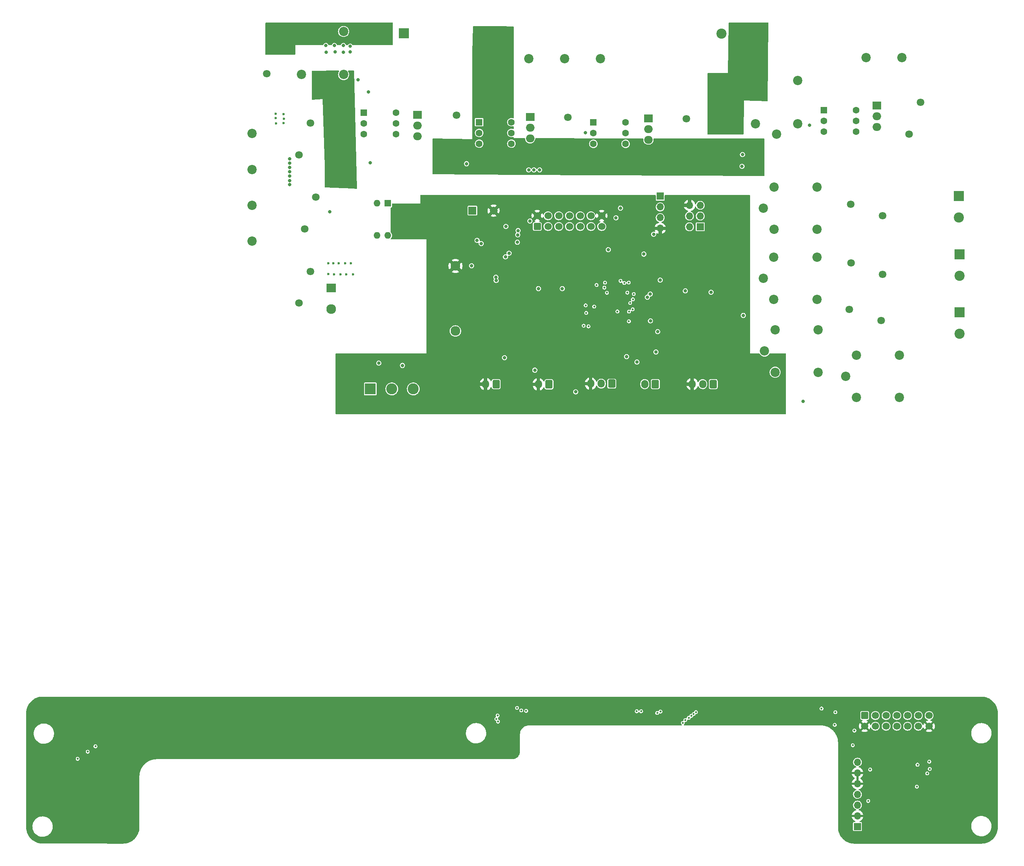
<source format=gbr>
%TF.GenerationSoftware,KiCad,Pcbnew,(6.0.2)*%
%TF.CreationDate,2022-03-02T09:05:11+03:00*%
%TF.ProjectId,Steel_form_Dish_washer,53746565-6c5f-4666-9f72-6d5f44697368,rev?*%
%TF.SameCoordinates,Original*%
%TF.FileFunction,Copper,L2,Inr*%
%TF.FilePolarity,Positive*%
%FSLAX46Y46*%
G04 Gerber Fmt 4.6, Leading zero omitted, Abs format (unit mm)*
G04 Created by KiCad (PCBNEW (6.0.2)) date 2022-03-02 09:05:11*
%MOMM*%
%LPD*%
G01*
G04 APERTURE LIST*
G04 Aperture macros list*
%AMRoundRect*
0 Rectangle with rounded corners*
0 $1 Rounding radius*
0 $2 $3 $4 $5 $6 $7 $8 $9 X,Y pos of 4 corners*
0 Add a 4 corners polygon primitive as box body*
4,1,4,$2,$3,$4,$5,$6,$7,$8,$9,$2,$3,0*
0 Add four circle primitives for the rounded corners*
1,1,$1+$1,$2,$3*
1,1,$1+$1,$4,$5*
1,1,$1+$1,$6,$7*
1,1,$1+$1,$8,$9*
0 Add four rect primitives between the rounded corners*
20,1,$1+$1,$2,$3,$4,$5,0*
20,1,$1+$1,$4,$5,$6,$7,0*
20,1,$1+$1,$6,$7,$8,$9,0*
20,1,$1+$1,$8,$9,$2,$3,0*%
G04 Aperture macros list end*
%TA.AperFunction,ComponentPad*%
%ADD10RoundRect,0.250000X0.600000X-0.600000X0.600000X0.600000X-0.600000X0.600000X-0.600000X-0.600000X0*%
%TD*%
%TA.AperFunction,ComponentPad*%
%ADD11C,1.700000*%
%TD*%
%TA.AperFunction,ComponentPad*%
%ADD12R,2.400000X2.400000*%
%TD*%
%TA.AperFunction,ComponentPad*%
%ADD13C,2.400000*%
%TD*%
%TA.AperFunction,ComponentPad*%
%ADD14C,1.800000*%
%TD*%
%TA.AperFunction,ComponentPad*%
%ADD15C,2.200000*%
%TD*%
%TA.AperFunction,ComponentPad*%
%ADD16R,1.700000X1.700000*%
%TD*%
%TA.AperFunction,ComponentPad*%
%ADD17O,1.700000X1.700000*%
%TD*%
%TA.AperFunction,ComponentPad*%
%ADD18R,1.600000X1.600000*%
%TD*%
%TA.AperFunction,ComponentPad*%
%ADD19C,1.600000*%
%TD*%
%TA.AperFunction,ComponentPad*%
%ADD20R,2.000000X1.905000*%
%TD*%
%TA.AperFunction,ComponentPad*%
%ADD21O,2.000000X1.905000*%
%TD*%
%TA.AperFunction,ComponentPad*%
%ADD22RoundRect,0.250000X0.600000X0.750000X-0.600000X0.750000X-0.600000X-0.750000X0.600000X-0.750000X0*%
%TD*%
%TA.AperFunction,ComponentPad*%
%ADD23O,1.700000X2.000000*%
%TD*%
%TA.AperFunction,ComponentPad*%
%ADD24R,2.300000X2.000000*%
%TD*%
%TA.AperFunction,ComponentPad*%
%ADD25C,2.300000*%
%TD*%
%TA.AperFunction,ComponentPad*%
%ADD26O,1.600000X1.600000*%
%TD*%
%TA.AperFunction,ComponentPad*%
%ADD27RoundRect,0.250000X0.600000X0.725000X-0.600000X0.725000X-0.600000X-0.725000X0.600000X-0.725000X0*%
%TD*%
%TA.AperFunction,ComponentPad*%
%ADD28O,1.700000X1.950000*%
%TD*%
%TA.AperFunction,ComponentPad*%
%ADD29R,1.850000X1.850000*%
%TD*%
%TA.AperFunction,ComponentPad*%
%ADD30C,1.850000*%
%TD*%
%TA.AperFunction,ComponentPad*%
%ADD31R,2.600000X2.600000*%
%TD*%
%TA.AperFunction,ComponentPad*%
%ADD32C,2.600000*%
%TD*%
%TA.AperFunction,ComponentPad*%
%ADD33RoundRect,0.250000X-0.600000X0.600000X-0.600000X-0.600000X0.600000X-0.600000X0.600000X0.600000X0*%
%TD*%
%TA.AperFunction,ViaPad*%
%ADD34C,0.500000*%
%TD*%
%TA.AperFunction,ViaPad*%
%ADD35C,0.800000*%
%TD*%
%TA.AperFunction,ViaPad*%
%ADD36C,0.600000*%
%TD*%
G04 APERTURE END LIST*
D10*
%TO.N,+5V*%
%TO.C,J5*%
X200880000Y-108202500D03*
D11*
%TO.N,GND*%
X200880000Y-105662500D03*
%TO.N,/mcu_~{IRQ}*%
X203420000Y-108202500D03*
%TO.N,+3V3*%
X203420000Y-105662500D03*
%TO.N,/mcu_SDA*%
X205960000Y-108202500D03*
%TO.N,/mcu_SCL*%
X205960000Y-105662500D03*
%TO.N,/RGB_ON{slash}OFF_BLU*%
X208500000Y-108202500D03*
%TO.N,/RGB_ON{slash}OFF_RED*%
X208500000Y-105662500D03*
%TO.N,/RGB_ON{slash}OFF_GRN*%
X211040000Y-108202500D03*
%TO.N,/START_BLU*%
X211040000Y-105662500D03*
%TO.N,/START_RED*%
X213580000Y-108202500D03*
%TO.N,/START_GRN*%
X213580000Y-105662500D03*
%TO.N,/mcu_SCREEN_RST*%
X216120000Y-108202500D03*
%TO.N,GND*%
X216120000Y-105662500D03*
%TD*%
D12*
%TO.N,NEUTRAL*%
%TO.C,J9*%
X300550000Y-100965000D03*
D13*
%TO.N,Net-(J9-Pad2)*%
X300550000Y-106045000D03*
%TD*%
D14*
%TO.N,Net-(J15-Pad1)*%
%TO.C,RV10*%
X245750000Y-83050000D03*
%TO.N,NEUTRAL*%
X243050000Y-90550000D03*
%TD*%
D15*
%TO.N,+5V*%
%TO.C,K2*%
X256825000Y-125500000D03*
%TO.N,Net-(D5-Pad2)*%
X256825000Y-115500000D03*
%TO.N,unconnected-(K2-Pad3)*%
X267025000Y-125500000D03*
%TO.N,L3*%
X254325000Y-120500000D03*
%TO.N,/AC_ACTUATORS/DRAIN_CONN+*%
X267025000Y-115500000D03*
%TD*%
D14*
%TO.N,/AC_ACTUATORS/DRAIN_CONN+*%
%TO.C,RV5*%
X282550000Y-119550000D03*
%TO.N,NEUTRAL*%
X275050000Y-116850000D03*
%TD*%
D16*
%TO.N,+5V*%
%TO.C,J7*%
X229955000Y-101040000D03*
D17*
%TO.N,/RXD0*%
X229955000Y-103580000D03*
%TO.N,/TXD0*%
X229955000Y-106120000D03*
%TO.N,GND*%
X229955000Y-108660000D03*
%TD*%
D12*
%TO.N,NEUTRAL*%
%TO.C,J16*%
X169300000Y-62450000D03*
D13*
%TO.N,Net-(J16-Pad2)*%
X164220000Y-62450000D03*
%TD*%
D14*
%TO.N,L2*%
%TO.C,RV2*%
X145850000Y-108750000D03*
%TO.N,NEUTRAL*%
X148550000Y-101250000D03*
%TD*%
D18*
%TO.N,Net-(R44-Pad1)*%
%TO.C,U8*%
X268690000Y-80695000D03*
D19*
%TO.N,GND*%
X268690000Y-83235000D03*
%TO.N,unconnected-(U8-Pad3)*%
X268690000Y-85775000D03*
%TO.N,Net-(D13-Pad3)*%
X276310000Y-85775000D03*
%TO.N,unconnected-(U8-Pad5)*%
X276310000Y-83235000D03*
%TO.N,Net-(R45-Pad2)*%
X276310000Y-80695000D03*
%TD*%
D15*
%TO.N,+5V*%
%TO.C,K6*%
X155100000Y-72250000D03*
%TO.N,Net-(D12-Pad2)*%
X145100000Y-72250000D03*
%TO.N,unconnected-(K6-Pad3)*%
X155100000Y-62050000D03*
%TO.N,L3*%
X150100000Y-74750000D03*
%TO.N,Net-(J16-Pad2)*%
X145100000Y-62050000D03*
%TD*%
D14*
%TO.N,/AC_ACTUATORS/ELEMENT_2*%
%TO.C,RV7*%
X236100000Y-82700000D03*
%TO.N,NEUTRAL*%
X233400000Y-90200000D03*
%TD*%
D20*
%TO.N,Net-(D13-Pad1)*%
%TO.C,D13*%
X281150000Y-79560000D03*
D21*
%TO.N,L1*%
X281150000Y-82100000D03*
%TO.N,Net-(D13-Pad3)*%
X281150000Y-84640000D03*
%TD*%
D22*
%TO.N,Net-(J3-Pad1)*%
%TO.C,J3*%
X203650000Y-145567500D03*
D23*
%TO.N,GND*%
X201150000Y-145567500D03*
%TD*%
D24*
%TO.N,L3*%
%TO.C,PS1*%
X152137500Y-122750000D03*
D25*
%TO.N,NEUTRAL*%
X152137500Y-127750000D03*
%TO.N,GND*%
X181537500Y-117550000D03*
%TO.N,+5V*%
X181537500Y-132950000D03*
%TD*%
D12*
%TO.N,NEUTRAL*%
%TO.C,J10*%
X300700000Y-128500000D03*
D13*
%TO.N,Net-(J10-Pad2)*%
X300700000Y-133580000D03*
%TD*%
D22*
%TO.N,+5V*%
%TO.C,J4*%
X228800000Y-145517500D03*
D23*
%TO.N,Net-(J4-Pad2)*%
X226300000Y-145517500D03*
%TD*%
D18*
%TO.N,Net-(D3-Pad3)*%
%TO.C,U4*%
X165550000Y-102700000D03*
D26*
%TO.N,GND1*%
X163010000Y-102700000D03*
%TO.N,/ZERO_CROSS_DETECT*%
X163010000Y-110320000D03*
%TO.N,+5V*%
X165550000Y-110320000D03*
%TD*%
D15*
%TO.N,+5V*%
%TO.C,K5*%
X262500000Y-83875000D03*
%TO.N,Net-(D11-Pad2)*%
X252500000Y-83875000D03*
%TO.N,unconnected-(K5-Pad3)*%
X262500000Y-73675000D03*
%TO.N,L1*%
X257500000Y-86375000D03*
%TO.N,Net-(J15-Pad1)*%
X252500000Y-73675000D03*
%TD*%
D14*
%TO.N,Net-(J10-Pad2)*%
%TO.C,RV6*%
X282170000Y-130500000D03*
%TO.N,NEUTRAL*%
X274670000Y-127800000D03*
%TD*%
%TO.N,Net-(J16-Pad2)*%
%TO.C,RV11*%
X139625000Y-64550000D03*
%TO.N,NEUTRAL*%
X136925000Y-72050000D03*
%TD*%
D20*
%TO.N,/AC_ACTUATORS/ELEMENT_2*%
%TO.C,D7*%
X227165000Y-82605000D03*
D21*
%TO.N,L2*%
X227165000Y-85145000D03*
%TO.N,Net-(D7-Pad3)*%
X227165000Y-87685000D03*
%TD*%
D14*
%TO.N,/AC_ACTUATORS/ELEMENT_1*%
%TO.C,RV8*%
X181800000Y-81840000D03*
%TO.N,NEUTRAL*%
X179100000Y-89340000D03*
%TD*%
D15*
%TO.N,+5V*%
%TO.C,K1*%
X256850000Y-108900000D03*
%TO.N,Net-(D4-Pad2)*%
X256850000Y-98900000D03*
%TO.N,unconnected-(K1-Pad3)*%
X267050000Y-108900000D03*
%TO.N,L1*%
X254350000Y-103900000D03*
%TO.N,Net-(J9-Pad2)*%
X267050000Y-98900000D03*
%TD*%
D14*
%TO.N,L1*%
%TO.C,RV1*%
X147200000Y-83750000D03*
%TO.N,NEUTRAL*%
X144500000Y-91250000D03*
%TD*%
D27*
%TO.N,+5V*%
%TO.C,J14*%
X218500000Y-145400000D03*
D28*
%TO.N,/pressure_sw_2*%
X216000000Y-145400000D03*
%TO.N,GND*%
X213500000Y-145400000D03*
%TD*%
D15*
%TO.N,Net-(D10-Pad1)*%
%TO.C,K4*%
X276350000Y-148700000D03*
%TO.N,GND*%
X276350000Y-138700000D03*
%TO.N,unconnected-(K4-Pad3)*%
X286550000Y-148700000D03*
%TO.N,L3*%
X273850000Y-143700000D03*
%TO.N,/AC_ACTUATORS/DRAIN_CONN+*%
X286550000Y-138700000D03*
%TD*%
D18*
%TO.N,Net-(R33-Pad1)*%
%TO.C,U6*%
X159850000Y-81240000D03*
D19*
%TO.N,GND*%
X159850000Y-83780000D03*
%TO.N,unconnected-(U6-Pad3)*%
X159850000Y-86320000D03*
%TO.N,Net-(D8-Pad3)*%
X167470000Y-86320000D03*
%TO.N,unconnected-(U6-Pad5)*%
X167470000Y-83780000D03*
%TO.N,Net-(R36-Pad2)*%
X167470000Y-81240000D03*
%TD*%
D15*
%TO.N,Net-(D13-Pad1)*%
%TO.C,J17*%
X287150000Y-68200000D03*
%TO.N,NEUTRAL*%
X278650000Y-68200000D03*
%TD*%
D20*
%TO.N,/AC_ACTUATORS/ELEMENT_1*%
%TO.C,D8*%
X172555000Y-81800000D03*
D21*
%TO.N,L1*%
X172555000Y-84340000D03*
%TO.N,Net-(D8-Pad3)*%
X172555000Y-86880000D03*
%TD*%
D14*
%TO.N,Net-(D13-Pad1)*%
%TO.C,RV12*%
X291500000Y-78850000D03*
%TO.N,NEUTRAL*%
X288800000Y-86350000D03*
%TD*%
D16*
%TO.N,/MISO*%
%TO.C,J6*%
X239425000Y-108275000D03*
D17*
%TO.N,+5V*%
X236885000Y-108275000D03*
%TO.N,/SCK*%
X239425000Y-105735000D03*
%TO.N,/MOSI*%
X236885000Y-105735000D03*
%TO.N,/RESET*%
X239425000Y-103195000D03*
%TO.N,GND*%
X236885000Y-103195000D03*
%TD*%
D18*
%TO.N,Net-(R34-Pad1)*%
%TO.C,U7*%
X187140000Y-83525000D03*
D19*
%TO.N,GND*%
X187140000Y-86065000D03*
%TO.N,unconnected-(U7-Pad3)*%
X187140000Y-88605000D03*
%TO.N,Net-(D9-Pad3)*%
X194760000Y-88605000D03*
%TO.N,unconnected-(U7-Pad5)*%
X194760000Y-86065000D03*
%TO.N,Net-(R37-Pad2)*%
X194760000Y-83525000D03*
%TD*%
D15*
%TO.N,Net-(J10-Pad2)*%
%TO.C,K3*%
X267325000Y-132700000D03*
%TO.N,L3*%
X254625000Y-137700000D03*
%TO.N,unconnected-(K3-Pad3)*%
X267325000Y-142700000D03*
%TO.N,Net-(D6-Pad2)*%
X257125000Y-132700000D03*
%TO.N,+5V*%
X257125000Y-142700000D03*
%TD*%
D12*
%TO.N,NEUTRAL*%
%TO.C,J11*%
X300700000Y-114815000D03*
D13*
%TO.N,/AC_ACTUATORS/DRAIN_CONN+*%
X300700000Y-119895000D03*
%TD*%
D22*
%TO.N,Net-(J1-Pad1)*%
%TO.C,J1*%
X191150000Y-145517500D03*
D23*
%TO.N,GND*%
X188650000Y-145517500D03*
%TD*%
D15*
%TO.N,/AC_ACTUATORS/ELEMENT_2*%
%TO.C,J12*%
X215850000Y-68450000D03*
%TO.N,/AC_ACTUATORS/ELEMENT_3*%
X207350000Y-68450000D03*
%TO.N,/AC_ACTUATORS/ELEMENT_1*%
X198850000Y-68450000D03*
%TO.N,NEUTRAL*%
X190350000Y-68450000D03*
%TD*%
D27*
%TO.N,+5V*%
%TO.C,J13*%
X242500000Y-145517500D03*
D28*
%TO.N,/pressure_sw_1*%
X240000000Y-145517500D03*
%TO.N,GND*%
X237500000Y-145517500D03*
%TD*%
D14*
%TO.N,Net-(J9-Pad2)*%
%TO.C,RV4*%
X282520000Y-105650000D03*
%TO.N,NEUTRAL*%
X275020000Y-102950000D03*
%TD*%
D29*
%TO.N,Net-(BZ1-Pad1)*%
%TO.C,BZ1*%
X185550000Y-104450000D03*
D30*
%TO.N,GND*%
X190550000Y-104450000D03*
%TD*%
D14*
%TO.N,L3*%
%TO.C,RV3*%
X147250000Y-118850000D03*
%TO.N,NEUTRAL*%
X144550000Y-126350000D03*
%TD*%
D15*
%TO.N,L1*%
%TO.C,J2*%
X133400000Y-86200000D03*
%TO.N,L2*%
X133400000Y-94700000D03*
%TO.N,L3*%
X133400000Y-103200000D03*
%TO.N,NEUTRAL*%
X133400000Y-111700000D03*
%TD*%
D14*
%TO.N,/AC_ACTUATORS/ELEMENT_3*%
%TO.C,RV9*%
X208100000Y-82410000D03*
%TO.N,NEUTRAL*%
X205400000Y-89910000D03*
%TD*%
D18*
%TO.N,Net-(R32-Pad1)*%
%TO.C,U5*%
X214150000Y-83570000D03*
D19*
%TO.N,GND*%
X214150000Y-86110000D03*
%TO.N,unconnected-(U5-Pad3)*%
X214150000Y-88650000D03*
%TO.N,Net-(D7-Pad3)*%
X221770000Y-88650000D03*
%TO.N,unconnected-(U5-Pad5)*%
X221770000Y-86110000D03*
%TO.N,Net-(R35-Pad2)*%
X221770000Y-83570000D03*
%TD*%
D20*
%TO.N,/AC_ACTUATORS/ELEMENT_3*%
%TO.C,D9*%
X199200000Y-82310000D03*
D21*
%TO.N,L3*%
X199200000Y-84850000D03*
%TO.N,Net-(D9-Pad3)*%
X199200000Y-87390000D03*
%TD*%
D12*
%TO.N,Net-(J15-Pad1)*%
%TO.C,J15*%
X249535000Y-62550000D03*
D13*
%TO.N,NEUTRAL*%
X244455000Y-62550000D03*
%TD*%
D31*
%TO.N,/AC_ACTUATORS/E2*%
%TO.C,J8*%
X161400000Y-146650000D03*
D32*
%TO.N,/AC_ACTUATORS/E3*%
X166480000Y-146650000D03*
%TO.N,Net-(J8-Pad3)*%
X171560000Y-146650000D03*
%TD*%
D16*
%TO.N,+3V3*%
%TO.C,J19*%
X276600000Y-250250000D03*
D17*
%TO.N,GND*%
X276600000Y-247710000D03*
%TO.N,/PCB 2/SDA*%
X276600000Y-245170000D03*
%TO.N,/PCB 2/SCL*%
X276600000Y-242630000D03*
%TO.N,GND*%
X276600000Y-240090000D03*
X276600000Y-237550000D03*
%TO.N,/PCB 2/SCREEN_RST*%
X276600000Y-235010000D03*
%TD*%
D11*
%TO.N,GND*%
%TO.C,J18*%
X293540000Y-226490000D03*
%TO.N,/PCB 2/mcu_SCREEN_RST*%
X293540000Y-223950000D03*
%TO.N,/PCB 2/START_GRN*%
X291000000Y-226490000D03*
%TO.N,/PCB 2/START_RED*%
X291000000Y-223950000D03*
%TO.N,/PCB 2/START_BLU*%
X288460000Y-226490000D03*
%TO.N,/PCB 2/RGB_ON{slash}OFF_GRN*%
X288460000Y-223950000D03*
%TO.N,/PCB 2/RGB_ON{slash}OFF_RED*%
X285920000Y-226490000D03*
%TO.N,/PCB 2/RGB_ON{slash}OFF_BLU*%
X285920000Y-223950000D03*
%TO.N,/PCB 2/mcu_SCL*%
X283380000Y-226490000D03*
%TO.N,/PCB 2/mcu_SDA*%
X283380000Y-223950000D03*
%TO.N,+3V3*%
X280840000Y-226490000D03*
%TO.N,/PCB 2/mcu_~{IRQ}*%
X280840000Y-223950000D03*
%TO.N,GND*%
X278300000Y-226490000D03*
D33*
%TO.N,+5V*%
X278300000Y-223950000D03*
%TD*%
D34*
%TO.N,/RXD0*%
X211850000Y-131700000D03*
%TO.N,/TXD0*%
X213000000Y-131850000D03*
%TO.N,/SPEAKER*%
X222550000Y-130650000D03*
%TO.N,/L2_3phase_heater_pwm*%
X216900000Y-121500000D03*
%TO.N,/L1_3phase_heater_pwm*%
X214900000Y-122050000D03*
%TO.N,/L3_3phase_heater_pwm*%
X216750000Y-122700000D03*
%TO.N,/SPEAKER*%
X217350000Y-123900000D03*
%TO.N,/TANK_RTD*%
X212450000Y-128650000D03*
%TO.N,/BOILER_RTD*%
X212325000Y-126875000D03*
%TO.N,/ZERO_CROSS_DETECT*%
X214350000Y-127150000D03*
%TO.N,/SPEAKER*%
X219837299Y-128312701D03*
%TO.N,/pressure_sw_1*%
X223450000Y-127800000D03*
%TO.N,/pressure_sw_2*%
X222576500Y-128350000D03*
%TO.N,/MISO*%
X222850000Y-126300000D03*
%TO.N,/MOSI*%
X223488714Y-125438714D03*
%TO.N,/SCK*%
X223700000Y-124200000D03*
%TO.N,/DOOR_SENSOR*%
X222175000Y-123875000D03*
%TO.N,/WATER_LVL_HIGH*%
X220563250Y-121086750D03*
%TO.N,/WATER_LVL_LOW*%
X221464316Y-121559116D03*
%TO.N,/SOLENOID*%
X222511412Y-121488588D03*
%TO.N,GND*%
X216300000Y-120250000D03*
X211950000Y-124500000D03*
X227750000Y-126550000D03*
X223000000Y-113650000D03*
X172950000Y-107150000D03*
X181250000Y-119800000D03*
X181150000Y-129500000D03*
X181200000Y-125200000D03*
X156350000Y-139400000D03*
X182350000Y-139400000D03*
X155850000Y-151250000D03*
X182500000Y-151400000D03*
X196250000Y-151450000D03*
X208750000Y-151150000D03*
X222350000Y-151450000D03*
X233300000Y-151550000D03*
X250250000Y-151600000D03*
X239100000Y-224850000D03*
X268000000Y-220850000D03*
X257900000Y-220950000D03*
X249600000Y-221050000D03*
X94150000Y-225150000D03*
X89550000Y-225150000D03*
X84500000Y-243100000D03*
X94000000Y-243250000D03*
X101900000Y-243250000D03*
X115000000Y-225100000D03*
X122100000Y-225150000D03*
X159950000Y-225150000D03*
X169550000Y-225250000D03*
X298950000Y-250400000D03*
X294250000Y-250400000D03*
X288450000Y-250350000D03*
X282850000Y-250350000D03*
X299900000Y-230000000D03*
X299900000Y-227400000D03*
X299850000Y-224350000D03*
X299850000Y-221200000D03*
%TO.N,/PCB 2/~{IRQ}*%
X275499500Y-231000000D03*
%TO.N,+3V3*%
X275875000Y-227525000D03*
%TO.N,GND*%
X197000000Y-135650000D03*
X191050000Y-135700000D03*
X246200000Y-126600000D03*
X246200000Y-134250000D03*
X241350000Y-134250000D03*
X234300000Y-134250000D03*
X225500000Y-134250000D03*
X196300000Y-129050000D03*
X196400000Y-132400000D03*
X196300000Y-127800000D03*
X185650000Y-126200000D03*
X186450000Y-121350000D03*
X189050000Y-131150000D03*
X187650000Y-131100000D03*
X186300000Y-131200000D03*
X185050000Y-131250000D03*
%TO.N,/PCB 2/RGB_ON{slash}OFF_RED*%
X94575000Y-232525000D03*
%TO.N,/PCB 2/RGB_ON{slash}OFF_GRN*%
X96400000Y-231250000D03*
%TO.N,GND*%
X192450000Y-221500000D03*
X193750000Y-225450000D03*
X192700000Y-227550000D03*
%TO.N,/PCB 2/SCL*%
X191200000Y-224750000D03*
%TO.N,/PCB 2/SDA*%
X191600000Y-225400000D03*
%TO.N,/PCB 2/~{IRQ}*%
X191500000Y-223950000D03*
%TO.N,/PCB 2/RGB_ON{slash}OFF_RED*%
X198247989Y-222853511D03*
%TO.N,/PCB 2/RGB_ON{slash}OFF_GRN*%
X196099250Y-222149250D03*
%TO.N,/PCB 2/RGB_ON{slash}OFF_BLU*%
X197100000Y-222750000D03*
%TO.N,/PCB 2/RIGHT*%
X230025000Y-223025000D03*
%TO.N,/PCB 2/START*%
X229250000Y-223350500D03*
%TO.N,/PCB 2/SCL*%
X225450000Y-222950980D03*
%TO.N,/PCB 2/~{IRQ}*%
X224400000Y-222950980D03*
%TO.N,/PCB 2/SDA*%
X235300000Y-225700000D03*
%TO.N,/PCB 2/ON{slash}OFF*%
X235889262Y-225049500D03*
%TO.N,/PCB 2/MENU*%
X236693779Y-224500000D03*
%TO.N,/PCB 2/SET*%
X238400000Y-223150000D03*
%TO.N,/PCB 2/LEFT*%
X237850000Y-223600000D03*
%TO.N,/PCB 2/BACK*%
X237300000Y-224050000D03*
%TO.N,/PCB 2/SDA*%
X271225000Y-226175000D03*
%TO.N,/PCB 2/RGB_ON{slash}OFF_RED*%
X271375000Y-223175000D03*
%TO.N,+3V3*%
X268100000Y-222300000D03*
%TO.N,/PCB 2/SCL*%
X279150000Y-244200000D03*
%TO.N,+3V3*%
X290650000Y-240800000D03*
%TO.N,/PCB 2/~{IRQ}*%
X293100000Y-237650000D03*
%TO.N,/PCB 2/SCL*%
X293700000Y-236600000D03*
%TO.N,/PCB 2/SDA*%
X293575000Y-234875000D03*
%TO.N,+3V3*%
X290800000Y-235600000D03*
%TO.N,/PCB 2/SCREEN_RST*%
X279600000Y-236750000D03*
%TO.N,/PCB 2/RGB_ON{slash}OFF_BLU*%
X92200000Y-234200000D03*
D35*
%TO.N,+5V*%
X263700000Y-149600000D03*
%TO.N,GND*%
X258600000Y-150650000D03*
%TO.N,/SOLENOID*%
X249600000Y-129250000D03*
X241973500Y-123750000D03*
X235900000Y-123450000D03*
%TO.N,GND*%
X206145395Y-123749500D03*
%TO.N,+5V*%
X201150000Y-122900000D03*
X206800000Y-122900000D03*
%TO.N,GND*%
X177750000Y-112400000D03*
X198850000Y-94800000D03*
X201450000Y-94800000D03*
X200100000Y-94800000D03*
X265250000Y-84250000D03*
%TO.N,Net-(Q5-Pad1)*%
X249400000Y-91200000D03*
X249300000Y-93950000D03*
%TO.N,GND*%
X241800000Y-101800000D03*
X245000000Y-104400000D03*
X249800000Y-103850000D03*
X248800000Y-118050000D03*
X249300000Y-132750000D03*
%TO.N,/pressure_sw_2*%
X222000000Y-138999500D03*
%TO.N,+5V*%
X227638714Y-130561286D03*
X229350000Y-133100000D03*
X228950000Y-137900000D03*
X209950000Y-147350000D03*
%TO.N,GND*%
X208351500Y-132161722D03*
X216700000Y-132250000D03*
X223792709Y-129095029D03*
X228250000Y-128800000D03*
%TO.N,/DOOR_SENSOR*%
X224450000Y-140300000D03*
%TO.N,/WATER_LVL_HIGH*%
X169000000Y-141100000D03*
%TO.N,/WATER_LVL_LOW*%
X163400000Y-140550000D03*
%TO.N,/L1_3phase_heater_pwm*%
X161400000Y-93150000D03*
%TO.N,/peristaltic_pump_2*%
X160950000Y-76400000D03*
X217673500Y-113700000D03*
%TO.N,/peristaltic_pump_1*%
X226100000Y-114750000D03*
X228400000Y-110050000D03*
%TO.N,/TANK_RTD*%
X200300000Y-142200000D03*
%TO.N,/BOILER_RTD*%
X193150000Y-139250000D03*
%TO.N,GND*%
X188500000Y-140650000D03*
%TO.N,+3V3*%
X186650000Y-111500000D03*
X185350000Y-117500000D03*
%TO.N,+5V*%
X187650000Y-112250000D03*
%TO.N,/L3_3phase_heater_pwm*%
X184150000Y-93350000D03*
%TO.N,+5V*%
X193447500Y-108202500D03*
%TO.N,/mcu_SCREEN_RST*%
X199150000Y-106900000D03*
%TO.N,/mcu_~{IRQ}*%
X196350000Y-109177000D03*
%TO.N,/mcu_SCL*%
X196284691Y-110190741D03*
%TO.N,/mcu_SDA*%
X196173500Y-111950000D03*
%TO.N,GND*%
X230150000Y-127000000D03*
%TO.N,+5V*%
X191100000Y-120200000D03*
X191150000Y-121000000D03*
%TO.N,/mcu_~{IRQ}*%
X219500000Y-106150000D03*
X220550000Y-103850000D03*
D36*
%TO.N,L1*%
X141000000Y-82700000D03*
X139100000Y-83800000D03*
D35*
X151800000Y-104750000D03*
D36*
X139000000Y-82550000D03*
X140900000Y-81650000D03*
X139000000Y-81550000D03*
X140850000Y-83700000D03*
D35*
%TO.N,L2*%
X142350000Y-92200000D03*
X142350000Y-98300000D03*
X142350000Y-93200000D03*
X142350000Y-95250000D03*
X142350000Y-97350000D03*
X142350000Y-94200000D03*
X142350000Y-96250000D03*
D36*
%TO.N,L3*%
X153950000Y-116950000D03*
X155450000Y-116900000D03*
X151500000Y-119450000D03*
X152700000Y-116950000D03*
X157350000Y-119550000D03*
X151500000Y-116900000D03*
X152800000Y-119500000D03*
D35*
X157500000Y-98250000D03*
D36*
X156800000Y-116950000D03*
X155700000Y-119500000D03*
D35*
X156350000Y-98150000D03*
D36*
X154350000Y-119500000D03*
D35*
%TO.N,NEUTRAL*%
X189900000Y-71200000D03*
X156650000Y-65550000D03*
X156650000Y-66900000D03*
X155050000Y-65350000D03*
X152900000Y-65350000D03*
X189800000Y-73350000D03*
X187200000Y-69450000D03*
X192450000Y-73250000D03*
X192400000Y-65600000D03*
X187350000Y-73350000D03*
X190150000Y-63600000D03*
X190050000Y-62150000D03*
X155000000Y-66950000D03*
X150950000Y-67000000D03*
X192500000Y-71250000D03*
X187050000Y-62200000D03*
X192450000Y-68950000D03*
X187050000Y-67700000D03*
X192550000Y-67200000D03*
X187250000Y-71200000D03*
X192500000Y-62250000D03*
X150900000Y-65350000D03*
X192500000Y-63700000D03*
X187050000Y-65600000D03*
X153100000Y-66900000D03*
X187050000Y-63850000D03*
X190150000Y-65600000D03*
%TO.N,/MISO*%
X229950000Y-120900000D03*
%TO.N,/MOSI*%
X226919887Y-124932429D03*
%TO.N,/SPEAKER*%
X194200000Y-114550000D03*
%TO.N,/ZERO_CROSS_DETECT*%
X193350000Y-115400000D03*
%TO.N,/L2_3phase_heater_pwm*%
X212300000Y-86000000D03*
%TO.N,Net-(D12-Pad2)*%
X158500000Y-73500000D03*
%TO.N,/SCK*%
X227600000Y-124200000D03*
%TD*%
%TA.AperFunction,Conductor*%
%TO.N,GND*%
G36*
X305900000Y-219505146D02*
G01*
X305913824Y-219500654D01*
X305913864Y-219500666D01*
X305913865Y-219500641D01*
X306254029Y-219516368D01*
X306265618Y-219517442D01*
X306610859Y-219565601D01*
X306622299Y-219567740D01*
X306961625Y-219647548D01*
X306972801Y-219650728D01*
X307138064Y-219706119D01*
X307303318Y-219761507D01*
X307314170Y-219765711D01*
X307633055Y-219906512D01*
X307643473Y-219911700D01*
X307947990Y-220081315D01*
X307957885Y-220087441D01*
X308245469Y-220284441D01*
X308254757Y-220291455D01*
X308522938Y-220514149D01*
X308531538Y-220521990D01*
X308778010Y-220768462D01*
X308785851Y-220777062D01*
X309008545Y-221045243D01*
X309015559Y-221054531D01*
X309212559Y-221342115D01*
X309218685Y-221352010D01*
X309388300Y-221656527D01*
X309393488Y-221666945D01*
X309534289Y-221985830D01*
X309538493Y-221996682D01*
X309559128Y-222058247D01*
X309645491Y-222315917D01*
X309649269Y-222327190D01*
X309652452Y-222338375D01*
X309716598Y-222611109D01*
X309732260Y-222677701D01*
X309734399Y-222689141D01*
X309782558Y-223034382D01*
X309783632Y-223045971D01*
X309799359Y-223386135D01*
X309794854Y-223400000D01*
X309800000Y-223415838D01*
X309800000Y-250384162D01*
X309794854Y-250400000D01*
X309799346Y-250413824D01*
X309799334Y-250413864D01*
X309799359Y-250413865D01*
X309788057Y-250658330D01*
X309783632Y-250754029D01*
X309782558Y-250765618D01*
X309734399Y-251110859D01*
X309732260Y-251122299D01*
X309664496Y-251410418D01*
X309652454Y-251461616D01*
X309649272Y-251472801D01*
X309636664Y-251510418D01*
X309538493Y-251803318D01*
X309534289Y-251814170D01*
X309393488Y-252133055D01*
X309388300Y-252143473D01*
X309218685Y-252447990D01*
X309212559Y-252457885D01*
X309015559Y-252745469D01*
X309008545Y-252754757D01*
X308785851Y-253022938D01*
X308778010Y-253031538D01*
X308531538Y-253278010D01*
X308522938Y-253285851D01*
X308254757Y-253508545D01*
X308245469Y-253515559D01*
X307957885Y-253712559D01*
X307947990Y-253718685D01*
X307643473Y-253888300D01*
X307633055Y-253893488D01*
X307314170Y-254034289D01*
X307303318Y-254038493D01*
X307197115Y-254074089D01*
X306972801Y-254149272D01*
X306961625Y-254152452D01*
X306643732Y-254227219D01*
X306622299Y-254232260D01*
X306610859Y-254234399D01*
X306265618Y-254282558D01*
X306254029Y-254283632D01*
X305913865Y-254299359D01*
X305900000Y-254294854D01*
X305884162Y-254300000D01*
X275915838Y-254300000D01*
X275900000Y-254294854D01*
X275886176Y-254299346D01*
X275886136Y-254299334D01*
X275886135Y-254299359D01*
X275545971Y-254283632D01*
X275534382Y-254282558D01*
X275189141Y-254234399D01*
X275177701Y-254232260D01*
X275156268Y-254227219D01*
X274838375Y-254152452D01*
X274827199Y-254149272D01*
X274602885Y-254074089D01*
X274496682Y-254038493D01*
X274485830Y-254034289D01*
X274166945Y-253893488D01*
X274156527Y-253888300D01*
X273852010Y-253718685D01*
X273842115Y-253712559D01*
X273554531Y-253515559D01*
X273545243Y-253508545D01*
X273277062Y-253285851D01*
X273268462Y-253278010D01*
X273021990Y-253031538D01*
X273014149Y-253022938D01*
X272791455Y-252754757D01*
X272784441Y-252745469D01*
X272587441Y-252457885D01*
X272581315Y-252447990D01*
X272411700Y-252143473D01*
X272406512Y-252133055D01*
X272265711Y-251814170D01*
X272261507Y-251803318D01*
X272163336Y-251510418D01*
X272150728Y-251472801D01*
X272147546Y-251461616D01*
X272135505Y-251410418D01*
X272067740Y-251122299D01*
X272065601Y-251110859D01*
X272017442Y-250765618D01*
X272016368Y-250754029D01*
X272011984Y-250659207D01*
X272000641Y-250413865D01*
X272005146Y-250400000D01*
X272000000Y-250384162D01*
X272000000Y-247977966D01*
X275268257Y-247977966D01*
X275298565Y-248112446D01*
X275301645Y-248122275D01*
X275381770Y-248319603D01*
X275386413Y-248328794D01*
X275497694Y-248510388D01*
X275503777Y-248518699D01*
X275643213Y-248679667D01*
X275650580Y-248686883D01*
X275814434Y-248822916D01*
X275822881Y-248828831D01*
X276006756Y-248936279D01*
X276016043Y-248940729D01*
X276055484Y-248955790D01*
X276111987Y-248998778D01*
X276136280Y-249065489D01*
X276120650Y-249134743D01*
X276070059Y-249184554D01*
X276010535Y-249199500D01*
X275730252Y-249199500D01*
X275724184Y-249200707D01*
X275683939Y-249208712D01*
X275683938Y-249208712D01*
X275671769Y-249211133D01*
X275605448Y-249255448D01*
X275561133Y-249321769D01*
X275549500Y-249380252D01*
X275549500Y-251119748D01*
X275550707Y-251125816D01*
X275556349Y-251154178D01*
X275561133Y-251178231D01*
X275605448Y-251244552D01*
X275671769Y-251288867D01*
X275683938Y-251291288D01*
X275683939Y-251291288D01*
X275724184Y-251299293D01*
X275730252Y-251300500D01*
X277469748Y-251300500D01*
X277475816Y-251299293D01*
X277516061Y-251291288D01*
X277516062Y-251291288D01*
X277528231Y-251288867D01*
X277594552Y-251244552D01*
X277638867Y-251178231D01*
X277643652Y-251154178D01*
X277649293Y-251125816D01*
X277650500Y-251119748D01*
X277650500Y-250049271D01*
X303496668Y-250049271D01*
X303496755Y-250053273D01*
X303496755Y-250053280D01*
X303503261Y-250351448D01*
X303503349Y-250355465D01*
X303548883Y-250658330D01*
X303549979Y-250662190D01*
X303549980Y-250662195D01*
X303577705Y-250759847D01*
X303632531Y-250952953D01*
X303752937Y-251234560D01*
X303908149Y-251498585D01*
X304095651Y-251740747D01*
X304312404Y-251957122D01*
X304315585Y-251959576D01*
X304315586Y-251959577D01*
X304551701Y-252141739D01*
X304551705Y-252141742D01*
X304554894Y-252144202D01*
X304558373Y-252146239D01*
X304735179Y-252249763D01*
X304819189Y-252298953D01*
X304822874Y-252300521D01*
X304822878Y-252300523D01*
X304942666Y-252351493D01*
X305101006Y-252418867D01*
X305395775Y-252502001D01*
X305599391Y-252532250D01*
X305695419Y-252546516D01*
X305695421Y-252546516D01*
X305698718Y-252547006D01*
X305702049Y-252547146D01*
X305702053Y-252547146D01*
X305738737Y-252548683D01*
X305782084Y-252550500D01*
X305977474Y-252550500D01*
X306100915Y-252542626D01*
X306201639Y-252536201D01*
X306201644Y-252536200D01*
X306205647Y-252535945D01*
X306209584Y-252535183D01*
X306209586Y-252535183D01*
X306502401Y-252478530D01*
X306502405Y-252478529D01*
X306506338Y-252477768D01*
X306797200Y-252381856D01*
X307073518Y-252249763D01*
X307240818Y-252141739D01*
X307327439Y-252085809D01*
X307327440Y-252085808D01*
X307330812Y-252083631D01*
X307359327Y-252059577D01*
X307561849Y-251888734D01*
X307564910Y-251886152D01*
X307772019Y-251660529D01*
X307948780Y-251410418D01*
X308092328Y-251139874D01*
X308113976Y-251082432D01*
X308198919Y-250857044D01*
X308198921Y-250857038D01*
X308200336Y-250853283D01*
X308221952Y-250762195D01*
X308270124Y-250559207D01*
X308270125Y-250559202D01*
X308271053Y-250555291D01*
X308303332Y-250250729D01*
X308301119Y-250149271D01*
X308296739Y-249948552D01*
X308296739Y-249948547D01*
X308296651Y-249944535D01*
X308251117Y-249641670D01*
X308224159Y-249546717D01*
X308196878Y-249450632D01*
X308167469Y-249347047D01*
X308161865Y-249333939D01*
X308112304Y-249218026D01*
X308047063Y-249065440D01*
X307891851Y-248801415D01*
X307704349Y-248559253D01*
X307487596Y-248342878D01*
X307469341Y-248328794D01*
X307248299Y-248158261D01*
X307248295Y-248158258D01*
X307245106Y-248155798D01*
X307068538Y-248052413D01*
X306984275Y-248003075D01*
X306984272Y-248003073D01*
X306980811Y-248001047D01*
X306977126Y-247999479D01*
X306977122Y-247999477D01*
X306790051Y-247919878D01*
X306698994Y-247881133D01*
X306404225Y-247797999D01*
X306174014Y-247763799D01*
X306104581Y-247753484D01*
X306104579Y-247753484D01*
X306101282Y-247752994D01*
X306097951Y-247752854D01*
X306097947Y-247752854D01*
X306061263Y-247751317D01*
X306017916Y-247749500D01*
X305822526Y-247749500D01*
X305699085Y-247757374D01*
X305598361Y-247763799D01*
X305598356Y-247763800D01*
X305594353Y-247764055D01*
X305590416Y-247764817D01*
X305590414Y-247764817D01*
X305297599Y-247821470D01*
X305297595Y-247821471D01*
X305293662Y-247822232D01*
X305002800Y-247918144D01*
X304726482Y-248050237D01*
X304469188Y-248216369D01*
X304466123Y-248218954D01*
X304466121Y-248218956D01*
X304419528Y-248258261D01*
X304235090Y-248413848D01*
X304146472Y-248510388D01*
X304067140Y-248596812D01*
X304027981Y-248639471D01*
X304025667Y-248642746D01*
X304025664Y-248642749D01*
X303959398Y-248736513D01*
X303851220Y-248889582D01*
X303707672Y-249160126D01*
X303706257Y-249163882D01*
X303706256Y-249163883D01*
X303624713Y-249380252D01*
X303599664Y-249446717D01*
X303598735Y-249450632D01*
X303554317Y-249637805D01*
X303528947Y-249744709D01*
X303496668Y-250049271D01*
X277650500Y-250049271D01*
X277650500Y-249380252D01*
X277638867Y-249321769D01*
X277594552Y-249255448D01*
X277528231Y-249211133D01*
X277516062Y-249208712D01*
X277516061Y-249208712D01*
X277475816Y-249200707D01*
X277469748Y-249199500D01*
X277190107Y-249199500D01*
X277121986Y-249179498D01*
X277075493Y-249125842D01*
X277065389Y-249055568D01*
X277094883Y-248990988D01*
X277134675Y-248960349D01*
X277293090Y-248882742D01*
X277301945Y-248877464D01*
X277475328Y-248753792D01*
X277483200Y-248747139D01*
X277634052Y-248596812D01*
X277640730Y-248588965D01*
X277765003Y-248416020D01*
X277770313Y-248407183D01*
X277864670Y-248216267D01*
X277868469Y-248206672D01*
X277930377Y-248002910D01*
X277932555Y-247992837D01*
X277933986Y-247981962D01*
X277931775Y-247967778D01*
X277918617Y-247964000D01*
X275283225Y-247964000D01*
X275269694Y-247967973D01*
X275268257Y-247977966D01*
X272000000Y-247977966D01*
X272000000Y-247444183D01*
X275264389Y-247444183D01*
X275265912Y-247452607D01*
X275278292Y-247456000D01*
X277918344Y-247456000D01*
X277931875Y-247452027D01*
X277933180Y-247442947D01*
X277891214Y-247275875D01*
X277887894Y-247266124D01*
X277802972Y-247070814D01*
X277798105Y-247061739D01*
X277682426Y-246882926D01*
X277676136Y-246874757D01*
X277532806Y-246717240D01*
X277525273Y-246710215D01*
X277358139Y-246578222D01*
X277349552Y-246572517D01*
X277163117Y-246469599D01*
X277153705Y-246465369D01*
X276962031Y-246397493D01*
X276904495Y-246355899D01*
X276878579Y-246289801D01*
X276892513Y-246220185D01*
X276941872Y-246169154D01*
X276970206Y-246157362D01*
X276975790Y-246155803D01*
X276975799Y-246155800D01*
X276981725Y-246154145D01*
X276987214Y-246151372D01*
X276987220Y-246151370D01*
X277160116Y-246064033D01*
X277165610Y-246061258D01*
X277327951Y-245934424D01*
X277462564Y-245778472D01*
X277483387Y-245741818D01*
X277561276Y-245604707D01*
X277564323Y-245599344D01*
X277629351Y-245403863D01*
X277655171Y-245199474D01*
X277655583Y-245170000D01*
X277635480Y-244964970D01*
X277575935Y-244767749D01*
X277479218Y-244585849D01*
X277372098Y-244454507D01*
X277352906Y-244430975D01*
X277352903Y-244430972D01*
X277349011Y-244426200D01*
X277233468Y-244330614D01*
X277195025Y-244298811D01*
X277195021Y-244298809D01*
X277190275Y-244294882D01*
X277026368Y-244206258D01*
X277014474Y-244199827D01*
X277009055Y-244196897D01*
X277001118Y-244194440D01*
X278694901Y-244194440D01*
X278696065Y-244203342D01*
X278696065Y-244203345D01*
X278710468Y-244313489D01*
X278710469Y-244313493D01*
X278711633Y-244322394D01*
X278715250Y-244330614D01*
X278759410Y-244430975D01*
X278763605Y-244440510D01*
X278846639Y-244539291D01*
X278954060Y-244610796D01*
X279077233Y-244649278D01*
X279086203Y-244649442D01*
X279086207Y-244649443D01*
X279144942Y-244650519D01*
X279206255Y-244651643D01*
X279268505Y-244634672D01*
X279322092Y-244620062D01*
X279322093Y-244620062D01*
X279330755Y-244617700D01*
X279338405Y-244613003D01*
X279338407Y-244613002D01*
X279433072Y-244554878D01*
X279433075Y-244554875D01*
X279440724Y-244550179D01*
X279446750Y-244543522D01*
X279521300Y-244461161D01*
X279521303Y-244461157D01*
X279527322Y-244454507D01*
X279583588Y-244338375D01*
X279604997Y-244211120D01*
X279605133Y-244200000D01*
X279595474Y-244132555D01*
X279588112Y-244081145D01*
X279588111Y-244081142D01*
X279586839Y-244072259D01*
X279533428Y-243954788D01*
X279449193Y-243857028D01*
X279340906Y-243786841D01*
X279332311Y-243784271D01*
X279332310Y-243784270D01*
X279225874Y-243752438D01*
X279225872Y-243752438D01*
X279217273Y-243749866D01*
X279208298Y-243749811D01*
X279208297Y-243749811D01*
X279153641Y-243749477D01*
X279088231Y-243749078D01*
X279076475Y-243752438D01*
X278972786Y-243782072D01*
X278972784Y-243782073D01*
X278964155Y-243784539D01*
X278855019Y-243853399D01*
X278769596Y-243950122D01*
X278765782Y-243958245D01*
X278765781Y-243958247D01*
X278739794Y-244013598D01*
X278714754Y-244066932D01*
X278707256Y-244115087D01*
X278696282Y-244185567D01*
X278696282Y-244185571D01*
X278694901Y-244194440D01*
X277001118Y-244194440D01*
X276812254Y-244135977D01*
X276806129Y-244135333D01*
X276806128Y-244135333D01*
X276613498Y-244115087D01*
X276613496Y-244115087D01*
X276607369Y-244114443D01*
X276520529Y-244122346D01*
X276408342Y-244132555D01*
X276408339Y-244132556D01*
X276402203Y-244133114D01*
X276204572Y-244191280D01*
X276199107Y-244194137D01*
X276197313Y-244195075D01*
X276022002Y-244286726D01*
X276017201Y-244290586D01*
X276017198Y-244290588D01*
X275968769Y-244329526D01*
X275861447Y-244415815D01*
X275729024Y-244573630D01*
X275726056Y-244579028D01*
X275726053Y-244579033D01*
X275686136Y-244651643D01*
X275629776Y-244754162D01*
X275567484Y-244950532D01*
X275566798Y-244956649D01*
X275566797Y-244956653D01*
X275545207Y-245149137D01*
X275544520Y-245155262D01*
X275561759Y-245360553D01*
X275618544Y-245558586D01*
X275621359Y-245564063D01*
X275621360Y-245564066D01*
X275642247Y-245604707D01*
X275712712Y-245741818D01*
X275840677Y-245903270D01*
X275997564Y-246036791D01*
X276177398Y-246137297D01*
X276242437Y-246158429D01*
X276301042Y-246198502D01*
X276328680Y-246263898D01*
X276316574Y-246333855D01*
X276268568Y-246386162D01*
X276242646Y-246398027D01*
X276076868Y-246452212D01*
X276067359Y-246456209D01*
X275878463Y-246554542D01*
X275869738Y-246560036D01*
X275699433Y-246687905D01*
X275691726Y-246694748D01*
X275544590Y-246848717D01*
X275538104Y-246856727D01*
X275418098Y-247032649D01*
X275413000Y-247041623D01*
X275323338Y-247234783D01*
X275319775Y-247244470D01*
X275264389Y-247444183D01*
X272000000Y-247444183D01*
X272000000Y-240357966D01*
X275268257Y-240357966D01*
X275298565Y-240492446D01*
X275301645Y-240502275D01*
X275381770Y-240699603D01*
X275386413Y-240708794D01*
X275497694Y-240890388D01*
X275503777Y-240898699D01*
X275643213Y-241059667D01*
X275650580Y-241066883D01*
X275814434Y-241202916D01*
X275822881Y-241208831D01*
X276006756Y-241316279D01*
X276016042Y-241320729D01*
X276215001Y-241396703D01*
X276229866Y-241401022D01*
X276229289Y-241403008D01*
X276284260Y-241432082D01*
X276319110Y-241493936D01*
X276314988Y-241564813D01*
X276273201Y-241622209D01*
X276231930Y-241643228D01*
X276210489Y-241649538D01*
X276210484Y-241649540D01*
X276204572Y-241651280D01*
X276022002Y-241746726D01*
X276017201Y-241750586D01*
X276017198Y-241750588D01*
X276006971Y-241758811D01*
X275861447Y-241875815D01*
X275729024Y-242033630D01*
X275726056Y-242039028D01*
X275726053Y-242039033D01*
X275719315Y-242051290D01*
X275629776Y-242214162D01*
X275567484Y-242410532D01*
X275566798Y-242416649D01*
X275566797Y-242416653D01*
X275545207Y-242609137D01*
X275544520Y-242615262D01*
X275561759Y-242820553D01*
X275618544Y-243018586D01*
X275621359Y-243024063D01*
X275621360Y-243024066D01*
X275642247Y-243064707D01*
X275712712Y-243201818D01*
X275840677Y-243363270D01*
X275997564Y-243496791D01*
X276177398Y-243597297D01*
X276272238Y-243628112D01*
X276367471Y-243659056D01*
X276367475Y-243659057D01*
X276373329Y-243660959D01*
X276577894Y-243685351D01*
X276584029Y-243684879D01*
X276584031Y-243684879D01*
X276640039Y-243680569D01*
X276783300Y-243669546D01*
X276789230Y-243667890D01*
X276789232Y-243667890D01*
X276975797Y-243615800D01*
X276975796Y-243615800D01*
X276981725Y-243614145D01*
X276987214Y-243611372D01*
X276987220Y-243611370D01*
X277160116Y-243524033D01*
X277165610Y-243521258D01*
X277327951Y-243394424D01*
X277462564Y-243238472D01*
X277483387Y-243201818D01*
X277561276Y-243064707D01*
X277564323Y-243059344D01*
X277629351Y-242863863D01*
X277655171Y-242659474D01*
X277655583Y-242630000D01*
X277635480Y-242424970D01*
X277575935Y-242227749D01*
X277479218Y-242045849D01*
X277405859Y-241955902D01*
X277352906Y-241890975D01*
X277352903Y-241890972D01*
X277349011Y-241886200D01*
X277331786Y-241871950D01*
X277195025Y-241758811D01*
X277195021Y-241758809D01*
X277190275Y-241754882D01*
X277009055Y-241656897D01*
X276958183Y-241641150D01*
X276899025Y-241601899D01*
X276870477Y-241536895D01*
X276881605Y-241466776D01*
X276928876Y-241413804D01*
X276959235Y-241400099D01*
X277092255Y-241360191D01*
X277101842Y-241356433D01*
X277293095Y-241262739D01*
X277301945Y-241257464D01*
X277475328Y-241133792D01*
X277483200Y-241127139D01*
X277634052Y-240976812D01*
X277640730Y-240968965D01*
X277765003Y-240796020D01*
X277765952Y-240794440D01*
X290194901Y-240794440D01*
X290196065Y-240803342D01*
X290196065Y-240803345D01*
X290210468Y-240913489D01*
X290210469Y-240913493D01*
X290211633Y-240922394D01*
X290263605Y-241040510D01*
X290346639Y-241139291D01*
X290454060Y-241210796D01*
X290577233Y-241249278D01*
X290586203Y-241249442D01*
X290586207Y-241249443D01*
X290644942Y-241250519D01*
X290706255Y-241251643D01*
X290768505Y-241234672D01*
X290822092Y-241220062D01*
X290822093Y-241220062D01*
X290830755Y-241217700D01*
X290838405Y-241213003D01*
X290838407Y-241213002D01*
X290933072Y-241154878D01*
X290933075Y-241154875D01*
X290940724Y-241150179D01*
X290946750Y-241143522D01*
X291021300Y-241061161D01*
X291021303Y-241061157D01*
X291027322Y-241054507D01*
X291083588Y-240938375D01*
X291104997Y-240811120D01*
X291105133Y-240800000D01*
X291086839Y-240672259D01*
X291080724Y-240658809D01*
X291037145Y-240562962D01*
X291037143Y-240562959D01*
X291033428Y-240554788D01*
X290949193Y-240457028D01*
X290840906Y-240386841D01*
X290832311Y-240384271D01*
X290832310Y-240384270D01*
X290725874Y-240352438D01*
X290725872Y-240352438D01*
X290717273Y-240349866D01*
X290708298Y-240349811D01*
X290708297Y-240349811D01*
X290653641Y-240349477D01*
X290588231Y-240349078D01*
X290543151Y-240361962D01*
X290472786Y-240382072D01*
X290472784Y-240382073D01*
X290464155Y-240384539D01*
X290355019Y-240453399D01*
X290269596Y-240550122D01*
X290265782Y-240558245D01*
X290265781Y-240558247D01*
X290252436Y-240586672D01*
X290214754Y-240666932D01*
X290213374Y-240675798D01*
X290196282Y-240785567D01*
X290196282Y-240785571D01*
X290194901Y-240794440D01*
X277765952Y-240794440D01*
X277770313Y-240787183D01*
X277864670Y-240596267D01*
X277868469Y-240586672D01*
X277930377Y-240382910D01*
X277932555Y-240372837D01*
X277933986Y-240361962D01*
X277931775Y-240347778D01*
X277918617Y-240344000D01*
X275283225Y-240344000D01*
X275269694Y-240347973D01*
X275268257Y-240357966D01*
X272000000Y-240357966D01*
X272000000Y-239824183D01*
X275264389Y-239824183D01*
X275265912Y-239832607D01*
X275278292Y-239836000D01*
X276327885Y-239836000D01*
X276343124Y-239831525D01*
X276344329Y-239830135D01*
X276346000Y-239822452D01*
X276346000Y-239817885D01*
X276854000Y-239817885D01*
X276858475Y-239833124D01*
X276859865Y-239834329D01*
X276867548Y-239836000D01*
X277918344Y-239836000D01*
X277931875Y-239832027D01*
X277933180Y-239822947D01*
X277891214Y-239655875D01*
X277887894Y-239646124D01*
X277802972Y-239450814D01*
X277798105Y-239441739D01*
X277682426Y-239262926D01*
X277676136Y-239254757D01*
X277532806Y-239097240D01*
X277525273Y-239090215D01*
X277358139Y-238958222D01*
X277349552Y-238952517D01*
X277312116Y-238931851D01*
X277262146Y-238881419D01*
X277247374Y-238811976D01*
X277272490Y-238745571D01*
X277299842Y-238718964D01*
X277475327Y-238593792D01*
X277483200Y-238587139D01*
X277634052Y-238436812D01*
X277640730Y-238428965D01*
X277765003Y-238256020D01*
X277770313Y-238247183D01*
X277864670Y-238056267D01*
X277868469Y-238046672D01*
X277930377Y-237842910D01*
X277932555Y-237832837D01*
X277933986Y-237821962D01*
X277931775Y-237807778D01*
X277918617Y-237804000D01*
X276872115Y-237804000D01*
X276856876Y-237808475D01*
X276855671Y-237809865D01*
X276854000Y-237817548D01*
X276854000Y-239817885D01*
X276346000Y-239817885D01*
X276346000Y-237822115D01*
X276341525Y-237806876D01*
X276340135Y-237805671D01*
X276332452Y-237804000D01*
X275283225Y-237804000D01*
X275269694Y-237807973D01*
X275268257Y-237817966D01*
X275298565Y-237952446D01*
X275301645Y-237962275D01*
X275381770Y-238159603D01*
X275386413Y-238168794D01*
X275497694Y-238350388D01*
X275503777Y-238358699D01*
X275643213Y-238519667D01*
X275650580Y-238526883D01*
X275814434Y-238662916D01*
X275822881Y-238668831D01*
X275892479Y-238709501D01*
X275941203Y-238761140D01*
X275954274Y-238830923D01*
X275927543Y-238896694D01*
X275887087Y-238930053D01*
X275878462Y-238934542D01*
X275869738Y-238940036D01*
X275699433Y-239067905D01*
X275691726Y-239074748D01*
X275544590Y-239228717D01*
X275538104Y-239236727D01*
X275418098Y-239412649D01*
X275413000Y-239421623D01*
X275323338Y-239614783D01*
X275319775Y-239624470D01*
X275264389Y-239824183D01*
X272000000Y-239824183D01*
X272000000Y-237644440D01*
X292644901Y-237644440D01*
X292646065Y-237653342D01*
X292646065Y-237653345D01*
X292660468Y-237763489D01*
X292660469Y-237763493D01*
X292661633Y-237772394D01*
X292713605Y-237890510D01*
X292719382Y-237897383D01*
X292719383Y-237897384D01*
X292773930Y-237962275D01*
X292796639Y-237989291D01*
X292904060Y-238060796D01*
X293027233Y-238099278D01*
X293036203Y-238099442D01*
X293036207Y-238099443D01*
X293094942Y-238100519D01*
X293156255Y-238101643D01*
X293218505Y-238084671D01*
X293272092Y-238070062D01*
X293272093Y-238070062D01*
X293280755Y-238067700D01*
X293288405Y-238063003D01*
X293288407Y-238063002D01*
X293383072Y-238004878D01*
X293383075Y-238004875D01*
X293390724Y-238000179D01*
X293396750Y-237993522D01*
X293471300Y-237911161D01*
X293471303Y-237911157D01*
X293477322Y-237904507D01*
X293533588Y-237788375D01*
X293554997Y-237661120D01*
X293555133Y-237650000D01*
X293536839Y-237522259D01*
X293483428Y-237404788D01*
X293457625Y-237374842D01*
X293405051Y-237313826D01*
X293405049Y-237313824D01*
X293399193Y-237307028D01*
X293290906Y-237236841D01*
X293282311Y-237234271D01*
X293282310Y-237234270D01*
X293175874Y-237202438D01*
X293175872Y-237202438D01*
X293167273Y-237199866D01*
X293158298Y-237199811D01*
X293158297Y-237199811D01*
X293103641Y-237199477D01*
X293038231Y-237199078D01*
X293026475Y-237202438D01*
X292922786Y-237232072D01*
X292922784Y-237232073D01*
X292914155Y-237234539D01*
X292906565Y-237239328D01*
X292816746Y-237296000D01*
X292805019Y-237303399D01*
X292719596Y-237400122D01*
X292715782Y-237408245D01*
X292715781Y-237408247D01*
X292689794Y-237463598D01*
X292664754Y-237516932D01*
X292663374Y-237525798D01*
X292646282Y-237635567D01*
X292646282Y-237635571D01*
X292644901Y-237644440D01*
X272000000Y-237644440D01*
X272000000Y-237284183D01*
X275264389Y-237284183D01*
X275265912Y-237292607D01*
X275278292Y-237296000D01*
X277918344Y-237296000D01*
X277931875Y-237292027D01*
X277933180Y-237282947D01*
X277891214Y-237115875D01*
X277887894Y-237106124D01*
X277802972Y-236910814D01*
X277798105Y-236901739D01*
X277696344Y-236744440D01*
X279144901Y-236744440D01*
X279146065Y-236753342D01*
X279146065Y-236753345D01*
X279160468Y-236863489D01*
X279160469Y-236863493D01*
X279161633Y-236872394D01*
X279213605Y-236990510D01*
X279219382Y-236997383D01*
X279219383Y-236997384D01*
X279284444Y-237074783D01*
X279296639Y-237089291D01*
X279404060Y-237160796D01*
X279527233Y-237199278D01*
X279536203Y-237199442D01*
X279536207Y-237199443D01*
X279594942Y-237200519D01*
X279656255Y-237201643D01*
X279718505Y-237184672D01*
X279772092Y-237170062D01*
X279772093Y-237170062D01*
X279780755Y-237167700D01*
X279788405Y-237163003D01*
X279788407Y-237163002D01*
X279883072Y-237104878D01*
X279883075Y-237104875D01*
X279890724Y-237100179D01*
X279896750Y-237093522D01*
X279971300Y-237011161D01*
X279971303Y-237011157D01*
X279977322Y-237004507D01*
X280033588Y-236888375D01*
X280038167Y-236861161D01*
X280054190Y-236765917D01*
X280054997Y-236761120D01*
X280055133Y-236750000D01*
X280036839Y-236622259D01*
X280033125Y-236614090D01*
X280024191Y-236594440D01*
X293244901Y-236594440D01*
X293246065Y-236603342D01*
X293246065Y-236603345D01*
X293260468Y-236713489D01*
X293260469Y-236713493D01*
X293261633Y-236722394D01*
X293313605Y-236840510D01*
X293319382Y-236847383D01*
X293319383Y-236847384D01*
X293375932Y-236914657D01*
X293396639Y-236939291D01*
X293504060Y-237010796D01*
X293627233Y-237049278D01*
X293636203Y-237049442D01*
X293636207Y-237049443D01*
X293694942Y-237050519D01*
X293756255Y-237051643D01*
X293818505Y-237034671D01*
X293872092Y-237020062D01*
X293872093Y-237020062D01*
X293880755Y-237017700D01*
X293888405Y-237013003D01*
X293888407Y-237013002D01*
X293983072Y-236954878D01*
X293983075Y-236954875D01*
X293990724Y-236950179D01*
X293996750Y-236943522D01*
X294071300Y-236861161D01*
X294071303Y-236861157D01*
X294077322Y-236854507D01*
X294133588Y-236738375D01*
X294137562Y-236714757D01*
X294154190Y-236615917D01*
X294154997Y-236611120D01*
X294155133Y-236600000D01*
X294141498Y-236504788D01*
X294138112Y-236481145D01*
X294138111Y-236481142D01*
X294136839Y-236472259D01*
X294108590Y-236410129D01*
X294087145Y-236362962D01*
X294087143Y-236362959D01*
X294083428Y-236354788D01*
X294037551Y-236301545D01*
X294005051Y-236263826D01*
X294005049Y-236263824D01*
X293999193Y-236257028D01*
X293890906Y-236186841D01*
X293882311Y-236184271D01*
X293882310Y-236184270D01*
X293775874Y-236152438D01*
X293775872Y-236152438D01*
X293767273Y-236149866D01*
X293758298Y-236149811D01*
X293758297Y-236149811D01*
X293703641Y-236149477D01*
X293638231Y-236149078D01*
X293626475Y-236152438D01*
X293522786Y-236182072D01*
X293522784Y-236182073D01*
X293514155Y-236184539D01*
X293405019Y-236253399D01*
X293399076Y-236260128D01*
X293399075Y-236260129D01*
X293355385Y-236309599D01*
X293319596Y-236350122D01*
X293315782Y-236358245D01*
X293315781Y-236358247D01*
X293295170Y-236402148D01*
X293264754Y-236466932D01*
X293258860Y-236504788D01*
X293246282Y-236585567D01*
X293246282Y-236585571D01*
X293244901Y-236594440D01*
X280024191Y-236594440D01*
X279987145Y-236512962D01*
X279987143Y-236512959D01*
X279983428Y-236504788D01*
X279943810Y-236458809D01*
X279905051Y-236413826D01*
X279905049Y-236413824D01*
X279899193Y-236407028D01*
X279790906Y-236336841D01*
X279782311Y-236334271D01*
X279782310Y-236334270D01*
X279675874Y-236302438D01*
X279675872Y-236302438D01*
X279667273Y-236299866D01*
X279658298Y-236299811D01*
X279658297Y-236299811D01*
X279603641Y-236299477D01*
X279538231Y-236299078D01*
X279501419Y-236309599D01*
X279422786Y-236332072D01*
X279422784Y-236332073D01*
X279414155Y-236334539D01*
X279305019Y-236403399D01*
X279219596Y-236500122D01*
X279215782Y-236508245D01*
X279215781Y-236508247D01*
X279206552Y-236527905D01*
X279164754Y-236616932D01*
X279163374Y-236625798D01*
X279146282Y-236735567D01*
X279146282Y-236735571D01*
X279144901Y-236744440D01*
X277696344Y-236744440D01*
X277682426Y-236722926D01*
X277676136Y-236714757D01*
X277532806Y-236557240D01*
X277525273Y-236550215D01*
X277358139Y-236418222D01*
X277349552Y-236412517D01*
X277163117Y-236309599D01*
X277153705Y-236305369D01*
X276962031Y-236237493D01*
X276904495Y-236195899D01*
X276878579Y-236129801D01*
X276892513Y-236060185D01*
X276941872Y-236009154D01*
X276970206Y-235997362D01*
X276975790Y-235995803D01*
X276975799Y-235995800D01*
X276981725Y-235994145D01*
X276987214Y-235991372D01*
X276987220Y-235991370D01*
X277160116Y-235904033D01*
X277165610Y-235901258D01*
X277235785Y-235846432D01*
X277323101Y-235778213D01*
X277327951Y-235774424D01*
X277352098Y-235746450D01*
X277458540Y-235623134D01*
X277458540Y-235623133D01*
X277462564Y-235618472D01*
X277471158Y-235603345D01*
X277476217Y-235594440D01*
X290344901Y-235594440D01*
X290346065Y-235603342D01*
X290346065Y-235603345D01*
X290360468Y-235713489D01*
X290360469Y-235713493D01*
X290361633Y-235722394D01*
X290413605Y-235840510D01*
X290419382Y-235847383D01*
X290419383Y-235847384D01*
X290490859Y-235932415D01*
X290496639Y-235939291D01*
X290604060Y-236010796D01*
X290692741Y-236038502D01*
X290700606Y-236040959D01*
X290727233Y-236049278D01*
X290736203Y-236049442D01*
X290736207Y-236049443D01*
X290794942Y-236050519D01*
X290856255Y-236051643D01*
X290918505Y-236034672D01*
X290972092Y-236020062D01*
X290972093Y-236020062D01*
X290980755Y-236017700D01*
X290988405Y-236013003D01*
X290988407Y-236013002D01*
X291083072Y-235954878D01*
X291083075Y-235954875D01*
X291090724Y-235950179D01*
X291096750Y-235943522D01*
X291171300Y-235861161D01*
X291171303Y-235861157D01*
X291177322Y-235854507D01*
X291233588Y-235738375D01*
X291250621Y-235637134D01*
X291254190Y-235615917D01*
X291254997Y-235611120D01*
X291255133Y-235600000D01*
X291247748Y-235548433D01*
X291238112Y-235481145D01*
X291238111Y-235481142D01*
X291236839Y-235472259D01*
X291224312Y-235444707D01*
X291187145Y-235362962D01*
X291187143Y-235362959D01*
X291183428Y-235354788D01*
X291123981Y-235285796D01*
X291105051Y-235263826D01*
X291105049Y-235263824D01*
X291099193Y-235257028D01*
X290990906Y-235186841D01*
X290982311Y-235184271D01*
X290982310Y-235184270D01*
X290875874Y-235152438D01*
X290875872Y-235152438D01*
X290867273Y-235149866D01*
X290858298Y-235149811D01*
X290858297Y-235149811D01*
X290803641Y-235149477D01*
X290738231Y-235149078D01*
X290726475Y-235152438D01*
X290622786Y-235182072D01*
X290622784Y-235182073D01*
X290614155Y-235184539D01*
X290606565Y-235189328D01*
X290520133Y-235243863D01*
X290505019Y-235253399D01*
X290499076Y-235260128D01*
X290499075Y-235260129D01*
X290470309Y-235292700D01*
X290419596Y-235350122D01*
X290415782Y-235358245D01*
X290415781Y-235358247D01*
X290396842Y-235398586D01*
X290364754Y-235466932D01*
X290363374Y-235475798D01*
X290346282Y-235585567D01*
X290346282Y-235585571D01*
X290344901Y-235594440D01*
X277476217Y-235594440D01*
X277519717Y-235517865D01*
X277564323Y-235439344D01*
X277629351Y-235243863D01*
X277655171Y-235039474D01*
X277655583Y-235010000D01*
X277641801Y-234869440D01*
X293119901Y-234869440D01*
X293121065Y-234878342D01*
X293121065Y-234878345D01*
X293135468Y-234988489D01*
X293135469Y-234988493D01*
X293136633Y-234997394D01*
X293188605Y-235115510D01*
X293194382Y-235122383D01*
X293194383Y-235122384D01*
X293219646Y-235152438D01*
X293271639Y-235214291D01*
X293379060Y-235285796D01*
X293502233Y-235324278D01*
X293511203Y-235324442D01*
X293511207Y-235324443D01*
X293569942Y-235325519D01*
X293631255Y-235326643D01*
X293693505Y-235309672D01*
X293747092Y-235295062D01*
X293747093Y-235295062D01*
X293755755Y-235292700D01*
X293763405Y-235288003D01*
X293763407Y-235288002D01*
X293858072Y-235229878D01*
X293858075Y-235229875D01*
X293865724Y-235225179D01*
X293871750Y-235218522D01*
X293946300Y-235136161D01*
X293946303Y-235136157D01*
X293952322Y-235129507D01*
X294008588Y-235013375D01*
X294011636Y-234995262D01*
X294029190Y-234890917D01*
X294029997Y-234886120D01*
X294030133Y-234875000D01*
X294011839Y-234747259D01*
X293967109Y-234648880D01*
X293962145Y-234637962D01*
X293962143Y-234637959D01*
X293958428Y-234629788D01*
X293927731Y-234594162D01*
X293880051Y-234538826D01*
X293880049Y-234538824D01*
X293874193Y-234532028D01*
X293765906Y-234461841D01*
X293757311Y-234459271D01*
X293757310Y-234459270D01*
X293650874Y-234427438D01*
X293650872Y-234427438D01*
X293642273Y-234424866D01*
X293633298Y-234424811D01*
X293633297Y-234424811D01*
X293578641Y-234424477D01*
X293513231Y-234424078D01*
X293501475Y-234427438D01*
X293397786Y-234457072D01*
X293397784Y-234457073D01*
X293389155Y-234459539D01*
X293381565Y-234464328D01*
X293298661Y-234516637D01*
X293280019Y-234528399D01*
X293274076Y-234535128D01*
X293274075Y-234535129D01*
X293246453Y-234566405D01*
X293194596Y-234625122D01*
X293190782Y-234633245D01*
X293190781Y-234633247D01*
X293183255Y-234649278D01*
X293139754Y-234741932D01*
X293132187Y-234790532D01*
X293121282Y-234860567D01*
X293121282Y-234860571D01*
X293119901Y-234869440D01*
X277641801Y-234869440D01*
X277635480Y-234804970D01*
X277575935Y-234607749D01*
X277479218Y-234425849D01*
X277387579Y-234313489D01*
X277352906Y-234270975D01*
X277352903Y-234270972D01*
X277349011Y-234266200D01*
X277331786Y-234251950D01*
X277195025Y-234138811D01*
X277195021Y-234138809D01*
X277190275Y-234134882D01*
X277009055Y-234036897D01*
X276812254Y-233975977D01*
X276806129Y-233975333D01*
X276806128Y-233975333D01*
X276613498Y-233955087D01*
X276613496Y-233955087D01*
X276607369Y-233954443D01*
X276520529Y-233962346D01*
X276408342Y-233972555D01*
X276408339Y-233972556D01*
X276402203Y-233973114D01*
X276204572Y-234031280D01*
X276199107Y-234034137D01*
X276131241Y-234069617D01*
X276022002Y-234126726D01*
X276017201Y-234130586D01*
X276017198Y-234130588D01*
X275885010Y-234236870D01*
X275861447Y-234255815D01*
X275729024Y-234413630D01*
X275726056Y-234419028D01*
X275726053Y-234419033D01*
X275660197Y-234538826D01*
X275629776Y-234594162D01*
X275567484Y-234790532D01*
X275566798Y-234796649D01*
X275566797Y-234796653D01*
X275556762Y-234886120D01*
X275544520Y-234995262D01*
X275545036Y-235001406D01*
X275560608Y-235186841D01*
X275561759Y-235200553D01*
X275563458Y-235206478D01*
X275597915Y-235326643D01*
X275618544Y-235398586D01*
X275621359Y-235404063D01*
X275621360Y-235404066D01*
X275658225Y-235475798D01*
X275712712Y-235581818D01*
X275840677Y-235743270D01*
X275997564Y-235876791D01*
X276177398Y-235977297D01*
X276242437Y-235998429D01*
X276301042Y-236038502D01*
X276328680Y-236103898D01*
X276316574Y-236173855D01*
X276268568Y-236226162D01*
X276242646Y-236238027D01*
X276076868Y-236292212D01*
X276067359Y-236296209D01*
X275878463Y-236394542D01*
X275869738Y-236400036D01*
X275699433Y-236527905D01*
X275691726Y-236534748D01*
X275544590Y-236688717D01*
X275538104Y-236696727D01*
X275418098Y-236872649D01*
X275413000Y-236881623D01*
X275323338Y-237074783D01*
X275319775Y-237084470D01*
X275264389Y-237284183D01*
X272000000Y-237284183D01*
X272000000Y-230994440D01*
X275044401Y-230994440D01*
X275045565Y-231003342D01*
X275045565Y-231003345D01*
X275059968Y-231113489D01*
X275059969Y-231113493D01*
X275061133Y-231122394D01*
X275113105Y-231240510D01*
X275118882Y-231247383D01*
X275118883Y-231247384D01*
X275130429Y-231261120D01*
X275196139Y-231339291D01*
X275303560Y-231410796D01*
X275426733Y-231449278D01*
X275435703Y-231449442D01*
X275435707Y-231449443D01*
X275494442Y-231450519D01*
X275555755Y-231451643D01*
X275618005Y-231434671D01*
X275671592Y-231420062D01*
X275671593Y-231420062D01*
X275680255Y-231417700D01*
X275687905Y-231413003D01*
X275687907Y-231413002D01*
X275782572Y-231354878D01*
X275782575Y-231354875D01*
X275790224Y-231350179D01*
X275796250Y-231343522D01*
X275870800Y-231261161D01*
X275870803Y-231261157D01*
X275876822Y-231254507D01*
X275933088Y-231138375D01*
X275935800Y-231122259D01*
X275953690Y-231015917D01*
X275954497Y-231011120D01*
X275954633Y-231000000D01*
X275942292Y-230913826D01*
X275937612Y-230881145D01*
X275937611Y-230881142D01*
X275936339Y-230872259D01*
X275921366Y-230839328D01*
X275886645Y-230762962D01*
X275886643Y-230762959D01*
X275882928Y-230754788D01*
X275798693Y-230657028D01*
X275690406Y-230586841D01*
X275681811Y-230584271D01*
X275681810Y-230584270D01*
X275575374Y-230552438D01*
X275575372Y-230552438D01*
X275566773Y-230549866D01*
X275557798Y-230549811D01*
X275557797Y-230549811D01*
X275503141Y-230549477D01*
X275437731Y-230549078D01*
X275425975Y-230552438D01*
X275322286Y-230582072D01*
X275322284Y-230582073D01*
X275313655Y-230584539D01*
X275204519Y-230653399D01*
X275119096Y-230750122D01*
X275115282Y-230758245D01*
X275115281Y-230758247D01*
X275096111Y-230799078D01*
X275064254Y-230866932D01*
X275062874Y-230875798D01*
X275045782Y-230985567D01*
X275045782Y-230985571D01*
X275044401Y-230994440D01*
X272000000Y-230994440D01*
X272000000Y-230415838D01*
X272005146Y-230400000D01*
X272004252Y-230397248D01*
X271999780Y-230300523D01*
X271987004Y-230024187D01*
X271987003Y-230024180D01*
X271986870Y-230021296D01*
X271961241Y-229837563D01*
X271934897Y-229648710D01*
X271934896Y-229648707D01*
X271934494Y-229645822D01*
X271847697Y-229276783D01*
X271727219Y-228917327D01*
X271574089Y-228570521D01*
X271479110Y-228400000D01*
X271391035Y-228241876D01*
X271389613Y-228239323D01*
X271259425Y-228049271D01*
X303496668Y-228049271D01*
X303496755Y-228053273D01*
X303496755Y-228053280D01*
X303503261Y-228351448D01*
X303503349Y-228355465D01*
X303548883Y-228658330D01*
X303549979Y-228662190D01*
X303549980Y-228662195D01*
X303578372Y-228762195D01*
X303632531Y-228952953D01*
X303752937Y-229234560D01*
X303908149Y-229498585D01*
X304095651Y-229740747D01*
X304312404Y-229957122D01*
X304315585Y-229959576D01*
X304315586Y-229959577D01*
X304551701Y-230141739D01*
X304551705Y-230141742D01*
X304554894Y-230144202D01*
X304558373Y-230146239D01*
X304735179Y-230249763D01*
X304819189Y-230298953D01*
X304822874Y-230300521D01*
X304822878Y-230300523D01*
X304942666Y-230351493D01*
X305101006Y-230418867D01*
X305395775Y-230502001D01*
X305616337Y-230534768D01*
X305695419Y-230546516D01*
X305695421Y-230546516D01*
X305698718Y-230547006D01*
X305702049Y-230547146D01*
X305702053Y-230547146D01*
X305738737Y-230548683D01*
X305782084Y-230550500D01*
X305977474Y-230550500D01*
X306100915Y-230542626D01*
X306201639Y-230536201D01*
X306201644Y-230536200D01*
X306205647Y-230535945D01*
X306209584Y-230535183D01*
X306209586Y-230535183D01*
X306502401Y-230478530D01*
X306502405Y-230478529D01*
X306506338Y-230477768D01*
X306797200Y-230381856D01*
X307073518Y-230249763D01*
X307330812Y-230083631D01*
X307359327Y-230059577D01*
X307561849Y-229888734D01*
X307564910Y-229886152D01*
X307772019Y-229660529D01*
X307948780Y-229410418D01*
X308092328Y-229139874D01*
X308093744Y-229136117D01*
X308198919Y-228857044D01*
X308198921Y-228857038D01*
X308200336Y-228853283D01*
X308221952Y-228762195D01*
X308270124Y-228559207D01*
X308270125Y-228559202D01*
X308271053Y-228555291D01*
X308303332Y-228250729D01*
X308303084Y-228239323D01*
X308296739Y-227948552D01*
X308296739Y-227948547D01*
X308296651Y-227944535D01*
X308251117Y-227641670D01*
X308249195Y-227634898D01*
X308196699Y-227450000D01*
X308167469Y-227347047D01*
X308047063Y-227065440D01*
X307891851Y-226801415D01*
X307704349Y-226559253D01*
X307513292Y-226368529D01*
X307490437Y-226345714D01*
X307487596Y-226342878D01*
X307484414Y-226340423D01*
X307248299Y-226158261D01*
X307248295Y-226158258D01*
X307245106Y-226155798D01*
X307180514Y-226117978D01*
X306984275Y-226003075D01*
X306984272Y-226003073D01*
X306980811Y-226001047D01*
X306977126Y-225999479D01*
X306977122Y-225999477D01*
X306786563Y-225918394D01*
X306698994Y-225881133D01*
X306404225Y-225797999D01*
X306160834Y-225761841D01*
X306104581Y-225753484D01*
X306104579Y-225753484D01*
X306101282Y-225752994D01*
X306097951Y-225752854D01*
X306097947Y-225752854D01*
X306061263Y-225751317D01*
X306017916Y-225749500D01*
X305822526Y-225749500D01*
X305703823Y-225757072D01*
X305598361Y-225763799D01*
X305598356Y-225763800D01*
X305594353Y-225764055D01*
X305590416Y-225764817D01*
X305590414Y-225764817D01*
X305297599Y-225821470D01*
X305297595Y-225821471D01*
X305293662Y-225822232D01*
X305002800Y-225918144D01*
X304726482Y-226050237D01*
X304723112Y-226052413D01*
X304481380Y-226208497D01*
X304469188Y-226216369D01*
X304466123Y-226218954D01*
X304466121Y-226218956D01*
X304373672Y-226296944D01*
X304235090Y-226413848D01*
X304089199Y-226572781D01*
X304041925Y-226624281D01*
X304027981Y-226639471D01*
X304025667Y-226642746D01*
X304025664Y-226642749D01*
X304014000Y-226659253D01*
X303851220Y-226889582D01*
X303707672Y-227160126D01*
X303706257Y-227163882D01*
X303706256Y-227163883D01*
X303616970Y-227400798D01*
X303599664Y-227446717D01*
X303598735Y-227450632D01*
X303534638Y-227720729D01*
X303528947Y-227744709D01*
X303496668Y-228049271D01*
X271259425Y-228049271D01*
X271175365Y-227926559D01*
X271173517Y-227924333D01*
X271173509Y-227924323D01*
X270935030Y-227637134D01*
X270935027Y-227637131D01*
X270933173Y-227634898D01*
X270817715Y-227519440D01*
X275419901Y-227519440D01*
X275421065Y-227528342D01*
X275421065Y-227528345D01*
X275435468Y-227638489D01*
X275435469Y-227638493D01*
X275436633Y-227647394D01*
X275443665Y-227663375D01*
X275476415Y-227737805D01*
X275488605Y-227765510D01*
X275494382Y-227772383D01*
X275494383Y-227772384D01*
X275558543Y-227848711D01*
X275571639Y-227864291D01*
X275679060Y-227935796D01*
X275802233Y-227974278D01*
X275811203Y-227974442D01*
X275811207Y-227974443D01*
X275869942Y-227975519D01*
X275931255Y-227976643D01*
X275993505Y-227959671D01*
X276047092Y-227945062D01*
X276047093Y-227945062D01*
X276055755Y-227942700D01*
X276063405Y-227938003D01*
X276063407Y-227938002D01*
X276158072Y-227879878D01*
X276158075Y-227879875D01*
X276165724Y-227875179D01*
X276171750Y-227868522D01*
X276246300Y-227786161D01*
X276246303Y-227786157D01*
X276252322Y-227779507D01*
X276308588Y-227663375D01*
X276315565Y-227621907D01*
X276316752Y-227614853D01*
X277539977Y-227614853D01*
X277545258Y-227621907D01*
X277706756Y-227716279D01*
X277716042Y-227720729D01*
X277915001Y-227796703D01*
X277924899Y-227799579D01*
X278133595Y-227842038D01*
X278143823Y-227843257D01*
X278356650Y-227851062D01*
X278366936Y-227850595D01*
X278578185Y-227823534D01*
X278588262Y-227821392D01*
X278792255Y-227760191D01*
X278801842Y-227756433D01*
X278993098Y-227662738D01*
X279001944Y-227657465D01*
X279049247Y-227623723D01*
X279056211Y-227614853D01*
X292779977Y-227614853D01*
X292785258Y-227621907D01*
X292946756Y-227716279D01*
X292956042Y-227720729D01*
X293155001Y-227796703D01*
X293164899Y-227799579D01*
X293373595Y-227842038D01*
X293383823Y-227843257D01*
X293596650Y-227851062D01*
X293606936Y-227850595D01*
X293818185Y-227823534D01*
X293828262Y-227821392D01*
X294032255Y-227760191D01*
X294041842Y-227756433D01*
X294233098Y-227662738D01*
X294241944Y-227657465D01*
X294289247Y-227623723D01*
X294297648Y-227613023D01*
X294290660Y-227599870D01*
X293552812Y-226862022D01*
X293538868Y-226854408D01*
X293537035Y-226854539D01*
X293530420Y-226858790D01*
X292786737Y-227602473D01*
X292779977Y-227614853D01*
X279056211Y-227614853D01*
X279057648Y-227613023D01*
X279050660Y-227599870D01*
X278312812Y-226862022D01*
X278298868Y-226854408D01*
X278297035Y-226854539D01*
X278290420Y-226858790D01*
X277546737Y-227602473D01*
X277539977Y-227614853D01*
X276316752Y-227614853D01*
X276329190Y-227540917D01*
X276329997Y-227536120D01*
X276330133Y-227525000D01*
X276318440Y-227443349D01*
X276313112Y-227406145D01*
X276313111Y-227406142D01*
X276311839Y-227397259D01*
X276308125Y-227389090D01*
X276262145Y-227287962D01*
X276262143Y-227287959D01*
X276258428Y-227279788D01*
X276205567Y-227218439D01*
X276180051Y-227188826D01*
X276180049Y-227188824D01*
X276174193Y-227182028D01*
X276065906Y-227111841D01*
X276057311Y-227109271D01*
X276057310Y-227109270D01*
X275950874Y-227077438D01*
X275950872Y-227077438D01*
X275942273Y-227074866D01*
X275933298Y-227074811D01*
X275933297Y-227074811D01*
X275878641Y-227074477D01*
X275813231Y-227074078D01*
X275751193Y-227091808D01*
X275697786Y-227107072D01*
X275697784Y-227107073D01*
X275689155Y-227109539D01*
X275681565Y-227114328D01*
X275600558Y-227165440D01*
X275580019Y-227178399D01*
X275574076Y-227185128D01*
X275574075Y-227185129D01*
X275544657Y-227218439D01*
X275494596Y-227275122D01*
X275490782Y-227283245D01*
X275490781Y-227283247D01*
X275464794Y-227338598D01*
X275439754Y-227391932D01*
X275438374Y-227400798D01*
X275421282Y-227510567D01*
X275421282Y-227510571D01*
X275419901Y-227519440D01*
X270817715Y-227519440D01*
X270665102Y-227366827D01*
X270662866Y-227364970D01*
X270375677Y-227126491D01*
X270375667Y-227126483D01*
X270373441Y-227124635D01*
X270060677Y-226910387D01*
X269960411Y-226854539D01*
X269732036Y-226727335D01*
X269732032Y-226727333D01*
X269729479Y-226725911D01*
X269382673Y-226572781D01*
X269023217Y-226452303D01*
X269020384Y-226451637D01*
X269020378Y-226451635D01*
X268831833Y-226407290D01*
X268654178Y-226365506D01*
X268651293Y-226365104D01*
X268651290Y-226365103D01*
X268406442Y-226330949D01*
X268278704Y-226313130D01*
X268275820Y-226312997D01*
X268275813Y-226312996D01*
X267929255Y-226296973D01*
X267929254Y-226296973D01*
X267902752Y-226295748D01*
X267900000Y-226294854D01*
X267884162Y-226300000D01*
X235629867Y-226300000D01*
X235561746Y-226279998D01*
X235515253Y-226226342D01*
X235507072Y-226169440D01*
X270769901Y-226169440D01*
X270771065Y-226178342D01*
X270771065Y-226178345D01*
X270785468Y-226288489D01*
X270785469Y-226288493D01*
X270786633Y-226297394D01*
X270797218Y-226321450D01*
X270817350Y-226367203D01*
X270838605Y-226415510D01*
X270844382Y-226422383D01*
X270844383Y-226422384D01*
X270861610Y-226442878D01*
X270921639Y-226514291D01*
X271029060Y-226585796D01*
X271152233Y-226624278D01*
X271161203Y-226624442D01*
X271161207Y-226624443D01*
X271219942Y-226625519D01*
X271281255Y-226626643D01*
X271343505Y-226609672D01*
X271397092Y-226595062D01*
X271397093Y-226595062D01*
X271405755Y-226592700D01*
X271413405Y-226588003D01*
X271413407Y-226588002D01*
X271508072Y-226529878D01*
X271508075Y-226529875D01*
X271515724Y-226525179D01*
X271521750Y-226518522D01*
X271573036Y-226461863D01*
X276938050Y-226461863D01*
X276950309Y-226674477D01*
X276951745Y-226684697D01*
X276998565Y-226892446D01*
X277001645Y-226902275D01*
X277081770Y-227099603D01*
X277086413Y-227108794D01*
X277166460Y-227239420D01*
X277176916Y-227248880D01*
X277185694Y-227245096D01*
X277927978Y-226502812D01*
X277934356Y-226491132D01*
X278664408Y-226491132D01*
X278664539Y-226492965D01*
X278668790Y-226499580D01*
X279410474Y-227241264D01*
X279422484Y-227247823D01*
X279434223Y-227238855D01*
X279465004Y-227196019D01*
X279470315Y-227187180D01*
X279564670Y-226996267D01*
X279568469Y-226986672D01*
X279609593Y-226851319D01*
X279648534Y-226791955D01*
X279713388Y-226763068D01*
X279783564Y-226773830D01*
X279836782Y-226820823D01*
X279851270Y-226853217D01*
X279858544Y-226878586D01*
X279861359Y-226884063D01*
X279861360Y-226884066D01*
X279949897Y-227056341D01*
X279952712Y-227061818D01*
X280080677Y-227223270D01*
X280106323Y-227245096D01*
X280231290Y-227351451D01*
X280237564Y-227356791D01*
X280242942Y-227359797D01*
X280242944Y-227359798D01*
X280255521Y-227366827D01*
X280417398Y-227457297D01*
X280512238Y-227488113D01*
X280607471Y-227519056D01*
X280607475Y-227519057D01*
X280613329Y-227520959D01*
X280817894Y-227545351D01*
X280824029Y-227544879D01*
X280824031Y-227544879D01*
X280880039Y-227540569D01*
X281023300Y-227529546D01*
X281029230Y-227527890D01*
X281029232Y-227527890D01*
X281215797Y-227475800D01*
X281215796Y-227475800D01*
X281221725Y-227474145D01*
X281227214Y-227471372D01*
X281227220Y-227471370D01*
X281400116Y-227384033D01*
X281405610Y-227381258D01*
X281443762Y-227351451D01*
X281535486Y-227279788D01*
X281567951Y-227254424D01*
X281572737Y-227248880D01*
X281698540Y-227103134D01*
X281698540Y-227103133D01*
X281702564Y-227098472D01*
X281710699Y-227084153D01*
X281741056Y-227030714D01*
X281804323Y-226919344D01*
X281869351Y-226723863D01*
X281895171Y-226519474D01*
X281895583Y-226490000D01*
X281894138Y-226475262D01*
X282324520Y-226475262D01*
X282327029Y-226505146D01*
X282339732Y-226656410D01*
X282341759Y-226680553D01*
X282343458Y-226686478D01*
X282392868Y-226858790D01*
X282398544Y-226878586D01*
X282401359Y-226884063D01*
X282401360Y-226884066D01*
X282489897Y-227056341D01*
X282492712Y-227061818D01*
X282620677Y-227223270D01*
X282646323Y-227245096D01*
X282771290Y-227351451D01*
X282777564Y-227356791D01*
X282782942Y-227359797D01*
X282782944Y-227359798D01*
X282795521Y-227366827D01*
X282957398Y-227457297D01*
X283052238Y-227488113D01*
X283147471Y-227519056D01*
X283147475Y-227519057D01*
X283153329Y-227520959D01*
X283357894Y-227545351D01*
X283364029Y-227544879D01*
X283364031Y-227544879D01*
X283420039Y-227540569D01*
X283563300Y-227529546D01*
X283569230Y-227527890D01*
X283569232Y-227527890D01*
X283755797Y-227475800D01*
X283755796Y-227475800D01*
X283761725Y-227474145D01*
X283767214Y-227471372D01*
X283767220Y-227471370D01*
X283940116Y-227384033D01*
X283945610Y-227381258D01*
X283983762Y-227351451D01*
X284075486Y-227279788D01*
X284107951Y-227254424D01*
X284112737Y-227248880D01*
X284238540Y-227103134D01*
X284238540Y-227103133D01*
X284242564Y-227098472D01*
X284250699Y-227084153D01*
X284281056Y-227030714D01*
X284344323Y-226919344D01*
X284409351Y-226723863D01*
X284435171Y-226519474D01*
X284435583Y-226490000D01*
X284434138Y-226475262D01*
X284864520Y-226475262D01*
X284867029Y-226505146D01*
X284879732Y-226656410D01*
X284881759Y-226680553D01*
X284883458Y-226686478D01*
X284932868Y-226858790D01*
X284938544Y-226878586D01*
X284941359Y-226884063D01*
X284941360Y-226884066D01*
X285029897Y-227056341D01*
X285032712Y-227061818D01*
X285160677Y-227223270D01*
X285186323Y-227245096D01*
X285311290Y-227351451D01*
X285317564Y-227356791D01*
X285322942Y-227359797D01*
X285322944Y-227359798D01*
X285335521Y-227366827D01*
X285497398Y-227457297D01*
X285592238Y-227488113D01*
X285687471Y-227519056D01*
X285687475Y-227519057D01*
X285693329Y-227520959D01*
X285897894Y-227545351D01*
X285904029Y-227544879D01*
X285904031Y-227544879D01*
X285960039Y-227540569D01*
X286103300Y-227529546D01*
X286109230Y-227527890D01*
X286109232Y-227527890D01*
X286295797Y-227475800D01*
X286295796Y-227475800D01*
X286301725Y-227474145D01*
X286307214Y-227471372D01*
X286307220Y-227471370D01*
X286480116Y-227384033D01*
X286485610Y-227381258D01*
X286523762Y-227351451D01*
X286615486Y-227279788D01*
X286647951Y-227254424D01*
X286652737Y-227248880D01*
X286778540Y-227103134D01*
X286778540Y-227103133D01*
X286782564Y-227098472D01*
X286790699Y-227084153D01*
X286821056Y-227030714D01*
X286884323Y-226919344D01*
X286949351Y-226723863D01*
X286975171Y-226519474D01*
X286975583Y-226490000D01*
X286974138Y-226475262D01*
X287404520Y-226475262D01*
X287407029Y-226505146D01*
X287419732Y-226656410D01*
X287421759Y-226680553D01*
X287423458Y-226686478D01*
X287472868Y-226858790D01*
X287478544Y-226878586D01*
X287481359Y-226884063D01*
X287481360Y-226884066D01*
X287569897Y-227056341D01*
X287572712Y-227061818D01*
X287700677Y-227223270D01*
X287726323Y-227245096D01*
X287851290Y-227351451D01*
X287857564Y-227356791D01*
X287862942Y-227359797D01*
X287862944Y-227359798D01*
X287875521Y-227366827D01*
X288037398Y-227457297D01*
X288132238Y-227488113D01*
X288227471Y-227519056D01*
X288227475Y-227519057D01*
X288233329Y-227520959D01*
X288437894Y-227545351D01*
X288444029Y-227544879D01*
X288444031Y-227544879D01*
X288500039Y-227540569D01*
X288643300Y-227529546D01*
X288649230Y-227527890D01*
X288649232Y-227527890D01*
X288835797Y-227475800D01*
X288835796Y-227475800D01*
X288841725Y-227474145D01*
X288847214Y-227471372D01*
X288847220Y-227471370D01*
X289020116Y-227384033D01*
X289025610Y-227381258D01*
X289063762Y-227351451D01*
X289155486Y-227279788D01*
X289187951Y-227254424D01*
X289192737Y-227248880D01*
X289318540Y-227103134D01*
X289318540Y-227103133D01*
X289322564Y-227098472D01*
X289330699Y-227084153D01*
X289361056Y-227030714D01*
X289424323Y-226919344D01*
X289489351Y-226723863D01*
X289515171Y-226519474D01*
X289515583Y-226490000D01*
X289514138Y-226475262D01*
X289944520Y-226475262D01*
X289947029Y-226505146D01*
X289959732Y-226656410D01*
X289961759Y-226680553D01*
X289963458Y-226686478D01*
X290012868Y-226858790D01*
X290018544Y-226878586D01*
X290021359Y-226884063D01*
X290021360Y-226884066D01*
X290109897Y-227056341D01*
X290112712Y-227061818D01*
X290240677Y-227223270D01*
X290266323Y-227245096D01*
X290391290Y-227351451D01*
X290397564Y-227356791D01*
X290402942Y-227359797D01*
X290402944Y-227359798D01*
X290415521Y-227366827D01*
X290577398Y-227457297D01*
X290672238Y-227488113D01*
X290767471Y-227519056D01*
X290767475Y-227519057D01*
X290773329Y-227520959D01*
X290977894Y-227545351D01*
X290984029Y-227544879D01*
X290984031Y-227544879D01*
X291040039Y-227540569D01*
X291183300Y-227529546D01*
X291189230Y-227527890D01*
X291189232Y-227527890D01*
X291375797Y-227475800D01*
X291375796Y-227475800D01*
X291381725Y-227474145D01*
X291387214Y-227471372D01*
X291387220Y-227471370D01*
X291560116Y-227384033D01*
X291565610Y-227381258D01*
X291603762Y-227351451D01*
X291695486Y-227279788D01*
X291727951Y-227254424D01*
X291732737Y-227248880D01*
X291858540Y-227103134D01*
X291858540Y-227103133D01*
X291862564Y-227098472D01*
X291870699Y-227084153D01*
X291901056Y-227030714D01*
X291964323Y-226919344D01*
X291975313Y-226886307D01*
X291988496Y-226846678D01*
X292028978Y-226788354D01*
X292094566Y-226761175D01*
X292164437Y-226773770D01*
X292216406Y-226822141D01*
X292230971Y-226858751D01*
X292238564Y-226892444D01*
X292241645Y-226902275D01*
X292321770Y-227099603D01*
X292326413Y-227108794D01*
X292406460Y-227239420D01*
X292416916Y-227248880D01*
X292425694Y-227245096D01*
X293167978Y-226502812D01*
X293174356Y-226491132D01*
X293904408Y-226491132D01*
X293904539Y-226492965D01*
X293908790Y-226499580D01*
X294650474Y-227241264D01*
X294662484Y-227247823D01*
X294674223Y-227238855D01*
X294705004Y-227196019D01*
X294710315Y-227187180D01*
X294804670Y-226996267D01*
X294808469Y-226986672D01*
X294870376Y-226782915D01*
X294872555Y-226772834D01*
X294900590Y-226559887D01*
X294901109Y-226553212D01*
X294902572Y-226493364D01*
X294902378Y-226486646D01*
X294884781Y-226272604D01*
X294883096Y-226262424D01*
X294831214Y-226055875D01*
X294827894Y-226046124D01*
X294742972Y-225850814D01*
X294738105Y-225841739D01*
X294673063Y-225741197D01*
X294662377Y-225731995D01*
X294652812Y-225736398D01*
X293912022Y-226477188D01*
X293904408Y-226491132D01*
X293174356Y-226491132D01*
X293175592Y-226488868D01*
X293175461Y-226487035D01*
X293171210Y-226480420D01*
X292429849Y-225739059D01*
X292418313Y-225732759D01*
X292406031Y-225742382D01*
X292358089Y-225812662D01*
X292353004Y-225821613D01*
X292263338Y-226014783D01*
X292259775Y-226024470D01*
X292231012Y-226128185D01*
X292193533Y-226188483D01*
X292129405Y-226218946D01*
X292058986Y-226209903D01*
X292004636Y-226164224D01*
X291988973Y-226130933D01*
X291988143Y-226128185D01*
X291975935Y-226087749D01*
X291879218Y-225905849D01*
X291792148Y-225799091D01*
X291752906Y-225750975D01*
X291752903Y-225750972D01*
X291749011Y-225746200D01*
X291744262Y-225742271D01*
X291595025Y-225618811D01*
X291595021Y-225618809D01*
X291590275Y-225614882D01*
X291409055Y-225516897D01*
X291212254Y-225455977D01*
X291206129Y-225455333D01*
X291206128Y-225455333D01*
X291013498Y-225435087D01*
X291013496Y-225435087D01*
X291007369Y-225434443D01*
X290920529Y-225442346D01*
X290808342Y-225452555D01*
X290808339Y-225452556D01*
X290802203Y-225453114D01*
X290604572Y-225511280D01*
X290422002Y-225606726D01*
X290417201Y-225610586D01*
X290417198Y-225610588D01*
X290271866Y-225727438D01*
X290261447Y-225735815D01*
X290129024Y-225893630D01*
X290126056Y-225899028D01*
X290126053Y-225899033D01*
X290040377Y-226054878D01*
X290029776Y-226074162D01*
X289967484Y-226270532D01*
X289966798Y-226276649D01*
X289966797Y-226276653D01*
X289951222Y-226415510D01*
X289944520Y-226475262D01*
X289514138Y-226475262D01*
X289495480Y-226284970D01*
X289435935Y-226087749D01*
X289339218Y-225905849D01*
X289252148Y-225799091D01*
X289212906Y-225750975D01*
X289212903Y-225750972D01*
X289209011Y-225746200D01*
X289204262Y-225742271D01*
X289055025Y-225618811D01*
X289055021Y-225618809D01*
X289050275Y-225614882D01*
X288869055Y-225516897D01*
X288672254Y-225455977D01*
X288666129Y-225455333D01*
X288666128Y-225455333D01*
X288473498Y-225435087D01*
X288473496Y-225435087D01*
X288467369Y-225434443D01*
X288380529Y-225442346D01*
X288268342Y-225452555D01*
X288268339Y-225452556D01*
X288262203Y-225453114D01*
X288064572Y-225511280D01*
X287882002Y-225606726D01*
X287877201Y-225610586D01*
X287877198Y-225610588D01*
X287731866Y-225727438D01*
X287721447Y-225735815D01*
X287589024Y-225893630D01*
X287586056Y-225899028D01*
X287586053Y-225899033D01*
X287500377Y-226054878D01*
X287489776Y-226074162D01*
X287427484Y-226270532D01*
X287426798Y-226276649D01*
X287426797Y-226276653D01*
X287411222Y-226415510D01*
X287404520Y-226475262D01*
X286974138Y-226475262D01*
X286955480Y-226284970D01*
X286895935Y-226087749D01*
X286799218Y-225905849D01*
X286712148Y-225799091D01*
X286672906Y-225750975D01*
X286672903Y-225750972D01*
X286669011Y-225746200D01*
X286664262Y-225742271D01*
X286515025Y-225618811D01*
X286515021Y-225618809D01*
X286510275Y-225614882D01*
X286329055Y-225516897D01*
X286132254Y-225455977D01*
X286126129Y-225455333D01*
X286126128Y-225455333D01*
X285933498Y-225435087D01*
X285933496Y-225435087D01*
X285927369Y-225434443D01*
X285840529Y-225442346D01*
X285728342Y-225452555D01*
X285728339Y-225452556D01*
X285722203Y-225453114D01*
X285524572Y-225511280D01*
X285342002Y-225606726D01*
X285337201Y-225610586D01*
X285337198Y-225610588D01*
X285191866Y-225727438D01*
X285181447Y-225735815D01*
X285049024Y-225893630D01*
X285046056Y-225899028D01*
X285046053Y-225899033D01*
X284960377Y-226054878D01*
X284949776Y-226074162D01*
X284887484Y-226270532D01*
X284886798Y-226276649D01*
X284886797Y-226276653D01*
X284871222Y-226415510D01*
X284864520Y-226475262D01*
X284434138Y-226475262D01*
X284415480Y-226284970D01*
X284355935Y-226087749D01*
X284259218Y-225905849D01*
X284172148Y-225799091D01*
X284132906Y-225750975D01*
X284132903Y-225750972D01*
X284129011Y-225746200D01*
X284124262Y-225742271D01*
X283975025Y-225618811D01*
X283975021Y-225618809D01*
X283970275Y-225614882D01*
X283789055Y-225516897D01*
X283592254Y-225455977D01*
X283586129Y-225455333D01*
X283586128Y-225455333D01*
X283393498Y-225435087D01*
X283393496Y-225435087D01*
X283387369Y-225434443D01*
X283300529Y-225442346D01*
X283188342Y-225452555D01*
X283188339Y-225452556D01*
X283182203Y-225453114D01*
X282984572Y-225511280D01*
X282802002Y-225606726D01*
X282797201Y-225610586D01*
X282797198Y-225610588D01*
X282651866Y-225727438D01*
X282641447Y-225735815D01*
X282509024Y-225893630D01*
X282506056Y-225899028D01*
X282506053Y-225899033D01*
X282420377Y-226054878D01*
X282409776Y-226074162D01*
X282347484Y-226270532D01*
X282346798Y-226276649D01*
X282346797Y-226276653D01*
X282331222Y-226415510D01*
X282324520Y-226475262D01*
X281894138Y-226475262D01*
X281875480Y-226284970D01*
X281815935Y-226087749D01*
X281719218Y-225905849D01*
X281632148Y-225799091D01*
X281592906Y-225750975D01*
X281592903Y-225750972D01*
X281589011Y-225746200D01*
X281584262Y-225742271D01*
X281435025Y-225618811D01*
X281435021Y-225618809D01*
X281430275Y-225614882D01*
X281249055Y-225516897D01*
X281052254Y-225455977D01*
X281046129Y-225455333D01*
X281046128Y-225455333D01*
X280853498Y-225435087D01*
X280853496Y-225435087D01*
X280847369Y-225434443D01*
X280760529Y-225442346D01*
X280648342Y-225452555D01*
X280648339Y-225452556D01*
X280642203Y-225453114D01*
X280444572Y-225511280D01*
X280262002Y-225606726D01*
X280257201Y-225610586D01*
X280257198Y-225610588D01*
X280111866Y-225727438D01*
X280101447Y-225735815D01*
X279969024Y-225893630D01*
X279966056Y-225899028D01*
X279966053Y-225899033D01*
X279880377Y-226054878D01*
X279869776Y-226074162D01*
X279867914Y-226080032D01*
X279851068Y-226133138D01*
X279811405Y-226192022D01*
X279746202Y-226220114D01*
X279676163Y-226208497D01*
X279623523Y-226160857D01*
X279608762Y-226125735D01*
X279591214Y-226055875D01*
X279587894Y-226046124D01*
X279502972Y-225850814D01*
X279498105Y-225841739D01*
X279433063Y-225741197D01*
X279422377Y-225731995D01*
X279412812Y-225736398D01*
X278672022Y-226477188D01*
X278664408Y-226491132D01*
X277934356Y-226491132D01*
X277935592Y-226488868D01*
X277935461Y-226487035D01*
X277931210Y-226480420D01*
X277189849Y-225739059D01*
X277178313Y-225732759D01*
X277166031Y-225742382D01*
X277118089Y-225812662D01*
X277113004Y-225821613D01*
X277023338Y-226014783D01*
X277019775Y-226024470D01*
X276962864Y-226229681D01*
X276960933Y-226239800D01*
X276938302Y-226451574D01*
X276938050Y-226461863D01*
X271573036Y-226461863D01*
X271596300Y-226436161D01*
X271596303Y-226436157D01*
X271602322Y-226429507D01*
X271658588Y-226313375D01*
X271660913Y-226299559D01*
X271679190Y-226190917D01*
X271679997Y-226186120D01*
X271680133Y-226175000D01*
X271666533Y-226080035D01*
X271663112Y-226056145D01*
X271663111Y-226056142D01*
X271661839Y-226047259D01*
X271655090Y-226032415D01*
X271612145Y-225937962D01*
X271612143Y-225937959D01*
X271608428Y-225929788D01*
X271567857Y-225882703D01*
X271530051Y-225838826D01*
X271530049Y-225838824D01*
X271524193Y-225832028D01*
X271415906Y-225761841D01*
X271407311Y-225759271D01*
X271407310Y-225759270D01*
X271300874Y-225727438D01*
X271300872Y-225727438D01*
X271292273Y-225724866D01*
X271283298Y-225724811D01*
X271283297Y-225724811D01*
X271228641Y-225724477D01*
X271163231Y-225724078D01*
X271110002Y-225739291D01*
X271047786Y-225757072D01*
X271047784Y-225757073D01*
X271039155Y-225759539D01*
X271031565Y-225764328D01*
X270954422Y-225813002D01*
X270930019Y-225828399D01*
X270924076Y-225835128D01*
X270924075Y-225835129D01*
X270897856Y-225864817D01*
X270844596Y-225925122D01*
X270840782Y-225933245D01*
X270840781Y-225933247D01*
X270837371Y-225940510D01*
X270789754Y-226041932D01*
X270783467Y-226082310D01*
X270771282Y-226160567D01*
X270771282Y-226160571D01*
X270769901Y-226169440D01*
X235507072Y-226169440D01*
X235505149Y-226156068D01*
X235534643Y-226091488D01*
X235563939Y-226066625D01*
X235583072Y-226054878D01*
X235583075Y-226054875D01*
X235590724Y-226050179D01*
X235598189Y-226041932D01*
X235671300Y-225961161D01*
X235671303Y-225961157D01*
X235677322Y-225954507D01*
X235733588Y-225838375D01*
X235735267Y-225828399D01*
X235754190Y-225715917D01*
X235754997Y-225711120D01*
X235755133Y-225700000D01*
X235747066Y-225643673D01*
X235757210Y-225573406D01*
X235803733Y-225519777D01*
X235874103Y-225499834D01*
X235878422Y-225499913D01*
X235945517Y-225501143D01*
X236007767Y-225484171D01*
X236061354Y-225469562D01*
X236061355Y-225469562D01*
X236070017Y-225467200D01*
X236077667Y-225462503D01*
X236077669Y-225462502D01*
X236172334Y-225404378D01*
X236172337Y-225404375D01*
X236179986Y-225399679D01*
X236198923Y-225378758D01*
X236260562Y-225310661D01*
X236260565Y-225310657D01*
X236266584Y-225304007D01*
X236322850Y-225187875D01*
X236326956Y-225163473D01*
X236343452Y-225065417D01*
X236344259Y-225060620D01*
X236344395Y-225049500D01*
X236343704Y-225044674D01*
X236343534Y-225042065D01*
X236359067Y-224972789D01*
X236409587Y-224922907D01*
X236479056Y-224908257D01*
X236506842Y-224913609D01*
X236612443Y-224946601D01*
X236621012Y-224949278D01*
X236629982Y-224949442D01*
X236629986Y-224949443D01*
X236688721Y-224950519D01*
X236750034Y-224951643D01*
X236827475Y-224930530D01*
X236865871Y-224920062D01*
X236865872Y-224920062D01*
X236874534Y-224917700D01*
X236882184Y-224913003D01*
X236882186Y-224913002D01*
X236976851Y-224854878D01*
X236976854Y-224854875D01*
X236984503Y-224850179D01*
X236992578Y-224841258D01*
X237065079Y-224761161D01*
X237065082Y-224761157D01*
X237071101Y-224754507D01*
X237127367Y-224638375D01*
X237132991Y-224604944D01*
X237133530Y-224603834D01*
X277249500Y-224603834D01*
X277252481Y-224635369D01*
X277297366Y-224763184D01*
X277302958Y-224770754D01*
X277302959Y-224770757D01*
X277336961Y-224816791D01*
X277377850Y-224872150D01*
X277385421Y-224877742D01*
X277479243Y-224947041D01*
X277479246Y-224947042D01*
X277486816Y-224952634D01*
X277614631Y-224997519D01*
X277622277Y-224998242D01*
X277622278Y-224998242D01*
X277628248Y-224998806D01*
X277646166Y-225000500D01*
X277705233Y-225000500D01*
X277773354Y-225020502D01*
X277819847Y-225074158D01*
X277829951Y-225144432D01*
X277800457Y-225209012D01*
X277763413Y-225238263D01*
X277578466Y-225334540D01*
X277569734Y-225340039D01*
X277549677Y-225355099D01*
X277541223Y-225366427D01*
X277547968Y-225378758D01*
X278287188Y-226117978D01*
X278301132Y-226125592D01*
X278302965Y-226125461D01*
X278309580Y-226121210D01*
X279053389Y-225377401D01*
X279060410Y-225364544D01*
X279053611Y-225355213D01*
X279049554Y-225352518D01*
X278863117Y-225249599D01*
X278853705Y-225245369D01*
X278853435Y-225245273D01*
X278853341Y-225245205D01*
X278848989Y-225243249D01*
X278849393Y-225242351D01*
X278795899Y-225203679D01*
X278769983Y-225137581D01*
X278783917Y-225067965D01*
X278833276Y-225016934D01*
X278895495Y-225000500D01*
X278953834Y-225000500D01*
X278971752Y-224998806D01*
X278977722Y-224998242D01*
X278977723Y-224998242D01*
X278985369Y-224997519D01*
X279113184Y-224952634D01*
X279120754Y-224947042D01*
X279120757Y-224947041D01*
X279214579Y-224877742D01*
X279222150Y-224872150D01*
X279263039Y-224816791D01*
X279297041Y-224770757D01*
X279297042Y-224770754D01*
X279302634Y-224763184D01*
X279347519Y-224635369D01*
X279350500Y-224603834D01*
X279350500Y-223935262D01*
X279784520Y-223935262D01*
X279786053Y-223953522D01*
X279798056Y-224096450D01*
X279801759Y-224140553D01*
X279803458Y-224146478D01*
X279855626Y-224328408D01*
X279858544Y-224338586D01*
X279861359Y-224344063D01*
X279861360Y-224344066D01*
X279947828Y-224512315D01*
X279952712Y-224521818D01*
X280080677Y-224683270D01*
X280085370Y-224687264D01*
X280085371Y-224687265D01*
X280172151Y-224761120D01*
X280237564Y-224816791D01*
X280242942Y-224819797D01*
X280242944Y-224819798D01*
X280321120Y-224863489D01*
X280417398Y-224917297D01*
X280507586Y-224946601D01*
X280607471Y-224979056D01*
X280607475Y-224979057D01*
X280613329Y-224980959D01*
X280817894Y-225005351D01*
X280824029Y-225004879D01*
X280824031Y-225004879D01*
X280884565Y-225000221D01*
X281023300Y-224989546D01*
X281029230Y-224987890D01*
X281029232Y-224987890D01*
X281167524Y-224949278D01*
X281221725Y-224934145D01*
X281227214Y-224931372D01*
X281227220Y-224931370D01*
X281400116Y-224844033D01*
X281405610Y-224841258D01*
X281467514Y-224792894D01*
X281508130Y-224761161D01*
X281567951Y-224714424D01*
X281582035Y-224698108D01*
X281698540Y-224563134D01*
X281698540Y-224563133D01*
X281702564Y-224558472D01*
X281723387Y-224521818D01*
X281754130Y-224467700D01*
X281804323Y-224379344D01*
X281869351Y-224183863D01*
X281895171Y-223979474D01*
X281895583Y-223950000D01*
X281894138Y-223935262D01*
X282324520Y-223935262D01*
X282326053Y-223953522D01*
X282338056Y-224096450D01*
X282341759Y-224140553D01*
X282343458Y-224146478D01*
X282395626Y-224328408D01*
X282398544Y-224338586D01*
X282401359Y-224344063D01*
X282401360Y-224344066D01*
X282487828Y-224512315D01*
X282492712Y-224521818D01*
X282620677Y-224683270D01*
X282625370Y-224687264D01*
X282625371Y-224687265D01*
X282712151Y-224761120D01*
X282777564Y-224816791D01*
X282782942Y-224819797D01*
X282782944Y-224819798D01*
X282861120Y-224863489D01*
X282957398Y-224917297D01*
X283047586Y-224946601D01*
X283147471Y-224979056D01*
X283147475Y-224979057D01*
X283153329Y-224980959D01*
X283357894Y-225005351D01*
X283364029Y-225004879D01*
X283364031Y-225004879D01*
X283424565Y-225000221D01*
X283563300Y-224989546D01*
X283569230Y-224987890D01*
X283569232Y-224987890D01*
X283707524Y-224949278D01*
X283761725Y-224934145D01*
X283767214Y-224931372D01*
X283767220Y-224931370D01*
X283940116Y-224844033D01*
X283945610Y-224841258D01*
X284007514Y-224792894D01*
X284048130Y-224761161D01*
X284107951Y-224714424D01*
X284122035Y-224698108D01*
X284238540Y-224563134D01*
X284238540Y-224563133D01*
X284242564Y-224558472D01*
X284263387Y-224521818D01*
X284294130Y-224467700D01*
X284344323Y-224379344D01*
X284409351Y-224183863D01*
X284435171Y-223979474D01*
X284435583Y-223950000D01*
X284434138Y-223935262D01*
X284864520Y-223935262D01*
X284866053Y-223953522D01*
X284878056Y-224096450D01*
X284881759Y-224140553D01*
X284883458Y-224146478D01*
X284935626Y-224328408D01*
X284938544Y-224338586D01*
X284941359Y-224344063D01*
X284941360Y-224344066D01*
X285027828Y-224512315D01*
X285032712Y-224521818D01*
X285160677Y-224683270D01*
X285165370Y-224687264D01*
X285165371Y-224687265D01*
X285252151Y-224761120D01*
X285317564Y-224816791D01*
X285322942Y-224819797D01*
X285322944Y-224819798D01*
X285401120Y-224863489D01*
X285497398Y-224917297D01*
X285587586Y-224946601D01*
X285687471Y-224979056D01*
X285687475Y-224979057D01*
X285693329Y-224980959D01*
X285897894Y-225005351D01*
X285904029Y-225004879D01*
X285904031Y-225004879D01*
X285964565Y-225000221D01*
X286103300Y-224989546D01*
X286109230Y-224987890D01*
X286109232Y-224987890D01*
X286247524Y-224949278D01*
X286301725Y-224934145D01*
X286307214Y-224931372D01*
X286307220Y-224931370D01*
X286480116Y-224844033D01*
X286485610Y-224841258D01*
X286547514Y-224792894D01*
X286588130Y-224761161D01*
X286647951Y-224714424D01*
X286662035Y-224698108D01*
X286778540Y-224563134D01*
X286778540Y-224563133D01*
X286782564Y-224558472D01*
X286803387Y-224521818D01*
X286834130Y-224467700D01*
X286884323Y-224379344D01*
X286949351Y-224183863D01*
X286975171Y-223979474D01*
X286975583Y-223950000D01*
X286974138Y-223935262D01*
X287404520Y-223935262D01*
X287406053Y-223953522D01*
X287418056Y-224096450D01*
X287421759Y-224140553D01*
X287423458Y-224146478D01*
X287475626Y-224328408D01*
X287478544Y-224338586D01*
X287481359Y-224344063D01*
X287481360Y-224344066D01*
X287567828Y-224512315D01*
X287572712Y-224521818D01*
X287700677Y-224683270D01*
X287705370Y-224687264D01*
X287705371Y-224687265D01*
X287792151Y-224761120D01*
X287857564Y-224816791D01*
X287862942Y-224819797D01*
X287862944Y-224819798D01*
X287941120Y-224863489D01*
X288037398Y-224917297D01*
X288127586Y-224946601D01*
X288227471Y-224979056D01*
X288227475Y-224979057D01*
X288233329Y-224980959D01*
X288437894Y-225005351D01*
X288444029Y-225004879D01*
X288444031Y-225004879D01*
X288504565Y-225000221D01*
X288643300Y-224989546D01*
X288649230Y-224987890D01*
X288649232Y-224987890D01*
X288787524Y-224949278D01*
X288841725Y-224934145D01*
X288847214Y-224931372D01*
X288847220Y-224931370D01*
X289020116Y-224844033D01*
X289025610Y-224841258D01*
X289087514Y-224792894D01*
X289128130Y-224761161D01*
X289187951Y-224714424D01*
X289202035Y-224698108D01*
X289318540Y-224563134D01*
X289318540Y-224563133D01*
X289322564Y-224558472D01*
X289343387Y-224521818D01*
X289374130Y-224467700D01*
X289424323Y-224379344D01*
X289489351Y-224183863D01*
X289515171Y-223979474D01*
X289515583Y-223950000D01*
X289514138Y-223935262D01*
X289944520Y-223935262D01*
X289946053Y-223953522D01*
X289958056Y-224096450D01*
X289961759Y-224140553D01*
X289963458Y-224146478D01*
X290015626Y-224328408D01*
X290018544Y-224338586D01*
X290021359Y-224344063D01*
X290021360Y-224344066D01*
X290107828Y-224512315D01*
X290112712Y-224521818D01*
X290240677Y-224683270D01*
X290245370Y-224687264D01*
X290245371Y-224687265D01*
X290332151Y-224761120D01*
X290397564Y-224816791D01*
X290402942Y-224819797D01*
X290402944Y-224819798D01*
X290481120Y-224863489D01*
X290577398Y-224917297D01*
X290667586Y-224946601D01*
X290767471Y-224979056D01*
X290767475Y-224979057D01*
X290773329Y-224980959D01*
X290977894Y-225005351D01*
X290984029Y-225004879D01*
X290984031Y-225004879D01*
X291044565Y-225000221D01*
X291183300Y-224989546D01*
X291189230Y-224987890D01*
X291189232Y-224987890D01*
X291327524Y-224949278D01*
X291381725Y-224934145D01*
X291387214Y-224931372D01*
X291387220Y-224931370D01*
X291560116Y-224844033D01*
X291565610Y-224841258D01*
X291627514Y-224792894D01*
X291668130Y-224761161D01*
X291727951Y-224714424D01*
X291742035Y-224698108D01*
X291858540Y-224563134D01*
X291858540Y-224563133D01*
X291862564Y-224558472D01*
X291883387Y-224521818D01*
X291914130Y-224467700D01*
X291964323Y-224379344D01*
X292029351Y-224183863D01*
X292055171Y-223979474D01*
X292055583Y-223950000D01*
X292054138Y-223935262D01*
X292484520Y-223935262D01*
X292486053Y-223953522D01*
X292498056Y-224096450D01*
X292501759Y-224140553D01*
X292503458Y-224146478D01*
X292555626Y-224328408D01*
X292558544Y-224338586D01*
X292561359Y-224344063D01*
X292561360Y-224344066D01*
X292647828Y-224512315D01*
X292652712Y-224521818D01*
X292780677Y-224683270D01*
X292785370Y-224687264D01*
X292785371Y-224687265D01*
X292872151Y-224761120D01*
X292937564Y-224816791D01*
X292942942Y-224819797D01*
X292942944Y-224819798D01*
X293021120Y-224863489D01*
X293117398Y-224917297D01*
X293182437Y-224938429D01*
X293241042Y-224978502D01*
X293268680Y-225043898D01*
X293256574Y-225113855D01*
X293208568Y-225166162D01*
X293182646Y-225178027D01*
X293016868Y-225232212D01*
X293007359Y-225236209D01*
X292818466Y-225334540D01*
X292809734Y-225340039D01*
X292789677Y-225355099D01*
X292781223Y-225366427D01*
X292787968Y-225378758D01*
X293527188Y-226117978D01*
X293541132Y-226125592D01*
X293542965Y-226125461D01*
X293549580Y-226121210D01*
X294293389Y-225377401D01*
X294300410Y-225364544D01*
X294293611Y-225355213D01*
X294289554Y-225352518D01*
X294103117Y-225249599D01*
X294093705Y-225245369D01*
X293902031Y-225177493D01*
X293844495Y-225135899D01*
X293818579Y-225069801D01*
X293832513Y-225000185D01*
X293881872Y-224949154D01*
X293910206Y-224937362D01*
X293915790Y-224935803D01*
X293915799Y-224935800D01*
X293921725Y-224934145D01*
X293927214Y-224931372D01*
X293927220Y-224931370D01*
X294100116Y-224844033D01*
X294105610Y-224841258D01*
X294167514Y-224792894D01*
X294208130Y-224761161D01*
X294267951Y-224714424D01*
X294282035Y-224698108D01*
X294398540Y-224563134D01*
X294398540Y-224563133D01*
X294402564Y-224558472D01*
X294423387Y-224521818D01*
X294454130Y-224467700D01*
X294504323Y-224379344D01*
X294569351Y-224183863D01*
X294595171Y-223979474D01*
X294595583Y-223950000D01*
X294575480Y-223744970D01*
X294515935Y-223547749D01*
X294419218Y-223365849D01*
X294298172Y-223217432D01*
X294292906Y-223210975D01*
X294292903Y-223210972D01*
X294289011Y-223206200D01*
X294282173Y-223200543D01*
X294135025Y-223078811D01*
X294135021Y-223078809D01*
X294130275Y-223074882D01*
X293949055Y-222976897D01*
X293752254Y-222915977D01*
X293746129Y-222915333D01*
X293746128Y-222915333D01*
X293553498Y-222895087D01*
X293553496Y-222895087D01*
X293547369Y-222894443D01*
X293466988Y-222901758D01*
X293348342Y-222912555D01*
X293348339Y-222912556D01*
X293342203Y-222913114D01*
X293144572Y-222971280D01*
X292962002Y-223066726D01*
X292957201Y-223070586D01*
X292957198Y-223070588D01*
X292813746Y-223185926D01*
X292801447Y-223195815D01*
X292669024Y-223353630D01*
X292666056Y-223359028D01*
X292666053Y-223359033D01*
X292588630Y-223499866D01*
X292569776Y-223534162D01*
X292567913Y-223540035D01*
X292513058Y-223712962D01*
X292507484Y-223730532D01*
X292506798Y-223736649D01*
X292506797Y-223736653D01*
X292494484Y-223846432D01*
X292484520Y-223935262D01*
X292054138Y-223935262D01*
X292035480Y-223744970D01*
X291975935Y-223547749D01*
X291879218Y-223365849D01*
X291758172Y-223217432D01*
X291752906Y-223210975D01*
X291752903Y-223210972D01*
X291749011Y-223206200D01*
X291742173Y-223200543D01*
X291595025Y-223078811D01*
X291595021Y-223078809D01*
X291590275Y-223074882D01*
X291409055Y-222976897D01*
X291212254Y-222915977D01*
X291206129Y-222915333D01*
X291206128Y-222915333D01*
X291013498Y-222895087D01*
X291013496Y-222895087D01*
X291007369Y-222894443D01*
X290926988Y-222901758D01*
X290808342Y-222912555D01*
X290808339Y-222912556D01*
X290802203Y-222913114D01*
X290604572Y-222971280D01*
X290422002Y-223066726D01*
X290417201Y-223070586D01*
X290417198Y-223070588D01*
X290273746Y-223185926D01*
X290261447Y-223195815D01*
X290129024Y-223353630D01*
X290126056Y-223359028D01*
X290126053Y-223359033D01*
X290048630Y-223499866D01*
X290029776Y-223534162D01*
X290027913Y-223540035D01*
X289973058Y-223712962D01*
X289967484Y-223730532D01*
X289966798Y-223736649D01*
X289966797Y-223736653D01*
X289954484Y-223846432D01*
X289944520Y-223935262D01*
X289514138Y-223935262D01*
X289495480Y-223744970D01*
X289435935Y-223547749D01*
X289339218Y-223365849D01*
X289218172Y-223217432D01*
X289212906Y-223210975D01*
X289212903Y-223210972D01*
X289209011Y-223206200D01*
X289202173Y-223200543D01*
X289055025Y-223078811D01*
X289055021Y-223078809D01*
X289050275Y-223074882D01*
X288869055Y-222976897D01*
X288672254Y-222915977D01*
X288666129Y-222915333D01*
X288666128Y-222915333D01*
X288473498Y-222895087D01*
X288473496Y-222895087D01*
X288467369Y-222894443D01*
X288386988Y-222901758D01*
X288268342Y-222912555D01*
X288268339Y-222912556D01*
X288262203Y-222913114D01*
X288064572Y-222971280D01*
X287882002Y-223066726D01*
X287877201Y-223070586D01*
X287877198Y-223070588D01*
X287733746Y-223185926D01*
X287721447Y-223195815D01*
X287589024Y-223353630D01*
X287586056Y-223359028D01*
X287586053Y-223359033D01*
X287508630Y-223499866D01*
X287489776Y-223534162D01*
X287487913Y-223540035D01*
X287433058Y-223712962D01*
X287427484Y-223730532D01*
X287426798Y-223736649D01*
X287426797Y-223736653D01*
X287414484Y-223846432D01*
X287404520Y-223935262D01*
X286974138Y-223935262D01*
X286955480Y-223744970D01*
X286895935Y-223547749D01*
X286799218Y-223365849D01*
X286678172Y-223217432D01*
X286672906Y-223210975D01*
X286672903Y-223210972D01*
X286669011Y-223206200D01*
X286662173Y-223200543D01*
X286515025Y-223078811D01*
X286515021Y-223078809D01*
X286510275Y-223074882D01*
X286329055Y-222976897D01*
X286132254Y-222915977D01*
X286126129Y-222915333D01*
X286126128Y-222915333D01*
X285933498Y-222895087D01*
X285933496Y-222895087D01*
X285927369Y-222894443D01*
X285846988Y-222901758D01*
X285728342Y-222912555D01*
X285728339Y-222912556D01*
X285722203Y-222913114D01*
X285524572Y-222971280D01*
X285342002Y-223066726D01*
X285337201Y-223070586D01*
X285337198Y-223070588D01*
X285193746Y-223185926D01*
X285181447Y-223195815D01*
X285049024Y-223353630D01*
X285046056Y-223359028D01*
X285046053Y-223359033D01*
X284968630Y-223499866D01*
X284949776Y-223534162D01*
X284947913Y-223540035D01*
X284893058Y-223712962D01*
X284887484Y-223730532D01*
X284886798Y-223736649D01*
X284886797Y-223736653D01*
X284874484Y-223846432D01*
X284864520Y-223935262D01*
X284434138Y-223935262D01*
X284415480Y-223744970D01*
X284355935Y-223547749D01*
X284259218Y-223365849D01*
X284138172Y-223217432D01*
X284132906Y-223210975D01*
X284132903Y-223210972D01*
X284129011Y-223206200D01*
X284122173Y-223200543D01*
X283975025Y-223078811D01*
X283975021Y-223078809D01*
X283970275Y-223074882D01*
X283789055Y-222976897D01*
X283592254Y-222915977D01*
X283586129Y-222915333D01*
X283586128Y-222915333D01*
X283393498Y-222895087D01*
X283393496Y-222895087D01*
X283387369Y-222894443D01*
X283306988Y-222901758D01*
X283188342Y-222912555D01*
X283188339Y-222912556D01*
X283182203Y-222913114D01*
X282984572Y-222971280D01*
X282802002Y-223066726D01*
X282797201Y-223070586D01*
X282797198Y-223070588D01*
X282653746Y-223185926D01*
X282641447Y-223195815D01*
X282509024Y-223353630D01*
X282506056Y-223359028D01*
X282506053Y-223359033D01*
X282428630Y-223499866D01*
X282409776Y-223534162D01*
X282407913Y-223540035D01*
X282353058Y-223712962D01*
X282347484Y-223730532D01*
X282346798Y-223736649D01*
X282346797Y-223736653D01*
X282334484Y-223846432D01*
X282324520Y-223935262D01*
X281894138Y-223935262D01*
X281875480Y-223744970D01*
X281815935Y-223547749D01*
X281719218Y-223365849D01*
X281598172Y-223217432D01*
X281592906Y-223210975D01*
X281592903Y-223210972D01*
X281589011Y-223206200D01*
X281582173Y-223200543D01*
X281435025Y-223078811D01*
X281435021Y-223078809D01*
X281430275Y-223074882D01*
X281249055Y-222976897D01*
X281052254Y-222915977D01*
X281046129Y-222915333D01*
X281046128Y-222915333D01*
X280853498Y-222895087D01*
X280853496Y-222895087D01*
X280847369Y-222894443D01*
X280766988Y-222901758D01*
X280648342Y-222912555D01*
X280648339Y-222912556D01*
X280642203Y-222913114D01*
X280444572Y-222971280D01*
X280262002Y-223066726D01*
X280257201Y-223070586D01*
X280257198Y-223070588D01*
X280113746Y-223185926D01*
X280101447Y-223195815D01*
X279969024Y-223353630D01*
X279966056Y-223359028D01*
X279966053Y-223359033D01*
X279888630Y-223499866D01*
X279869776Y-223534162D01*
X279867913Y-223540035D01*
X279813058Y-223712962D01*
X279807484Y-223730532D01*
X279806798Y-223736649D01*
X279806797Y-223736653D01*
X279794484Y-223846432D01*
X279784520Y-223935262D01*
X279350500Y-223935262D01*
X279350500Y-223296166D01*
X279347519Y-223264631D01*
X279302634Y-223136816D01*
X279297042Y-223129246D01*
X279297041Y-223129243D01*
X279227742Y-223035421D01*
X279222150Y-223027850D01*
X279171596Y-222990510D01*
X279120757Y-222952959D01*
X279120754Y-222952958D01*
X279113184Y-222947366D01*
X278985369Y-222902481D01*
X278977723Y-222901758D01*
X278977722Y-222901758D01*
X278971752Y-222901194D01*
X278953834Y-222899500D01*
X277646166Y-222899500D01*
X277628248Y-222901194D01*
X277622278Y-222901758D01*
X277622277Y-222901758D01*
X277614631Y-222902481D01*
X277486816Y-222947366D01*
X277479246Y-222952958D01*
X277479243Y-222952959D01*
X277428404Y-222990510D01*
X277377850Y-223027850D01*
X277372258Y-223035421D01*
X277302959Y-223129243D01*
X277302958Y-223129246D01*
X277297366Y-223136816D01*
X277252481Y-223264631D01*
X277249500Y-223296166D01*
X277249500Y-224603834D01*
X237133530Y-224603834D01*
X237164017Y-224541087D01*
X237224643Y-224504140D01*
X237259552Y-224499870D01*
X237356255Y-224501643D01*
X237469370Y-224470804D01*
X237472092Y-224470062D01*
X237472093Y-224470062D01*
X237480755Y-224467700D01*
X237488405Y-224463003D01*
X237488407Y-224463002D01*
X237583072Y-224404878D01*
X237583075Y-224404875D01*
X237590724Y-224400179D01*
X237614881Y-224373491D01*
X237671300Y-224311161D01*
X237671303Y-224311157D01*
X237677322Y-224304507D01*
X237733588Y-224188375D01*
X237739039Y-224155974D01*
X237770065Y-224092115D01*
X237830690Y-224055168D01*
X237865602Y-224050898D01*
X237874581Y-224051062D01*
X237906255Y-224051643D01*
X237968505Y-224034671D01*
X238022092Y-224020062D01*
X238022093Y-224020062D01*
X238030755Y-224017700D01*
X238038405Y-224013003D01*
X238038407Y-224013002D01*
X238133072Y-223954878D01*
X238133075Y-223954875D01*
X238140724Y-223950179D01*
X238146750Y-223943522D01*
X238221300Y-223861161D01*
X238221303Y-223861157D01*
X238227322Y-223854507D01*
X238283588Y-223738375D01*
X238289039Y-223705974D01*
X238320065Y-223642115D01*
X238380690Y-223605168D01*
X238415602Y-223600898D01*
X238424581Y-223601062D01*
X238456255Y-223601643D01*
X238532628Y-223580821D01*
X238572092Y-223570062D01*
X238572093Y-223570062D01*
X238580755Y-223567700D01*
X238588405Y-223563003D01*
X238588407Y-223563002D01*
X238683072Y-223504878D01*
X238683075Y-223504875D01*
X238690724Y-223500179D01*
X238696750Y-223493522D01*
X238771300Y-223411161D01*
X238771303Y-223411157D01*
X238777322Y-223404507D01*
X238833588Y-223288375D01*
X238836079Y-223273573D01*
X238853597Y-223169440D01*
X270919901Y-223169440D01*
X270921065Y-223178342D01*
X270921065Y-223178345D01*
X270935468Y-223288489D01*
X270935469Y-223288493D01*
X270936633Y-223297394D01*
X270940250Y-223305614D01*
X270983764Y-223404507D01*
X270988605Y-223415510D01*
X270994382Y-223422383D01*
X270994383Y-223422384D01*
X271065859Y-223507415D01*
X271071639Y-223514291D01*
X271179060Y-223585796D01*
X271302233Y-223624278D01*
X271311203Y-223624442D01*
X271311207Y-223624443D01*
X271369942Y-223625519D01*
X271431255Y-223626643D01*
X271503201Y-223607028D01*
X271547092Y-223595062D01*
X271547093Y-223595062D01*
X271555755Y-223592700D01*
X271563405Y-223588003D01*
X271563407Y-223588002D01*
X271658072Y-223529878D01*
X271658075Y-223529875D01*
X271665724Y-223525179D01*
X271671750Y-223518522D01*
X271746300Y-223436161D01*
X271746303Y-223436157D01*
X271752322Y-223429507D01*
X271808588Y-223313375D01*
X271810369Y-223302792D01*
X271829190Y-223190917D01*
X271829997Y-223186120D01*
X271830133Y-223175000D01*
X271818518Y-223093894D01*
X271813112Y-223056145D01*
X271813111Y-223056142D01*
X271811839Y-223047259D01*
X271808125Y-223039090D01*
X271762145Y-222937962D01*
X271762143Y-222937959D01*
X271758428Y-222929788D01*
X271723361Y-222889090D01*
X271680051Y-222838826D01*
X271680049Y-222838824D01*
X271674193Y-222832028D01*
X271565906Y-222761841D01*
X271557311Y-222759271D01*
X271557310Y-222759270D01*
X271450874Y-222727438D01*
X271450872Y-222727438D01*
X271442273Y-222724866D01*
X271433298Y-222724811D01*
X271433297Y-222724811D01*
X271378641Y-222724477D01*
X271313231Y-222724078D01*
X271273032Y-222735567D01*
X271197786Y-222757072D01*
X271197784Y-222757073D01*
X271189155Y-222759539D01*
X271080019Y-222828399D01*
X271074076Y-222835128D01*
X271074075Y-222835129D01*
X271048020Y-222864631D01*
X270994596Y-222925122D01*
X270990782Y-222933245D01*
X270990781Y-222933247D01*
X270970288Y-222976897D01*
X270939754Y-223041932D01*
X270934624Y-223074882D01*
X270921282Y-223160567D01*
X270921282Y-223160571D01*
X270919901Y-223169440D01*
X238853597Y-223169440D01*
X238854190Y-223165917D01*
X238854997Y-223161120D01*
X238855133Y-223150000D01*
X238845392Y-223081984D01*
X238838112Y-223031145D01*
X238838111Y-223031142D01*
X238836839Y-223022259D01*
X238822404Y-222990510D01*
X238787145Y-222912962D01*
X238787143Y-222912959D01*
X238783428Y-222904788D01*
X238735814Y-222849529D01*
X238705051Y-222813826D01*
X238705049Y-222813824D01*
X238699193Y-222807028D01*
X238590906Y-222736841D01*
X238582311Y-222734271D01*
X238582310Y-222734270D01*
X238475874Y-222702438D01*
X238475872Y-222702438D01*
X238467273Y-222699866D01*
X238458298Y-222699811D01*
X238458297Y-222699811D01*
X238403641Y-222699477D01*
X238338231Y-222699078D01*
X238291898Y-222712320D01*
X238222786Y-222732072D01*
X238222784Y-222732073D01*
X238214155Y-222734539D01*
X238206565Y-222739328D01*
X238166943Y-222764328D01*
X238105019Y-222803399D01*
X238099076Y-222810128D01*
X238099075Y-222810129D01*
X238057807Y-222856856D01*
X238019596Y-222900122D01*
X238015782Y-222908245D01*
X238015781Y-222908247D01*
X238002122Y-222937341D01*
X237964754Y-223016932D01*
X237963374Y-223025798D01*
X237963373Y-223025800D01*
X237962126Y-223033809D01*
X237960862Y-223041932D01*
X237960734Y-223042751D01*
X237930491Y-223106984D01*
X237870322Y-223144669D01*
X237835466Y-223149366D01*
X237808862Y-223149204D01*
X237788231Y-223149078D01*
X237746097Y-223161120D01*
X237672786Y-223182072D01*
X237672784Y-223182073D01*
X237664155Y-223184539D01*
X237555019Y-223253399D01*
X237549076Y-223260128D01*
X237549075Y-223260129D01*
X237511253Y-223302954D01*
X237469596Y-223350122D01*
X237465782Y-223358245D01*
X237465781Y-223358247D01*
X237447470Y-223397248D01*
X237414754Y-223466932D01*
X237413374Y-223475798D01*
X237413373Y-223475800D01*
X237410734Y-223492751D01*
X237380491Y-223556984D01*
X237320322Y-223594669D01*
X237285466Y-223599366D01*
X237258862Y-223599204D01*
X237238231Y-223599078D01*
X237196097Y-223611120D01*
X237122786Y-223632072D01*
X237122784Y-223632073D01*
X237114155Y-223634539D01*
X237106565Y-223639328D01*
X237013600Y-223697985D01*
X237005019Y-223703399D01*
X236999076Y-223710128D01*
X236999075Y-223710129D01*
X236931351Y-223786812D01*
X236919596Y-223800122D01*
X236915782Y-223808245D01*
X236915781Y-223808247D01*
X236894062Y-223854507D01*
X236864754Y-223916932D01*
X236863374Y-223925798D01*
X236860680Y-223943097D01*
X236830435Y-224007329D01*
X236770265Y-224045013D01*
X236735411Y-224049709D01*
X236670692Y-224049314D01*
X236632010Y-224049078D01*
X236589876Y-224061120D01*
X236516565Y-224082072D01*
X236516563Y-224082073D01*
X236507934Y-224084539D01*
X236500344Y-224089328D01*
X236419158Y-224140553D01*
X236398798Y-224153399D01*
X236392855Y-224160128D01*
X236392854Y-224160129D01*
X236353661Y-224204507D01*
X236313375Y-224250122D01*
X236309561Y-224258245D01*
X236309560Y-224258247D01*
X236289873Y-224300179D01*
X236258533Y-224366932D01*
X236252855Y-224403399D01*
X236240061Y-224485567D01*
X236240061Y-224485571D01*
X236238680Y-224494440D01*
X236239844Y-224503344D01*
X236239735Y-224512315D01*
X236237106Y-224512283D01*
X236228239Y-224568832D01*
X236181067Y-224621891D01*
X236112698Y-224641025D01*
X236078199Y-224635752D01*
X236031852Y-224621891D01*
X235965136Y-224601938D01*
X235965134Y-224601938D01*
X235956535Y-224599366D01*
X235947560Y-224599311D01*
X235947559Y-224599311D01*
X235892903Y-224598977D01*
X235827493Y-224598578D01*
X235773228Y-224614087D01*
X235712048Y-224631572D01*
X235712046Y-224631573D01*
X235703417Y-224634039D01*
X235695827Y-224638828D01*
X235633048Y-224678439D01*
X235594281Y-224702899D01*
X235588338Y-224709628D01*
X235588337Y-224709629D01*
X235548884Y-224754301D01*
X235508858Y-224799622D01*
X235505044Y-224807745D01*
X235505043Y-224807747D01*
X235489310Y-224841258D01*
X235454016Y-224916432D01*
X235447894Y-224955753D01*
X235435544Y-225035067D01*
X235435544Y-225035071D01*
X235434163Y-225043940D01*
X235435327Y-225052842D01*
X235435327Y-225052845D01*
X235442438Y-225107222D01*
X235431438Y-225177361D01*
X235384263Y-225230418D01*
X235316733Y-225249557D01*
X235270874Y-225249277D01*
X235238231Y-225249078D01*
X235185705Y-225264090D01*
X235122786Y-225282072D01*
X235122784Y-225282073D01*
X235114155Y-225284539D01*
X235106565Y-225289328D01*
X235034909Y-225334540D01*
X235005019Y-225353399D01*
X234999076Y-225360128D01*
X234999075Y-225360129D01*
X234976608Y-225385568D01*
X234919596Y-225450122D01*
X234915782Y-225458245D01*
X234915781Y-225458247D01*
X234911578Y-225467200D01*
X234864754Y-225566932D01*
X234863374Y-225575798D01*
X234846282Y-225685567D01*
X234846282Y-225685571D01*
X234844901Y-225694440D01*
X234846065Y-225703342D01*
X234846065Y-225703345D01*
X234860468Y-225813489D01*
X234860469Y-225813493D01*
X234861633Y-225822394D01*
X234886999Y-225880044D01*
X234905563Y-225922232D01*
X234913605Y-225940510D01*
X234919382Y-225947383D01*
X234919383Y-225947384D01*
X234966196Y-226003075D01*
X234996639Y-226039291D01*
X235004116Y-226044268D01*
X235041440Y-226069113D01*
X235087063Y-226123510D01*
X235096034Y-226193938D01*
X235065504Y-226258035D01*
X235005168Y-226295452D01*
X234971621Y-226300000D01*
X198915838Y-226300000D01*
X198915838Y-226299581D01*
X198915044Y-226299742D01*
X198900000Y-226294854D01*
X198897533Y-226295656D01*
X198745598Y-226305614D01*
X198629422Y-226313228D01*
X198629417Y-226313229D01*
X198625307Y-226313498D01*
X198621267Y-226314302D01*
X198621264Y-226314302D01*
X198359359Y-226366398D01*
X198359353Y-226366400D01*
X198355314Y-226367203D01*
X198351410Y-226368528D01*
X198351407Y-226368529D01*
X198101887Y-226453230D01*
X198094640Y-226455690D01*
X198031079Y-226487035D01*
X197851451Y-226575617D01*
X197851446Y-226575620D01*
X197847747Y-226577444D01*
X197618858Y-226730383D01*
X197472482Y-226858751D01*
X197415340Y-226908863D01*
X197411889Y-226911889D01*
X197230383Y-227118858D01*
X197077444Y-227347747D01*
X197075620Y-227351446D01*
X197075617Y-227351451D01*
X197057056Y-227389090D01*
X196955690Y-227594640D01*
X196954364Y-227598545D01*
X196954364Y-227598546D01*
X196871710Y-227842038D01*
X196867203Y-227855314D01*
X196866400Y-227859353D01*
X196866398Y-227859359D01*
X196828532Y-228049725D01*
X196813498Y-228125307D01*
X196813229Y-228129417D01*
X196813228Y-228129422D01*
X196798724Y-228350729D01*
X196795656Y-228397533D01*
X196794854Y-228400000D01*
X196799546Y-228414439D01*
X196799118Y-228429323D01*
X196800000Y-228435457D01*
X196800000Y-232384162D01*
X196794854Y-232400000D01*
X196798872Y-232412365D01*
X196798642Y-232413147D01*
X196799136Y-232413179D01*
X196784285Y-232639758D01*
X196782134Y-232656098D01*
X196778435Y-232674693D01*
X196738557Y-232875179D01*
X196736870Y-232883658D01*
X196732605Y-232899575D01*
X196719561Y-232938002D01*
X196658026Y-233119277D01*
X196651719Y-233134504D01*
X196549102Y-233342593D01*
X196540861Y-233356867D01*
X196411962Y-233549777D01*
X196401929Y-233562853D01*
X196248948Y-233737294D01*
X196237294Y-233748948D01*
X196062853Y-233901929D01*
X196049777Y-233911962D01*
X195959094Y-233972555D01*
X195856863Y-234040863D01*
X195842596Y-234049100D01*
X195736047Y-234101644D01*
X195634504Y-234151719D01*
X195619277Y-234158026D01*
X195538144Y-234185567D01*
X195399575Y-234232605D01*
X195383661Y-234236869D01*
X195307845Y-234251950D01*
X195156098Y-234282134D01*
X195139758Y-234284285D01*
X194913179Y-234299136D01*
X194913168Y-234298973D01*
X194912892Y-234299043D01*
X194900000Y-234294854D01*
X194884162Y-234300000D01*
X110915838Y-234300000D01*
X110900000Y-234294854D01*
X110897248Y-234295748D01*
X110876914Y-234296688D01*
X110524187Y-234312996D01*
X110524180Y-234312997D01*
X110521296Y-234313130D01*
X110454884Y-234322394D01*
X110148710Y-234365103D01*
X110148707Y-234365104D01*
X110145822Y-234365506D01*
X109961309Y-234408903D01*
X109779622Y-234451635D01*
X109779616Y-234451637D01*
X109776783Y-234452303D01*
X109417327Y-234572781D01*
X109070521Y-234725911D01*
X109067968Y-234727333D01*
X109067964Y-234727335D01*
X108939179Y-234799068D01*
X108739323Y-234910387D01*
X108426559Y-235124635D01*
X108424333Y-235126483D01*
X108424323Y-235126491D01*
X108139552Y-235362962D01*
X108134898Y-235366827D01*
X107866827Y-235634898D01*
X107864973Y-235637131D01*
X107864970Y-235637134D01*
X107626491Y-235924323D01*
X107626483Y-235924333D01*
X107624635Y-235926559D01*
X107410387Y-236239323D01*
X107408965Y-236241876D01*
X107280643Y-236472259D01*
X107225911Y-236570521D01*
X107072781Y-236917327D01*
X106952303Y-237276783D01*
X106951637Y-237279616D01*
X106951635Y-237279622D01*
X106921383Y-237408247D01*
X106865506Y-237645822D01*
X106865104Y-237648707D01*
X106865103Y-237648710D01*
X106864245Y-237654859D01*
X106813130Y-238021296D01*
X106812997Y-238024180D01*
X106812996Y-238024187D01*
X106797915Y-238350388D01*
X106795748Y-238397248D01*
X106794854Y-238400000D01*
X106800000Y-238415838D01*
X106800000Y-250384162D01*
X106794854Y-250400000D01*
X106799346Y-250413824D01*
X106799334Y-250413864D01*
X106799359Y-250413865D01*
X106788057Y-250658330D01*
X106783632Y-250754029D01*
X106782558Y-250765618D01*
X106734399Y-251110859D01*
X106732260Y-251122299D01*
X106664496Y-251410418D01*
X106652454Y-251461616D01*
X106649272Y-251472801D01*
X106636664Y-251510418D01*
X106538493Y-251803318D01*
X106534289Y-251814170D01*
X106393488Y-252133055D01*
X106388300Y-252143473D01*
X106218685Y-252447990D01*
X106212559Y-252457885D01*
X106015559Y-252745469D01*
X106008545Y-252754757D01*
X105785851Y-253022938D01*
X105778010Y-253031538D01*
X105531538Y-253278010D01*
X105522938Y-253285851D01*
X105254757Y-253508545D01*
X105245469Y-253515559D01*
X104957885Y-253712559D01*
X104947990Y-253718685D01*
X104643473Y-253888300D01*
X104633055Y-253893488D01*
X104314170Y-254034289D01*
X104303318Y-254038493D01*
X104197115Y-254074089D01*
X103972801Y-254149272D01*
X103961625Y-254152452D01*
X103643732Y-254227219D01*
X103622299Y-254232260D01*
X103610859Y-254234399D01*
X103265618Y-254282558D01*
X103254029Y-254283632D01*
X102915245Y-254299295D01*
X102915244Y-254299295D01*
X102913865Y-254299359D01*
X102900000Y-254294854D01*
X102884235Y-254299976D01*
X95492238Y-254288916D01*
X83920663Y-254271603D01*
X83920662Y-254271603D01*
X83915909Y-254271596D01*
X83900000Y-254266427D01*
X83886176Y-254270919D01*
X83886136Y-254270907D01*
X83886135Y-254270932D01*
X83545971Y-254255205D01*
X83534382Y-254254131D01*
X83189141Y-254205972D01*
X83177701Y-254203833D01*
X83156268Y-254198792D01*
X82838375Y-254124025D01*
X82827199Y-254120845D01*
X82602885Y-254045662D01*
X82496682Y-254010066D01*
X82485830Y-254005862D01*
X82166945Y-253865061D01*
X82156527Y-253859873D01*
X81852010Y-253690258D01*
X81842115Y-253684132D01*
X81554531Y-253487132D01*
X81545243Y-253480118D01*
X81277062Y-253257424D01*
X81268462Y-253249583D01*
X81021990Y-253003111D01*
X81014149Y-252994511D01*
X80791455Y-252726330D01*
X80784441Y-252717042D01*
X80587441Y-252429458D01*
X80581315Y-252419563D01*
X80559347Y-252380122D01*
X80513006Y-252296925D01*
X80411700Y-252115046D01*
X80406512Y-252104628D01*
X80265711Y-251785743D01*
X80261507Y-251774891D01*
X80171676Y-251506874D01*
X80150728Y-251444374D01*
X80147546Y-251433189D01*
X80142191Y-251410418D01*
X80067740Y-251093872D01*
X80065601Y-251082432D01*
X80017442Y-250737191D01*
X80016368Y-250725602D01*
X80001955Y-250413864D01*
X80000641Y-250385438D01*
X80005146Y-250371573D01*
X80000000Y-250355735D01*
X80000000Y-250149271D01*
X81496668Y-250149271D01*
X81496755Y-250153273D01*
X81496755Y-250153280D01*
X81503261Y-250451448D01*
X81503349Y-250455465D01*
X81548883Y-250758330D01*
X81549979Y-250762190D01*
X81549980Y-250762195D01*
X81576909Y-250857044D01*
X81632531Y-251052953D01*
X81752937Y-251334560D01*
X81908149Y-251598585D01*
X82095651Y-251840747D01*
X82312404Y-252057122D01*
X82315585Y-252059576D01*
X82315586Y-252059577D01*
X82551701Y-252241739D01*
X82551705Y-252241742D01*
X82554894Y-252244202D01*
X82567346Y-252251493D01*
X82789990Y-252381856D01*
X82819189Y-252398953D01*
X82822874Y-252400521D01*
X82822878Y-252400523D01*
X82934434Y-252447990D01*
X83101006Y-252518867D01*
X83395775Y-252602001D01*
X83616338Y-252634768D01*
X83695419Y-252646516D01*
X83695421Y-252646516D01*
X83698718Y-252647006D01*
X83702049Y-252647146D01*
X83702053Y-252647146D01*
X83738737Y-252648683D01*
X83782084Y-252650500D01*
X83977474Y-252650500D01*
X84100915Y-252642626D01*
X84201639Y-252636201D01*
X84201644Y-252636200D01*
X84205647Y-252635945D01*
X84209584Y-252635183D01*
X84209586Y-252635183D01*
X84502401Y-252578530D01*
X84502405Y-252578529D01*
X84506338Y-252577768D01*
X84797200Y-252481856D01*
X85073518Y-252349763D01*
X85330812Y-252183631D01*
X85377553Y-252144202D01*
X85561849Y-251988734D01*
X85564910Y-251986152D01*
X85772019Y-251760529D01*
X85783991Y-251743590D01*
X85888914Y-251595126D01*
X85948780Y-251510418D01*
X86092328Y-251239874D01*
X86111672Y-251188547D01*
X86198919Y-250957044D01*
X86198921Y-250957038D01*
X86200336Y-250953283D01*
X86244871Y-250765618D01*
X86270124Y-250659207D01*
X86270125Y-250659202D01*
X86271053Y-250655291D01*
X86303332Y-250350729D01*
X86301238Y-250254718D01*
X86296739Y-250048552D01*
X86296739Y-250048547D01*
X86296651Y-250044535D01*
X86251117Y-249741670D01*
X86222726Y-249641670D01*
X86168568Y-249450919D01*
X86167469Y-249447047D01*
X86047063Y-249165440D01*
X85891851Y-248901415D01*
X85704349Y-248659253D01*
X85487596Y-248442878D01*
X85354796Y-248340423D01*
X85248299Y-248258261D01*
X85248295Y-248258258D01*
X85245106Y-248255798D01*
X85068538Y-248152413D01*
X84984275Y-248103075D01*
X84984272Y-248103073D01*
X84980811Y-248101047D01*
X84977126Y-248099479D01*
X84977122Y-248099477D01*
X84790051Y-248019878D01*
X84698994Y-247981133D01*
X84404225Y-247897999D01*
X84174014Y-247863799D01*
X84104581Y-247853484D01*
X84104579Y-247853484D01*
X84101282Y-247852994D01*
X84097951Y-247852854D01*
X84097947Y-247852854D01*
X84061263Y-247851317D01*
X84017916Y-247849500D01*
X83822526Y-247849500D01*
X83699085Y-247857374D01*
X83598361Y-247863799D01*
X83598356Y-247863800D01*
X83594353Y-247864055D01*
X83590416Y-247864817D01*
X83590414Y-247864817D01*
X83297599Y-247921470D01*
X83297595Y-247921471D01*
X83293662Y-247922232D01*
X83002800Y-248018144D01*
X82726482Y-248150237D01*
X82469188Y-248316369D01*
X82466123Y-248318954D01*
X82466121Y-248318956D01*
X82437763Y-248342878D01*
X82235090Y-248513848D01*
X82027981Y-248739471D01*
X82025667Y-248742746D01*
X82025664Y-248742749D01*
X82017860Y-248753792D01*
X81851220Y-248989582D01*
X81707672Y-249260126D01*
X81706257Y-249263882D01*
X81706256Y-249263883D01*
X81635768Y-249450919D01*
X81599664Y-249546717D01*
X81598735Y-249550632D01*
X81554317Y-249737805D01*
X81528947Y-249844709D01*
X81496668Y-250149271D01*
X80000000Y-250149271D01*
X80000000Y-234194440D01*
X91744901Y-234194440D01*
X91746065Y-234203342D01*
X91746065Y-234203345D01*
X91760468Y-234313489D01*
X91760469Y-234313493D01*
X91761633Y-234322394D01*
X91765250Y-234330614D01*
X91806722Y-234424866D01*
X91813605Y-234440510D01*
X91819382Y-234447383D01*
X91819383Y-234447384D01*
X91864150Y-234500641D01*
X91896639Y-234539291D01*
X91904116Y-234544268D01*
X91991312Y-234602310D01*
X92004060Y-234610796D01*
X92127233Y-234649278D01*
X92136203Y-234649442D01*
X92136207Y-234649443D01*
X92194942Y-234650519D01*
X92256255Y-234651643D01*
X92353532Y-234625122D01*
X92372092Y-234620062D01*
X92372093Y-234620062D01*
X92380755Y-234617700D01*
X92388405Y-234613003D01*
X92388407Y-234613002D01*
X92483072Y-234554878D01*
X92483075Y-234554875D01*
X92490724Y-234550179D01*
X92496750Y-234543522D01*
X92571300Y-234461161D01*
X92571303Y-234461157D01*
X92577322Y-234454507D01*
X92633588Y-234338375D01*
X92639873Y-234301021D01*
X92654190Y-234215917D01*
X92654997Y-234211120D01*
X92655133Y-234200000D01*
X92645388Y-234131951D01*
X92638112Y-234081145D01*
X92638111Y-234081142D01*
X92636839Y-234072259D01*
X92620761Y-234036897D01*
X92587145Y-233962962D01*
X92587143Y-233962959D01*
X92583428Y-233954788D01*
X92499193Y-233857028D01*
X92390906Y-233786841D01*
X92382311Y-233784271D01*
X92382310Y-233784270D01*
X92275874Y-233752438D01*
X92275872Y-233752438D01*
X92267273Y-233749866D01*
X92258298Y-233749811D01*
X92258297Y-233749811D01*
X92203641Y-233749477D01*
X92138231Y-233749078D01*
X92126475Y-233752438D01*
X92022786Y-233782072D01*
X92022784Y-233782073D01*
X92014155Y-233784539D01*
X91905019Y-233853399D01*
X91899076Y-233860128D01*
X91899075Y-233860129D01*
X91853298Y-233911962D01*
X91819596Y-233950122D01*
X91815782Y-233958245D01*
X91815781Y-233958247D01*
X91809064Y-233972555D01*
X91764754Y-234066932D01*
X91763374Y-234075798D01*
X91746282Y-234185567D01*
X91746282Y-234185571D01*
X91744901Y-234194440D01*
X80000000Y-234194440D01*
X80000000Y-232519440D01*
X94119901Y-232519440D01*
X94121065Y-232528342D01*
X94121065Y-232528345D01*
X94135468Y-232638489D01*
X94135469Y-232638493D01*
X94136633Y-232647394D01*
X94188605Y-232765510D01*
X94271639Y-232864291D01*
X94379060Y-232935796D01*
X94502233Y-232974278D01*
X94511203Y-232974442D01*
X94511207Y-232974443D01*
X94569942Y-232975519D01*
X94631255Y-232976643D01*
X94693505Y-232959672D01*
X94747092Y-232945062D01*
X94747093Y-232945062D01*
X94755755Y-232942700D01*
X94763405Y-232938003D01*
X94763407Y-232938002D01*
X94858072Y-232879878D01*
X94858075Y-232879875D01*
X94865724Y-232875179D01*
X94871750Y-232868522D01*
X94946300Y-232786161D01*
X94946303Y-232786157D01*
X94952322Y-232779507D01*
X95008588Y-232663375D01*
X95029997Y-232536120D01*
X95030133Y-232525000D01*
X95014119Y-232413179D01*
X95013112Y-232406145D01*
X95013111Y-232406142D01*
X95011839Y-232397259D01*
X94958428Y-232279788D01*
X94874193Y-232182028D01*
X94765906Y-232111841D01*
X94757311Y-232109271D01*
X94757310Y-232109270D01*
X94650874Y-232077438D01*
X94650872Y-232077438D01*
X94642273Y-232074866D01*
X94633298Y-232074811D01*
X94633297Y-232074811D01*
X94578641Y-232074477D01*
X94513231Y-232074078D01*
X94501475Y-232077438D01*
X94397786Y-232107072D01*
X94397784Y-232107073D01*
X94389155Y-232109539D01*
X94280019Y-232178399D01*
X94194596Y-232275122D01*
X94190782Y-232283245D01*
X94190781Y-232283247D01*
X94164794Y-232338598D01*
X94139754Y-232391932D01*
X94137541Y-232406145D01*
X94121282Y-232510567D01*
X94121282Y-232510571D01*
X94119901Y-232519440D01*
X80000000Y-232519440D01*
X80000000Y-231244440D01*
X95944901Y-231244440D01*
X95946065Y-231253342D01*
X95946065Y-231253345D01*
X95960468Y-231363489D01*
X95960469Y-231363493D01*
X95961633Y-231372394D01*
X96013605Y-231490510D01*
X96096639Y-231589291D01*
X96204060Y-231660796D01*
X96327233Y-231699278D01*
X96336203Y-231699442D01*
X96336207Y-231699443D01*
X96394942Y-231700519D01*
X96456255Y-231701643D01*
X96518505Y-231684671D01*
X96572092Y-231670062D01*
X96572093Y-231670062D01*
X96580755Y-231667700D01*
X96588405Y-231663003D01*
X96588407Y-231663002D01*
X96683072Y-231604878D01*
X96683075Y-231604875D01*
X96690724Y-231600179D01*
X96696750Y-231593522D01*
X96771300Y-231511161D01*
X96771303Y-231511157D01*
X96777322Y-231504507D01*
X96833588Y-231388375D01*
X96839224Y-231354878D01*
X96854190Y-231265917D01*
X96854997Y-231261120D01*
X96855133Y-231250000D01*
X96847748Y-231198433D01*
X96838112Y-231131145D01*
X96838111Y-231131142D01*
X96836839Y-231122259D01*
X96830724Y-231108809D01*
X96787145Y-231012962D01*
X96787143Y-231012959D01*
X96783428Y-231004788D01*
X96699193Y-230907028D01*
X96590906Y-230836841D01*
X96582311Y-230834271D01*
X96582310Y-230834270D01*
X96475874Y-230802438D01*
X96475872Y-230802438D01*
X96467273Y-230799866D01*
X96458298Y-230799811D01*
X96458297Y-230799811D01*
X96403641Y-230799477D01*
X96338231Y-230799078D01*
X96326475Y-230802438D01*
X96222786Y-230832072D01*
X96222784Y-230832073D01*
X96214155Y-230834539D01*
X96105019Y-230903399D01*
X96019596Y-231000122D01*
X96015782Y-231008245D01*
X96015781Y-231008247D01*
X96012180Y-231015917D01*
X95964754Y-231116932D01*
X95960158Y-231146450D01*
X95946282Y-231235567D01*
X95946282Y-231235571D01*
X95944901Y-231244440D01*
X80000000Y-231244440D01*
X80000000Y-228149271D01*
X81796668Y-228149271D01*
X81796755Y-228153273D01*
X81796755Y-228153280D01*
X81802912Y-228435457D01*
X81803349Y-228455465D01*
X81848883Y-228758330D01*
X81849979Y-228762190D01*
X81849980Y-228762195D01*
X81876909Y-228857044D01*
X81932531Y-229052953D01*
X82052937Y-229334560D01*
X82208149Y-229598585D01*
X82395651Y-229840747D01*
X82612404Y-230057122D01*
X82615585Y-230059576D01*
X82615586Y-230059577D01*
X82851701Y-230241739D01*
X82851705Y-230241742D01*
X82854894Y-230244202D01*
X82867346Y-230251493D01*
X83089990Y-230381856D01*
X83119189Y-230398953D01*
X83122874Y-230400521D01*
X83122878Y-230400523D01*
X83158871Y-230415838D01*
X83401006Y-230518867D01*
X83695775Y-230602001D01*
X83916338Y-230634768D01*
X83995419Y-230646516D01*
X83995421Y-230646516D01*
X83998718Y-230647006D01*
X84002049Y-230647146D01*
X84002053Y-230647146D01*
X84036941Y-230648608D01*
X84082084Y-230650500D01*
X84277474Y-230650500D01*
X84400915Y-230642626D01*
X84501639Y-230636201D01*
X84501644Y-230636200D01*
X84505647Y-230635945D01*
X84509584Y-230635183D01*
X84509586Y-230635183D01*
X84802401Y-230578530D01*
X84802405Y-230578529D01*
X84806338Y-230577768D01*
X85097200Y-230481856D01*
X85373518Y-230349763D01*
X85630812Y-230183631D01*
X85677553Y-230144202D01*
X85861849Y-229988734D01*
X85864910Y-229986152D01*
X86072019Y-229760529D01*
X86083991Y-229743590D01*
X86246465Y-229513693D01*
X86248780Y-229510418D01*
X86392328Y-229239874D01*
X86461380Y-229056651D01*
X86498919Y-228957044D01*
X86498921Y-228957038D01*
X86500336Y-228953283D01*
X86524996Y-228849368D01*
X86570124Y-228659207D01*
X86570125Y-228659202D01*
X86571053Y-228655291D01*
X86603332Y-228350729D01*
X86601238Y-228254718D01*
X86596755Y-228049271D01*
X183996668Y-228049271D01*
X183996755Y-228053273D01*
X183996755Y-228053280D01*
X184003261Y-228351448D01*
X184003349Y-228355465D01*
X184048883Y-228658330D01*
X184049979Y-228662190D01*
X184049980Y-228662195D01*
X184078372Y-228762195D01*
X184132531Y-228952953D01*
X184252937Y-229234560D01*
X184408149Y-229498585D01*
X184595651Y-229740747D01*
X184812404Y-229957122D01*
X184815585Y-229959576D01*
X184815586Y-229959577D01*
X185051701Y-230141739D01*
X185051705Y-230141742D01*
X185054894Y-230144202D01*
X185058373Y-230146239D01*
X185235179Y-230249763D01*
X185319189Y-230298953D01*
X185322874Y-230300521D01*
X185322878Y-230300523D01*
X185442666Y-230351493D01*
X185601006Y-230418867D01*
X185895775Y-230502001D01*
X186116337Y-230534768D01*
X186195419Y-230546516D01*
X186195421Y-230546516D01*
X186198718Y-230547006D01*
X186202049Y-230547146D01*
X186202053Y-230547146D01*
X186238737Y-230548683D01*
X186282084Y-230550500D01*
X186477474Y-230550500D01*
X186600915Y-230542626D01*
X186701639Y-230536201D01*
X186701644Y-230536200D01*
X186705647Y-230535945D01*
X186709584Y-230535183D01*
X186709586Y-230535183D01*
X187002401Y-230478530D01*
X187002405Y-230478529D01*
X187006338Y-230477768D01*
X187297200Y-230381856D01*
X187573518Y-230249763D01*
X187830812Y-230083631D01*
X187859327Y-230059577D01*
X188061849Y-229888734D01*
X188064910Y-229886152D01*
X188272019Y-229660529D01*
X188448780Y-229410418D01*
X188592328Y-229139874D01*
X188593744Y-229136117D01*
X188698919Y-228857044D01*
X188698921Y-228857038D01*
X188700336Y-228853283D01*
X188721952Y-228762195D01*
X188770124Y-228559207D01*
X188770125Y-228559202D01*
X188771053Y-228555291D01*
X188803332Y-228250729D01*
X188803084Y-228239323D01*
X188796739Y-227948552D01*
X188796739Y-227948547D01*
X188796651Y-227944535D01*
X188751117Y-227641670D01*
X188749195Y-227634898D01*
X188696699Y-227450000D01*
X188667469Y-227347047D01*
X188547063Y-227065440D01*
X188391851Y-226801415D01*
X188204349Y-226559253D01*
X188013292Y-226368529D01*
X187990437Y-226345714D01*
X187987596Y-226342878D01*
X187984414Y-226340423D01*
X187748299Y-226158261D01*
X187748295Y-226158258D01*
X187745106Y-226155798D01*
X187680514Y-226117978D01*
X187484275Y-226003075D01*
X187484272Y-226003073D01*
X187480811Y-226001047D01*
X187477126Y-225999479D01*
X187477122Y-225999477D01*
X187286563Y-225918394D01*
X187198994Y-225881133D01*
X186904225Y-225797999D01*
X186660834Y-225761841D01*
X186604581Y-225753484D01*
X186604579Y-225753484D01*
X186601282Y-225752994D01*
X186597951Y-225752854D01*
X186597947Y-225752854D01*
X186561263Y-225751317D01*
X186517916Y-225749500D01*
X186322526Y-225749500D01*
X186203823Y-225757072D01*
X186098361Y-225763799D01*
X186098356Y-225763800D01*
X186094353Y-225764055D01*
X186090416Y-225764817D01*
X186090414Y-225764817D01*
X185797599Y-225821470D01*
X185797595Y-225821471D01*
X185793662Y-225822232D01*
X185502800Y-225918144D01*
X185226482Y-226050237D01*
X185223112Y-226052413D01*
X184981380Y-226208497D01*
X184969188Y-226216369D01*
X184966123Y-226218954D01*
X184966121Y-226218956D01*
X184873672Y-226296944D01*
X184735090Y-226413848D01*
X184589199Y-226572781D01*
X184541925Y-226624281D01*
X184527981Y-226639471D01*
X184525667Y-226642746D01*
X184525664Y-226642749D01*
X184514000Y-226659253D01*
X184351220Y-226889582D01*
X184207672Y-227160126D01*
X184206257Y-227163882D01*
X184206256Y-227163883D01*
X184116970Y-227400798D01*
X184099664Y-227446717D01*
X184098735Y-227450632D01*
X184034638Y-227720729D01*
X184028947Y-227744709D01*
X183996668Y-228049271D01*
X86596755Y-228049271D01*
X86596739Y-228048552D01*
X86596739Y-228048547D01*
X86596651Y-228044535D01*
X86551117Y-227741670D01*
X86531593Y-227672901D01*
X86491026Y-227530018D01*
X86467469Y-227447047D01*
X86347063Y-227165440D01*
X86191851Y-226901415D01*
X86004349Y-226659253D01*
X85844397Y-226499580D01*
X85790437Y-226445714D01*
X85787596Y-226442878D01*
X85746621Y-226411266D01*
X85548299Y-226258261D01*
X85548295Y-226258258D01*
X85545106Y-226255798D01*
X85508834Y-226234560D01*
X85284275Y-226103075D01*
X85284272Y-226103073D01*
X85280811Y-226101047D01*
X85277126Y-226099479D01*
X85277122Y-226099477D01*
X85090051Y-226019878D01*
X84998994Y-225981133D01*
X84704225Y-225897999D01*
X84474014Y-225863799D01*
X84404581Y-225853484D01*
X84404579Y-225853484D01*
X84401282Y-225852994D01*
X84397951Y-225852854D01*
X84397947Y-225852854D01*
X84361263Y-225851317D01*
X84317916Y-225849500D01*
X84122526Y-225849500D01*
X83999085Y-225857374D01*
X83898361Y-225863799D01*
X83898356Y-225863800D01*
X83894353Y-225864055D01*
X83890416Y-225864817D01*
X83890414Y-225864817D01*
X83597599Y-225921470D01*
X83597595Y-225921471D01*
X83593662Y-225922232D01*
X83302800Y-226018144D01*
X83026482Y-226150237D01*
X83017451Y-226156068D01*
X82774053Y-226313228D01*
X82769188Y-226316369D01*
X82766123Y-226318954D01*
X82766121Y-226318956D01*
X82737763Y-226342878D01*
X82535090Y-226513848D01*
X82327981Y-226739471D01*
X82325667Y-226742746D01*
X82325664Y-226742749D01*
X82312642Y-226761175D01*
X82151220Y-226989582D01*
X82007672Y-227260126D01*
X82006257Y-227263882D01*
X82006256Y-227263883D01*
X81901850Y-227540917D01*
X81899664Y-227546717D01*
X81898735Y-227550632D01*
X81846111Y-227772384D01*
X81828947Y-227844709D01*
X81796668Y-228149271D01*
X80000000Y-228149271D01*
X80000000Y-224744440D01*
X190744901Y-224744440D01*
X190746065Y-224753342D01*
X190746065Y-224753345D01*
X190760468Y-224863489D01*
X190760469Y-224863493D01*
X190761633Y-224872394D01*
X190813605Y-224990510D01*
X190819382Y-224997383D01*
X190819383Y-224997384D01*
X190875233Y-225063826D01*
X190896639Y-225089291D01*
X191004060Y-225160796D01*
X191069430Y-225181219D01*
X191128487Y-225220625D01*
X191156864Y-225285704D01*
X191156356Y-225320869D01*
X191153371Y-225340039D01*
X191147343Y-225378758D01*
X191144901Y-225394440D01*
X191146065Y-225403342D01*
X191146065Y-225403345D01*
X191160468Y-225513489D01*
X191160469Y-225513493D01*
X191161633Y-225522394D01*
X191213605Y-225640510D01*
X191219382Y-225647383D01*
X191219383Y-225647384D01*
X191290468Y-225731950D01*
X191296639Y-225739291D01*
X191404060Y-225810796D01*
X191527233Y-225849278D01*
X191536203Y-225849442D01*
X191536207Y-225849443D01*
X191594942Y-225850519D01*
X191656255Y-225851643D01*
X191759085Y-225823608D01*
X191772092Y-225820062D01*
X191772093Y-225820062D01*
X191780755Y-225817700D01*
X191788405Y-225813003D01*
X191788407Y-225813002D01*
X191883072Y-225754878D01*
X191883075Y-225754875D01*
X191890724Y-225750179D01*
X191896750Y-225743522D01*
X191971300Y-225661161D01*
X191971303Y-225661157D01*
X191977322Y-225654507D01*
X192033588Y-225538375D01*
X192036709Y-225519827D01*
X192054190Y-225415917D01*
X192054997Y-225411120D01*
X192055133Y-225400000D01*
X192041386Y-225304007D01*
X192038112Y-225281145D01*
X192038111Y-225281142D01*
X192036839Y-225272259D01*
X192027421Y-225251545D01*
X191987145Y-225162962D01*
X191987143Y-225162959D01*
X191983428Y-225154788D01*
X191931281Y-225094268D01*
X191905051Y-225063826D01*
X191905049Y-225063824D01*
X191899193Y-225057028D01*
X191790906Y-224986841D01*
X191743920Y-224972789D01*
X191731964Y-224969213D01*
X191672431Y-224930530D01*
X191643262Y-224865802D01*
X191643814Y-224827592D01*
X191654190Y-224765917D01*
X191654997Y-224761120D01*
X191655133Y-224750000D01*
X191646149Y-224687265D01*
X191638112Y-224631145D01*
X191638111Y-224631142D01*
X191636839Y-224622259D01*
X191633125Y-224614091D01*
X191633124Y-224614087D01*
X191599936Y-224541095D01*
X191589948Y-224470804D01*
X191619549Y-224406272D01*
X191664595Y-224373306D01*
X191672090Y-224370062D01*
X191680755Y-224367700D01*
X191737820Y-224332662D01*
X191783072Y-224304878D01*
X191783075Y-224304875D01*
X191790724Y-224300179D01*
X191796750Y-224293522D01*
X191871300Y-224211161D01*
X191871303Y-224211157D01*
X191877322Y-224204507D01*
X191933588Y-224088375D01*
X191938174Y-224061120D01*
X191954190Y-223965917D01*
X191954997Y-223961120D01*
X191955065Y-223955530D01*
X191955074Y-223954859D01*
X191955074Y-223954853D01*
X191955133Y-223950000D01*
X191942410Y-223861161D01*
X191938112Y-223831145D01*
X191938111Y-223831142D01*
X191936839Y-223822259D01*
X191926774Y-223800122D01*
X191887145Y-223712962D01*
X191887143Y-223712959D01*
X191883428Y-223704788D01*
X191829426Y-223642115D01*
X191805051Y-223613826D01*
X191805049Y-223613824D01*
X191799193Y-223607028D01*
X191690906Y-223536841D01*
X191682311Y-223534271D01*
X191682310Y-223534270D01*
X191575874Y-223502438D01*
X191575872Y-223502438D01*
X191567273Y-223499866D01*
X191558298Y-223499811D01*
X191558297Y-223499811D01*
X191503641Y-223499477D01*
X191438231Y-223499078D01*
X191385002Y-223514291D01*
X191322786Y-223532072D01*
X191322784Y-223532073D01*
X191314155Y-223534539D01*
X191306565Y-223539328D01*
X191213760Y-223597884D01*
X191205019Y-223603399D01*
X191199076Y-223610128D01*
X191199075Y-223610129D01*
X191170826Y-223642115D01*
X191119596Y-223700122D01*
X191115782Y-223708245D01*
X191115781Y-223708247D01*
X191093211Y-223756321D01*
X191064754Y-223816932D01*
X191063374Y-223825798D01*
X191046282Y-223935567D01*
X191046282Y-223935571D01*
X191044901Y-223944440D01*
X191046065Y-223953342D01*
X191046065Y-223953345D01*
X191060468Y-224063489D01*
X191060469Y-224063493D01*
X191061633Y-224072394D01*
X191072218Y-224096450D01*
X191100620Y-224160999D01*
X191109746Y-224231406D01*
X191079359Y-224295571D01*
X191030118Y-224326485D01*
X191030978Y-224328408D01*
X191022786Y-224332072D01*
X191014155Y-224334539D01*
X190905019Y-224403399D01*
X190819596Y-224500122D01*
X190764754Y-224616932D01*
X190761345Y-224638828D01*
X190746282Y-224735567D01*
X190746282Y-224735571D01*
X190744901Y-224744440D01*
X80000000Y-224744440D01*
X80000000Y-223415838D01*
X80005146Y-223400000D01*
X80000654Y-223386176D01*
X80000666Y-223386136D01*
X80000641Y-223386135D01*
X80016368Y-223045971D01*
X80017442Y-223034382D01*
X80057887Y-222744440D01*
X196644901Y-222744440D01*
X196646065Y-222753342D01*
X196646065Y-222753345D01*
X196660468Y-222863489D01*
X196660469Y-222863493D01*
X196661633Y-222872394D01*
X196665250Y-222880614D01*
X196691305Y-222939828D01*
X196713605Y-222990510D01*
X196719382Y-222997383D01*
X196719383Y-222997384D01*
X196782063Y-223071951D01*
X196796639Y-223089291D01*
X196834769Y-223114672D01*
X196864657Y-223134567D01*
X196904060Y-223160796D01*
X196984496Y-223185926D01*
X197016149Y-223195815D01*
X197027233Y-223199278D01*
X197036203Y-223199442D01*
X197036207Y-223199443D01*
X197094942Y-223200519D01*
X197156255Y-223201643D01*
X197228040Y-223182072D01*
X197272092Y-223170062D01*
X197272093Y-223170062D01*
X197280755Y-223167700D01*
X197288405Y-223163003D01*
X197288407Y-223163002D01*
X197383072Y-223104878D01*
X197383075Y-223104875D01*
X197390724Y-223100179D01*
X197396750Y-223093522D01*
X197471300Y-223011161D01*
X197471303Y-223011157D01*
X197477322Y-223004507D01*
X197533588Y-222888375D01*
X197536082Y-222873554D01*
X197543899Y-222827087D01*
X197551105Y-222812256D01*
X197784364Y-222812256D01*
X197793263Y-222833042D01*
X197793761Y-222842358D01*
X197792890Y-222847951D01*
X197800500Y-222906145D01*
X197808457Y-222967000D01*
X197808458Y-222967004D01*
X197809622Y-222975905D01*
X197813239Y-222984125D01*
X197856298Y-223081984D01*
X197861594Y-223094021D01*
X197867371Y-223100894D01*
X197867372Y-223100895D01*
X197936619Y-223183274D01*
X197944628Y-223192802D01*
X198052049Y-223264307D01*
X198140927Y-223292075D01*
X198157954Y-223297394D01*
X198175222Y-223302789D01*
X198184192Y-223302953D01*
X198184196Y-223302954D01*
X198242931Y-223304030D01*
X198304244Y-223305154D01*
X198384054Y-223283395D01*
X198420081Y-223273573D01*
X198420082Y-223273573D01*
X198428744Y-223271211D01*
X198436394Y-223266514D01*
X198436396Y-223266513D01*
X198531061Y-223208389D01*
X198531064Y-223208386D01*
X198538713Y-223203690D01*
X198545841Y-223195815D01*
X198619289Y-223114672D01*
X198619292Y-223114668D01*
X198625311Y-223108018D01*
X198681577Y-222991886D01*
X198683192Y-222982290D01*
X198689395Y-222945420D01*
X223944901Y-222945420D01*
X223946065Y-222954322D01*
X223946065Y-222954325D01*
X223960468Y-223064469D01*
X223960469Y-223064473D01*
X223961633Y-223073374D01*
X223986216Y-223129243D01*
X224004177Y-223170062D01*
X224013605Y-223191490D01*
X224019382Y-223198363D01*
X224019383Y-223198364D01*
X224070632Y-223259332D01*
X224096639Y-223290271D01*
X224104116Y-223295248D01*
X224178768Y-223344940D01*
X224204060Y-223361776D01*
X224292938Y-223389544D01*
X224317599Y-223397248D01*
X224327233Y-223400258D01*
X224336203Y-223400422D01*
X224336207Y-223400423D01*
X224394942Y-223401499D01*
X224456255Y-223402623D01*
X224539682Y-223379878D01*
X224572092Y-223371042D01*
X224572093Y-223371042D01*
X224580755Y-223368680D01*
X224588405Y-223363983D01*
X224588407Y-223363982D01*
X224683072Y-223305858D01*
X224683075Y-223305855D01*
X224690724Y-223301159D01*
X224697912Y-223293218D01*
X224771300Y-223212141D01*
X224771303Y-223212137D01*
X224777322Y-223205487D01*
X224799997Y-223158686D01*
X224811683Y-223134567D01*
X224859386Y-223081984D01*
X224927944Y-223063539D01*
X224995592Y-223085087D01*
X225040402Y-223138758D01*
X225063605Y-223191490D01*
X225069382Y-223198363D01*
X225069383Y-223198364D01*
X225120632Y-223259332D01*
X225146639Y-223290271D01*
X225154116Y-223295248D01*
X225228768Y-223344940D01*
X225254060Y-223361776D01*
X225342938Y-223389544D01*
X225367599Y-223397248D01*
X225377233Y-223400258D01*
X225386203Y-223400422D01*
X225386207Y-223400423D01*
X225444942Y-223401499D01*
X225506255Y-223402623D01*
X225589682Y-223379878D01*
X225622092Y-223371042D01*
X225622093Y-223371042D01*
X225630755Y-223368680D01*
X225638405Y-223363983D01*
X225638407Y-223363982D01*
X225669420Y-223344940D01*
X228794901Y-223344940D01*
X228796065Y-223353842D01*
X228796065Y-223353845D01*
X228810468Y-223463989D01*
X228810469Y-223463993D01*
X228811633Y-223472894D01*
X228863605Y-223591010D01*
X228869382Y-223597883D01*
X228869383Y-223597884D01*
X228898121Y-223632072D01*
X228946639Y-223689791D01*
X229054060Y-223761296D01*
X229177233Y-223799778D01*
X229186203Y-223799942D01*
X229186207Y-223799943D01*
X229244942Y-223801019D01*
X229306255Y-223802143D01*
X229368505Y-223785172D01*
X229422092Y-223770562D01*
X229422093Y-223770562D01*
X229430755Y-223768200D01*
X229438405Y-223763503D01*
X229438407Y-223763502D01*
X229533072Y-223705378D01*
X229533075Y-223705375D01*
X229540724Y-223700679D01*
X229547318Y-223693394D01*
X229621300Y-223611661D01*
X229621303Y-223611657D01*
X229627322Y-223605007D01*
X229631234Y-223596934D01*
X229631236Y-223596930D01*
X229677736Y-223500954D01*
X229725438Y-223448371D01*
X229793997Y-223429925D01*
X229828335Y-223438117D01*
X229829060Y-223435796D01*
X229858719Y-223445062D01*
X229952233Y-223474278D01*
X229961203Y-223474442D01*
X229961207Y-223474443D01*
X230019942Y-223475519D01*
X230081255Y-223476643D01*
X230146669Y-223458809D01*
X230197092Y-223445062D01*
X230197093Y-223445062D01*
X230205755Y-223442700D01*
X230213405Y-223438003D01*
X230213407Y-223438002D01*
X230308072Y-223379878D01*
X230308075Y-223379875D01*
X230315724Y-223375179D01*
X230325433Y-223364453D01*
X230396300Y-223286161D01*
X230396303Y-223286157D01*
X230402322Y-223279507D01*
X230458588Y-223163375D01*
X230460579Y-223151545D01*
X230479190Y-223040917D01*
X230479997Y-223036120D01*
X230480133Y-223025000D01*
X230472440Y-222971280D01*
X230463112Y-222906145D01*
X230463111Y-222906142D01*
X230461839Y-222897259D01*
X230454271Y-222880614D01*
X230412145Y-222787962D01*
X230412143Y-222787959D01*
X230408428Y-222779788D01*
X230369207Y-222734270D01*
X230330051Y-222688826D01*
X230330049Y-222688824D01*
X230324193Y-222682028D01*
X230215906Y-222611841D01*
X230207311Y-222609271D01*
X230207310Y-222609270D01*
X230100874Y-222577438D01*
X230100872Y-222577438D01*
X230092273Y-222574866D01*
X230083298Y-222574811D01*
X230083297Y-222574811D01*
X230028641Y-222574477D01*
X229963231Y-222574078D01*
X229951475Y-222577438D01*
X229847786Y-222607072D01*
X229847784Y-222607073D01*
X229839155Y-222609539D01*
X229730019Y-222678399D01*
X229724076Y-222685128D01*
X229724075Y-222685129D01*
X229680675Y-222734270D01*
X229644596Y-222775122D01*
X229640782Y-222783245D01*
X229640781Y-222783247D01*
X229598382Y-222873554D01*
X229551325Y-222926716D01*
X229482997Y-222945998D01*
X229441138Y-222936564D01*
X229440906Y-222937341D01*
X229325874Y-222902938D01*
X229325872Y-222902938D01*
X229317273Y-222900366D01*
X229308298Y-222900311D01*
X229308297Y-222900311D01*
X229253641Y-222899977D01*
X229188231Y-222899578D01*
X229134785Y-222914853D01*
X229072786Y-222932572D01*
X229072784Y-222932573D01*
X229064155Y-222935039D01*
X229056565Y-222939828D01*
X228965345Y-222997384D01*
X228955019Y-223003899D01*
X228949076Y-223010628D01*
X228949075Y-223010629D01*
X228926562Y-223036120D01*
X228869596Y-223100622D01*
X228865782Y-223108745D01*
X228865781Y-223108747D01*
X228848916Y-223144669D01*
X228814754Y-223217432D01*
X228806013Y-223273573D01*
X228796282Y-223336067D01*
X228796282Y-223336071D01*
X228794901Y-223344940D01*
X225669420Y-223344940D01*
X225733072Y-223305858D01*
X225733075Y-223305855D01*
X225740724Y-223301159D01*
X225747912Y-223293218D01*
X225821300Y-223212141D01*
X225821303Y-223212137D01*
X225827322Y-223205487D01*
X225883588Y-223089355D01*
X225886746Y-223070588D01*
X225904190Y-222966897D01*
X225904997Y-222962100D01*
X225905133Y-222950980D01*
X225897748Y-222899413D01*
X225888112Y-222832125D01*
X225888111Y-222832122D01*
X225886839Y-222823239D01*
X225882559Y-222813826D01*
X225837145Y-222713942D01*
X225837143Y-222713939D01*
X225833428Y-222705768D01*
X225785530Y-222650179D01*
X225755051Y-222614806D01*
X225755049Y-222614804D01*
X225749193Y-222608008D01*
X225640906Y-222537821D01*
X225632311Y-222535251D01*
X225632310Y-222535250D01*
X225525874Y-222503418D01*
X225525872Y-222503418D01*
X225517273Y-222500846D01*
X225508298Y-222500791D01*
X225508297Y-222500791D01*
X225453641Y-222500457D01*
X225388231Y-222500058D01*
X225327773Y-222517337D01*
X225272786Y-222533052D01*
X225272784Y-222533053D01*
X225264155Y-222535519D01*
X225256565Y-222540308D01*
X225164031Y-222598693D01*
X225155019Y-222604379D01*
X225149076Y-222611108D01*
X225149075Y-222611109D01*
X225139228Y-222622259D01*
X225069596Y-222701102D01*
X225065781Y-222709227D01*
X225065780Y-222709229D01*
X225039029Y-222766207D01*
X224991973Y-222819370D01*
X224923645Y-222838652D01*
X224855739Y-222817932D01*
X224810273Y-222764811D01*
X224783428Y-222705768D01*
X224735530Y-222650179D01*
X224705051Y-222614806D01*
X224705049Y-222614804D01*
X224699193Y-222608008D01*
X224590906Y-222537821D01*
X224582311Y-222535251D01*
X224582310Y-222535250D01*
X224475874Y-222503418D01*
X224475872Y-222503418D01*
X224467273Y-222500846D01*
X224458298Y-222500791D01*
X224458297Y-222500791D01*
X224403641Y-222500457D01*
X224338231Y-222500058D01*
X224277773Y-222517337D01*
X224222786Y-222533052D01*
X224222784Y-222533053D01*
X224214155Y-222535519D01*
X224206565Y-222540308D01*
X224114031Y-222598693D01*
X224105019Y-222604379D01*
X224099076Y-222611108D01*
X224099075Y-222611109D01*
X224089228Y-222622259D01*
X224019596Y-222701102D01*
X224015782Y-222709225D01*
X224015781Y-222709227D01*
X223995945Y-222751478D01*
X223964754Y-222817912D01*
X223958455Y-222858370D01*
X223946282Y-222936547D01*
X223946282Y-222936551D01*
X223944901Y-222945420D01*
X198689395Y-222945420D01*
X198702179Y-222869428D01*
X198702986Y-222864631D01*
X198703122Y-222853511D01*
X198688777Y-222753345D01*
X198686101Y-222734656D01*
X198686100Y-222734653D01*
X198684828Y-222725770D01*
X198677307Y-222709229D01*
X198635134Y-222616473D01*
X198635132Y-222616470D01*
X198631417Y-222608299D01*
X198595789Y-222566950D01*
X198553040Y-222517337D01*
X198553038Y-222517335D01*
X198547182Y-222510539D01*
X198438895Y-222440352D01*
X198430300Y-222437782D01*
X198430299Y-222437781D01*
X198323863Y-222405949D01*
X198323861Y-222405949D01*
X198315262Y-222403377D01*
X198306287Y-222403322D01*
X198306286Y-222403322D01*
X198251630Y-222402988D01*
X198186220Y-222402589D01*
X198124182Y-222420319D01*
X198070775Y-222435583D01*
X198070773Y-222435584D01*
X198062144Y-222438050D01*
X198054554Y-222442839D01*
X197963781Y-222500113D01*
X197953008Y-222506910D01*
X197947065Y-222513639D01*
X197947064Y-222513640D01*
X197899982Y-222566950D01*
X197867585Y-222603633D01*
X197863771Y-222611756D01*
X197863770Y-222611758D01*
X197848857Y-222643522D01*
X197812743Y-222720443D01*
X197811363Y-222729307D01*
X197811362Y-222729310D01*
X197805405Y-222767570D01*
X197784364Y-222812256D01*
X197551105Y-222812256D01*
X197564684Y-222784308D01*
X197555987Y-222764660D01*
X197555171Y-222756373D01*
X197555073Y-222754874D01*
X197555133Y-222750000D01*
X197554337Y-222744440D01*
X197538112Y-222631145D01*
X197538111Y-222631142D01*
X197536839Y-222622259D01*
X197532102Y-222611841D01*
X197487145Y-222512962D01*
X197487143Y-222512959D01*
X197483428Y-222504788D01*
X197425923Y-222438050D01*
X197405051Y-222413826D01*
X197405049Y-222413824D01*
X197399193Y-222407028D01*
X197290906Y-222336841D01*
X197282311Y-222334271D01*
X197282310Y-222334270D01*
X197175874Y-222302438D01*
X197175872Y-222302438D01*
X197167273Y-222299866D01*
X197158298Y-222299811D01*
X197158297Y-222299811D01*
X197103641Y-222299477D01*
X197038231Y-222299078D01*
X197018004Y-222304859D01*
X196922786Y-222332072D01*
X196922784Y-222332073D01*
X196914155Y-222334539D01*
X196906565Y-222339328D01*
X196817250Y-222395682D01*
X196805019Y-222403399D01*
X196799076Y-222410128D01*
X196799075Y-222410129D01*
X196735897Y-222481665D01*
X196719596Y-222500122D01*
X196715782Y-222508245D01*
X196715781Y-222508247D01*
X196697407Y-222547384D01*
X196664754Y-222616932D01*
X196658846Y-222654878D01*
X196646282Y-222735567D01*
X196646282Y-222735571D01*
X196644901Y-222744440D01*
X80057887Y-222744440D01*
X80065601Y-222689141D01*
X80067740Y-222677701D01*
X80083402Y-222611109D01*
X80147548Y-222338375D01*
X80150731Y-222327190D01*
X80154510Y-222315917D01*
X80212234Y-222143690D01*
X195644151Y-222143690D01*
X195645315Y-222152592D01*
X195645315Y-222152595D01*
X195659718Y-222262739D01*
X195659719Y-222262743D01*
X195660883Y-222271644D01*
X195685324Y-222327190D01*
X195690665Y-222339328D01*
X195712855Y-222389760D01*
X195718632Y-222396633D01*
X195718633Y-222396634D01*
X195759484Y-222445232D01*
X195795889Y-222488541D01*
X195903310Y-222560046D01*
X196026483Y-222598528D01*
X196035453Y-222598692D01*
X196035457Y-222598693D01*
X196094192Y-222599769D01*
X196155505Y-222600893D01*
X196241536Y-222577438D01*
X196271342Y-222569312D01*
X196271343Y-222569312D01*
X196280005Y-222566950D01*
X196287655Y-222562253D01*
X196287657Y-222562252D01*
X196382322Y-222504128D01*
X196382325Y-222504125D01*
X196389974Y-222499429D01*
X196396000Y-222492772D01*
X196470550Y-222410411D01*
X196470553Y-222410407D01*
X196476572Y-222403757D01*
X196529536Y-222294440D01*
X267644901Y-222294440D01*
X267646065Y-222303342D01*
X267646065Y-222303345D01*
X267660468Y-222413489D01*
X267660469Y-222413493D01*
X267661633Y-222422394D01*
X267668522Y-222438050D01*
X267700418Y-222510539D01*
X267713605Y-222540510D01*
X267719382Y-222547383D01*
X267719383Y-222547384D01*
X267790859Y-222632415D01*
X267796639Y-222639291D01*
X267812996Y-222650179D01*
X267896507Y-222705768D01*
X267904060Y-222710796D01*
X267980431Y-222734656D01*
X268011748Y-222744440D01*
X268027233Y-222749278D01*
X268036203Y-222749442D01*
X268036207Y-222749443D01*
X268094942Y-222750519D01*
X268156255Y-222751643D01*
X268245037Y-222727438D01*
X268272092Y-222720062D01*
X268272093Y-222720062D01*
X268280755Y-222717700D01*
X268288405Y-222713003D01*
X268288407Y-222713002D01*
X268383072Y-222654878D01*
X268383075Y-222654875D01*
X268390724Y-222650179D01*
X268396750Y-222643522D01*
X268471300Y-222561161D01*
X268471303Y-222561157D01*
X268477322Y-222554507D01*
X268533588Y-222438375D01*
X268539194Y-222405056D01*
X268554190Y-222315917D01*
X268554997Y-222311120D01*
X268555133Y-222300000D01*
X268536839Y-222172259D01*
X268533125Y-222164090D01*
X268487145Y-222062962D01*
X268487143Y-222062959D01*
X268483428Y-222054788D01*
X268428601Y-221991158D01*
X268405051Y-221963826D01*
X268405049Y-221963824D01*
X268399193Y-221957028D01*
X268290906Y-221886841D01*
X268282311Y-221884271D01*
X268282310Y-221884270D01*
X268175874Y-221852438D01*
X268175872Y-221852438D01*
X268167273Y-221849866D01*
X268158298Y-221849811D01*
X268158297Y-221849811D01*
X268103641Y-221849477D01*
X268038231Y-221849078D01*
X268026475Y-221852438D01*
X267922786Y-221882072D01*
X267922784Y-221882073D01*
X267914155Y-221884539D01*
X267805019Y-221953399D01*
X267719596Y-222050122D01*
X267715782Y-222058245D01*
X267715781Y-222058247D01*
X267689794Y-222113598D01*
X267664754Y-222166932D01*
X267663374Y-222175798D01*
X267646282Y-222285567D01*
X267646282Y-222285571D01*
X267644901Y-222294440D01*
X196529536Y-222294440D01*
X196532838Y-222287625D01*
X196554247Y-222160370D01*
X196554383Y-222149250D01*
X196542026Y-222062962D01*
X196537362Y-222030395D01*
X196537361Y-222030392D01*
X196536089Y-222021509D01*
X196508181Y-221960129D01*
X196486395Y-221912212D01*
X196486393Y-221912209D01*
X196482678Y-221904038D01*
X196438217Y-221852438D01*
X196404301Y-221813076D01*
X196404299Y-221813074D01*
X196398443Y-221806278D01*
X196290156Y-221736091D01*
X196281561Y-221733521D01*
X196281560Y-221733520D01*
X196175124Y-221701688D01*
X196175122Y-221701688D01*
X196166523Y-221699116D01*
X196157548Y-221699061D01*
X196157547Y-221699061D01*
X196102891Y-221698727D01*
X196037481Y-221698328D01*
X196025725Y-221701688D01*
X195922036Y-221731322D01*
X195922034Y-221731323D01*
X195913405Y-221733789D01*
X195804269Y-221802649D01*
X195718846Y-221899372D01*
X195715032Y-221907495D01*
X195715031Y-221907497D01*
X195710416Y-221917327D01*
X195664004Y-222016182D01*
X195656720Y-222062962D01*
X195645532Y-222134817D01*
X195645532Y-222134821D01*
X195644151Y-222143690D01*
X80212234Y-222143690D01*
X80240872Y-222058247D01*
X80261507Y-221996682D01*
X80265711Y-221985830D01*
X80406512Y-221666945D01*
X80411700Y-221656527D01*
X80581315Y-221352010D01*
X80587441Y-221342115D01*
X80784441Y-221054531D01*
X80791455Y-221045243D01*
X81014149Y-220777062D01*
X81021990Y-220768462D01*
X81268462Y-220521990D01*
X81277062Y-220514149D01*
X81545243Y-220291455D01*
X81554531Y-220284441D01*
X81842115Y-220087441D01*
X81852010Y-220081315D01*
X82156527Y-219911700D01*
X82166945Y-219906512D01*
X82485830Y-219765711D01*
X82496682Y-219761507D01*
X82661936Y-219706119D01*
X82827199Y-219650728D01*
X82838375Y-219647548D01*
X83177701Y-219567740D01*
X83189141Y-219565601D01*
X83534382Y-219517442D01*
X83545971Y-219516368D01*
X83886135Y-219500641D01*
X83900000Y-219505146D01*
X83915838Y-219500000D01*
X305884162Y-219500000D01*
X305900000Y-219505146D01*
G37*
%TD.AperFunction*%
%TD*%
%TA.AperFunction,Conductor*%
%TO.N,Net-(J15-Pad1)*%
G36*
X255490539Y-59920317D02*
G01*
X255537315Y-59973726D01*
X255548976Y-60027685D01*
X255401039Y-78470468D01*
X255380491Y-78538426D01*
X255326464Y-78584487D01*
X255270548Y-78595377D01*
X249800000Y-78400000D01*
X249799736Y-78414086D01*
X249652318Y-86276362D01*
X249631042Y-86344096D01*
X249576524Y-86389575D01*
X249526340Y-86400000D01*
X241226435Y-86400000D01*
X241158314Y-86379998D01*
X241111821Y-86326342D01*
X241100436Y-86273566D01*
X241102572Y-85654031D01*
X241149571Y-72024276D01*
X241169808Y-71956226D01*
X241223623Y-71909919D01*
X241274271Y-71898719D01*
X245981884Y-71850187D01*
X245981885Y-71850187D01*
X246000000Y-71850000D01*
X246098956Y-60074281D01*
X246119530Y-60006331D01*
X246173575Y-59960291D01*
X246224283Y-59949342D01*
X250823299Y-59925009D01*
X255422313Y-59900676D01*
X255490539Y-59920317D01*
G37*
%TD.AperFunction*%
%TD*%
%TA.AperFunction,Conductor*%
%TO.N,NEUTRAL*%
G36*
X192098259Y-60820981D02*
G01*
X195204111Y-60837074D01*
X195272127Y-60857428D01*
X195318341Y-60911324D01*
X195329458Y-60963211D01*
X195305396Y-82475684D01*
X195285318Y-82543782D01*
X195231610Y-82590215D01*
X195161325Y-82600240D01*
X195142143Y-82595909D01*
X194962152Y-82540193D01*
X194956027Y-82539549D01*
X194956026Y-82539549D01*
X194773147Y-82520327D01*
X194773146Y-82520327D01*
X194767019Y-82519683D01*
X194644383Y-82530844D01*
X194577759Y-82536907D01*
X194577758Y-82536907D01*
X194571618Y-82537466D01*
X194565704Y-82539207D01*
X194565702Y-82539207D01*
X194462668Y-82569532D01*
X194383393Y-82592864D01*
X194377928Y-82595721D01*
X194214972Y-82680912D01*
X194214968Y-82680915D01*
X194209512Y-82683767D01*
X194204712Y-82687627D01*
X194204711Y-82687627D01*
X194199559Y-82691769D01*
X194056600Y-82806711D01*
X193930480Y-82957016D01*
X193927516Y-82962408D01*
X193927513Y-82962412D01*
X193927406Y-82962607D01*
X193835956Y-83128954D01*
X193834095Y-83134821D01*
X193834094Y-83134823D01*
X193821681Y-83173954D01*
X193776628Y-83315978D01*
X193754757Y-83510963D01*
X193771175Y-83706483D01*
X193825258Y-83895091D01*
X193828076Y-83900574D01*
X193912123Y-84064113D01*
X193912126Y-84064117D01*
X193914944Y-84069601D01*
X194036818Y-84223369D01*
X194041511Y-84227363D01*
X194041512Y-84227364D01*
X194172169Y-84338561D01*
X194186238Y-84350535D01*
X194357513Y-84446257D01*
X194544118Y-84506889D01*
X194738946Y-84530121D01*
X194745081Y-84529649D01*
X194745083Y-84529649D01*
X194928434Y-84515541D01*
X194928438Y-84515540D01*
X194934576Y-84515068D01*
X195029066Y-84488685D01*
X195117619Y-84463961D01*
X195117622Y-84463960D01*
X195123556Y-84462303D01*
X195129052Y-84459527D01*
X195131488Y-84458582D01*
X195202232Y-84452600D01*
X195264980Y-84485814D01*
X195299810Y-84547680D01*
X195303047Y-84576198D01*
X195302556Y-85014804D01*
X195282478Y-85082902D01*
X195228770Y-85129335D01*
X195158485Y-85139360D01*
X195139297Y-85135028D01*
X194968039Y-85082015D01*
X194968036Y-85082014D01*
X194962152Y-85080193D01*
X194956027Y-85079549D01*
X194956026Y-85079549D01*
X194773147Y-85060327D01*
X194773146Y-85060327D01*
X194767019Y-85059683D01*
X194644383Y-85070844D01*
X194577759Y-85076907D01*
X194577758Y-85076907D01*
X194571618Y-85077466D01*
X194565704Y-85079207D01*
X194565702Y-85079207D01*
X194489146Y-85101739D01*
X194383393Y-85132864D01*
X194377928Y-85135721D01*
X194214972Y-85220912D01*
X194214968Y-85220915D01*
X194209512Y-85223767D01*
X194204712Y-85227627D01*
X194204711Y-85227627D01*
X194194482Y-85235851D01*
X194056600Y-85346711D01*
X193930480Y-85497016D01*
X193927516Y-85502408D01*
X193927513Y-85502412D01*
X193905741Y-85542016D01*
X193835956Y-85668954D01*
X193776628Y-85855978D01*
X193754757Y-86050963D01*
X193771175Y-86246483D01*
X193825258Y-86435091D01*
X193828076Y-86440574D01*
X193912123Y-86604113D01*
X193912126Y-86604117D01*
X193914944Y-86609601D01*
X194036818Y-86763369D01*
X194186238Y-86890535D01*
X194191616Y-86893541D01*
X194191618Y-86893542D01*
X194227932Y-86913837D01*
X194357513Y-86986257D01*
X194544118Y-87046889D01*
X194738946Y-87070121D01*
X194745081Y-87069649D01*
X194745083Y-87069649D01*
X194928434Y-87055541D01*
X194928438Y-87055540D01*
X194934576Y-87055068D01*
X195035414Y-87026913D01*
X195117612Y-87003963D01*
X195117615Y-87003962D01*
X195123556Y-87002303D01*
X195128758Y-86999675D01*
X195199385Y-86993701D01*
X195262134Y-87026913D01*
X195296966Y-87088778D01*
X195300204Y-87117300D01*
X195300000Y-87300000D01*
X195313528Y-87300023D01*
X195313529Y-87300023D01*
X197872992Y-87304339D01*
X197941079Y-87324456D01*
X197987482Y-87378190D01*
X197998769Y-87431987D01*
X197998130Y-87480851D01*
X197999109Y-87486548D01*
X197999109Y-87486549D01*
X198032043Y-87678213D01*
X198034016Y-87689697D01*
X198107360Y-87888506D01*
X198135872Y-87936430D01*
X198199792Y-88043869D01*
X198215707Y-88070620D01*
X198355427Y-88229940D01*
X198359962Y-88233515D01*
X198359963Y-88233516D01*
X198385889Y-88253954D01*
X198521841Y-88361130D01*
X198526957Y-88363821D01*
X198526959Y-88363823D01*
X198699741Y-88454728D01*
X198709376Y-88459797D01*
X198911751Y-88522636D01*
X198917488Y-88523315D01*
X199080118Y-88542564D01*
X199080125Y-88542564D01*
X199083805Y-88543000D01*
X199301261Y-88543000D01*
X199458518Y-88528550D01*
X199464080Y-88526981D01*
X199464082Y-88526981D01*
X199560493Y-88499790D01*
X199662469Y-88471030D01*
X199852522Y-88377306D01*
X199868172Y-88365620D01*
X200017689Y-88253970D01*
X200017690Y-88253969D01*
X200022313Y-88250517D01*
X200166156Y-88094909D01*
X200279232Y-87915694D01*
X200357756Y-87718873D01*
X200363560Y-87689697D01*
X200397970Y-87516705D01*
X200397970Y-87516702D01*
X200399097Y-87511038D01*
X200399418Y-87486549D01*
X200400116Y-87433164D01*
X200421007Y-87365311D01*
X200475267Y-87319524D01*
X200526315Y-87308813D01*
X218947061Y-87339877D01*
X225854840Y-87351526D01*
X225922927Y-87371643D01*
X225969330Y-87425377D01*
X225978207Y-87502107D01*
X225965903Y-87563962D01*
X225965827Y-87569737D01*
X225965827Y-87569741D01*
X225964839Y-87645242D01*
X225963130Y-87775851D01*
X225964109Y-87781548D01*
X225964109Y-87781549D01*
X225990937Y-87937677D01*
X225999016Y-87984697D01*
X226072360Y-88183506D01*
X226180707Y-88365620D01*
X226320427Y-88524940D01*
X226324962Y-88528515D01*
X226324963Y-88528516D01*
X226462036Y-88636575D01*
X226486841Y-88656130D01*
X226491957Y-88658821D01*
X226491959Y-88658823D01*
X226669259Y-88752105D01*
X226674376Y-88754797D01*
X226876751Y-88817636D01*
X226882488Y-88818315D01*
X227045118Y-88837564D01*
X227045125Y-88837564D01*
X227048805Y-88838000D01*
X227266261Y-88838000D01*
X227423518Y-88823550D01*
X227429080Y-88821981D01*
X227429082Y-88821981D01*
X227576715Y-88780344D01*
X227627469Y-88766030D01*
X227817522Y-88672306D01*
X227842676Y-88653523D01*
X227982689Y-88548970D01*
X227982690Y-88548969D01*
X227987313Y-88545517D01*
X228083948Y-88440978D01*
X228127237Y-88394149D01*
X228127239Y-88394146D01*
X228131156Y-88389909D01*
X228244232Y-88210694D01*
X228322756Y-88013873D01*
X228328560Y-87984697D01*
X228362970Y-87811705D01*
X228362970Y-87811702D01*
X228364097Y-87806038D01*
X228364418Y-87781549D01*
X228365694Y-87684007D01*
X228366870Y-87594149D01*
X228359284Y-87550000D01*
X228351257Y-87503282D01*
X228359434Y-87432758D01*
X228404442Y-87377851D01*
X228475648Y-87355945D01*
X248903091Y-87390393D01*
X254474212Y-87399788D01*
X254542299Y-87419905D01*
X254588702Y-87473639D01*
X254600000Y-87525788D01*
X254600000Y-96173276D01*
X254579998Y-96241397D01*
X254526342Y-96287890D01*
X254473280Y-96299274D01*
X196807905Y-95968708D01*
X176225278Y-95850718D01*
X176157273Y-95830326D01*
X176111088Y-95776404D01*
X176100000Y-95724720D01*
X176100000Y-94800000D01*
X198244318Y-94800000D01*
X198264956Y-94956762D01*
X198325464Y-95102841D01*
X198421718Y-95228282D01*
X198547159Y-95324536D01*
X198693238Y-95385044D01*
X198850000Y-95405682D01*
X198858188Y-95404604D01*
X198998574Y-95386122D01*
X199006762Y-95385044D01*
X199152841Y-95324536D01*
X199278282Y-95228282D01*
X199374536Y-95102841D01*
X199377201Y-95104886D01*
X199417250Y-95066691D01*
X199486962Y-95053246D01*
X199552876Y-95079625D01*
X199573980Y-95103980D01*
X199575464Y-95102841D01*
X199671718Y-95228282D01*
X199797159Y-95324536D01*
X199943238Y-95385044D01*
X200100000Y-95405682D01*
X200108188Y-95404604D01*
X200248574Y-95386122D01*
X200256762Y-95385044D01*
X200402841Y-95324536D01*
X200528282Y-95228282D01*
X200624536Y-95102841D01*
X200658591Y-95020625D01*
X200703139Y-94965344D01*
X200770503Y-94942923D01*
X200839294Y-94960481D01*
X200887672Y-95012443D01*
X200891409Y-95020624D01*
X200925464Y-95102841D01*
X201021718Y-95228282D01*
X201147159Y-95324536D01*
X201293238Y-95385044D01*
X201450000Y-95405682D01*
X201458188Y-95404604D01*
X201598574Y-95386122D01*
X201606762Y-95385044D01*
X201752841Y-95324536D01*
X201878282Y-95228282D01*
X201974536Y-95102841D01*
X202035044Y-94956762D01*
X202055682Y-94800000D01*
X202035044Y-94643238D01*
X201974536Y-94497159D01*
X201878282Y-94371718D01*
X201752841Y-94275464D01*
X201606762Y-94214956D01*
X201450000Y-94194318D01*
X201293238Y-94214956D01*
X201147159Y-94275464D01*
X201021718Y-94371718D01*
X200925464Y-94497159D01*
X200901223Y-94555682D01*
X200891409Y-94579375D01*
X200846861Y-94634656D01*
X200779497Y-94657077D01*
X200710706Y-94639519D01*
X200662328Y-94587557D01*
X200658591Y-94579375D01*
X200648777Y-94555682D01*
X200624536Y-94497159D01*
X200528282Y-94371718D01*
X200402841Y-94275464D01*
X200256762Y-94214956D01*
X200100000Y-94194318D01*
X199943238Y-94214956D01*
X199797159Y-94275464D01*
X199671718Y-94371718D01*
X199575464Y-94497159D01*
X199572799Y-94495114D01*
X199532750Y-94533309D01*
X199463038Y-94546754D01*
X199397124Y-94520375D01*
X199376020Y-94496020D01*
X199374536Y-94497159D01*
X199283305Y-94378264D01*
X199278282Y-94371718D01*
X199152841Y-94275464D01*
X199006762Y-94214956D01*
X198850000Y-94194318D01*
X198693238Y-94214956D01*
X198547159Y-94275464D01*
X198421718Y-94371718D01*
X198325464Y-94497159D01*
X198264956Y-94643238D01*
X198244318Y-94800000D01*
X176100000Y-94800000D01*
X176100000Y-93350000D01*
X183544318Y-93350000D01*
X183564956Y-93506762D01*
X183625464Y-93652841D01*
X183721718Y-93778282D01*
X183847159Y-93874536D01*
X183993238Y-93935044D01*
X184150000Y-93955682D01*
X184158188Y-93954604D01*
X184193159Y-93950000D01*
X248694318Y-93950000D01*
X248714956Y-94106762D01*
X248775464Y-94252841D01*
X248871718Y-94378282D01*
X248997159Y-94474536D01*
X249143238Y-94535044D01*
X249300000Y-94555682D01*
X249308188Y-94554604D01*
X249448574Y-94536122D01*
X249456762Y-94535044D01*
X249602841Y-94474536D01*
X249728282Y-94378282D01*
X249824536Y-94252841D01*
X249885044Y-94106762D01*
X249905682Y-93950000D01*
X249885044Y-93793238D01*
X249824536Y-93647159D01*
X249728282Y-93521718D01*
X249602841Y-93425464D01*
X249456762Y-93364956D01*
X249300000Y-93344318D01*
X249143238Y-93364956D01*
X248997159Y-93425464D01*
X248871718Y-93521718D01*
X248775464Y-93647159D01*
X248714956Y-93793238D01*
X248694318Y-93950000D01*
X184193159Y-93950000D01*
X184298574Y-93936122D01*
X184306762Y-93935044D01*
X184452841Y-93874536D01*
X184578282Y-93778282D01*
X184674536Y-93652841D01*
X184735044Y-93506762D01*
X184755682Y-93350000D01*
X184735044Y-93193238D01*
X184674536Y-93047159D01*
X184578282Y-92921718D01*
X184452841Y-92825464D01*
X184306762Y-92764956D01*
X184150000Y-92744318D01*
X183993238Y-92764956D01*
X183847159Y-92825464D01*
X183721718Y-92921718D01*
X183625464Y-93047159D01*
X183564956Y-93193238D01*
X183544318Y-93350000D01*
X176100000Y-93350000D01*
X176100000Y-91200000D01*
X248794318Y-91200000D01*
X248814956Y-91356762D01*
X248875464Y-91502841D01*
X248971718Y-91628282D01*
X249097159Y-91724536D01*
X249243238Y-91785044D01*
X249400000Y-91805682D01*
X249408188Y-91804604D01*
X249548574Y-91786122D01*
X249556762Y-91785044D01*
X249702841Y-91724536D01*
X249828282Y-91628282D01*
X249924536Y-91502841D01*
X249985044Y-91356762D01*
X250005682Y-91200000D01*
X249985044Y-91043238D01*
X249924536Y-90897159D01*
X249828282Y-90771718D01*
X249702841Y-90675464D01*
X249556762Y-90614956D01*
X249400000Y-90594318D01*
X249243238Y-90614956D01*
X249097159Y-90675464D01*
X248971718Y-90771718D01*
X248875464Y-90897159D01*
X248814956Y-91043238D01*
X248794318Y-91200000D01*
X176100000Y-91200000D01*
X176100000Y-88590963D01*
X186134757Y-88590963D01*
X186151175Y-88786483D01*
X186205258Y-88975091D01*
X186208076Y-88980574D01*
X186292123Y-89144113D01*
X186292126Y-89144117D01*
X186294944Y-89149601D01*
X186416818Y-89303369D01*
X186566238Y-89430535D01*
X186571616Y-89433541D01*
X186571618Y-89433542D01*
X186607932Y-89453837D01*
X186737513Y-89526257D01*
X186924118Y-89586889D01*
X187118946Y-89610121D01*
X187125081Y-89609649D01*
X187125083Y-89609649D01*
X187308434Y-89595541D01*
X187308438Y-89595540D01*
X187314576Y-89595068D01*
X187503556Y-89542303D01*
X187678689Y-89453837D01*
X187708515Y-89430535D01*
X187808569Y-89352364D01*
X187833303Y-89333040D01*
X187863084Y-89298539D01*
X187957485Y-89189173D01*
X187957485Y-89189172D01*
X187961509Y-89184511D01*
X188058425Y-89013909D01*
X188120358Y-88827732D01*
X188144949Y-88633071D01*
X188145341Y-88605000D01*
X188143965Y-88590963D01*
X193754757Y-88590963D01*
X193771175Y-88786483D01*
X193825258Y-88975091D01*
X193828076Y-88980574D01*
X193912123Y-89144113D01*
X193912126Y-89144117D01*
X193914944Y-89149601D01*
X194036818Y-89303369D01*
X194186238Y-89430535D01*
X194191616Y-89433541D01*
X194191618Y-89433542D01*
X194227932Y-89453837D01*
X194357513Y-89526257D01*
X194544118Y-89586889D01*
X194738946Y-89610121D01*
X194745081Y-89609649D01*
X194745083Y-89609649D01*
X194928434Y-89595541D01*
X194928438Y-89595540D01*
X194934576Y-89595068D01*
X195123556Y-89542303D01*
X195298689Y-89453837D01*
X195328515Y-89430535D01*
X195428569Y-89352364D01*
X195453303Y-89333040D01*
X195483084Y-89298539D01*
X195577485Y-89189173D01*
X195577485Y-89189172D01*
X195581509Y-89184511D01*
X195678425Y-89013909D01*
X195740358Y-88827732D01*
X195764584Y-88635963D01*
X213144757Y-88635963D01*
X213161175Y-88831483D01*
X213215258Y-89020091D01*
X213218076Y-89025574D01*
X213302123Y-89189113D01*
X213302126Y-89189117D01*
X213304944Y-89194601D01*
X213426818Y-89348369D01*
X213576238Y-89475535D01*
X213581616Y-89478541D01*
X213581618Y-89478542D01*
X213617932Y-89498837D01*
X213747513Y-89571257D01*
X213934118Y-89631889D01*
X214128946Y-89655121D01*
X214135081Y-89654649D01*
X214135083Y-89654649D01*
X214318434Y-89640541D01*
X214318438Y-89640540D01*
X214324576Y-89640068D01*
X214513556Y-89587303D01*
X214688689Y-89498837D01*
X214718515Y-89475535D01*
X214838453Y-89381829D01*
X214843303Y-89378040D01*
X214873084Y-89343539D01*
X214967485Y-89234173D01*
X214967485Y-89234172D01*
X214971509Y-89229511D01*
X215000117Y-89179153D01*
X215065378Y-89064272D01*
X215068425Y-89058909D01*
X215130358Y-88872732D01*
X215154949Y-88678071D01*
X215155218Y-88658823D01*
X215155292Y-88653523D01*
X215155292Y-88653519D01*
X215155341Y-88650000D01*
X215153965Y-88635963D01*
X220764757Y-88635963D01*
X220781175Y-88831483D01*
X220835258Y-89020091D01*
X220838076Y-89025574D01*
X220922123Y-89189113D01*
X220922126Y-89189117D01*
X220924944Y-89194601D01*
X221046818Y-89348369D01*
X221196238Y-89475535D01*
X221201616Y-89478541D01*
X221201618Y-89478542D01*
X221237932Y-89498837D01*
X221367513Y-89571257D01*
X221554118Y-89631889D01*
X221748946Y-89655121D01*
X221755081Y-89654649D01*
X221755083Y-89654649D01*
X221938434Y-89640541D01*
X221938438Y-89640540D01*
X221944576Y-89640068D01*
X222133556Y-89587303D01*
X222308689Y-89498837D01*
X222338515Y-89475535D01*
X222458453Y-89381829D01*
X222463303Y-89378040D01*
X222493084Y-89343539D01*
X222587485Y-89234173D01*
X222587485Y-89234172D01*
X222591509Y-89229511D01*
X222620117Y-89179153D01*
X222685378Y-89064272D01*
X222688425Y-89058909D01*
X222750358Y-88872732D01*
X222774949Y-88678071D01*
X222775218Y-88658823D01*
X222775292Y-88653523D01*
X222775292Y-88653519D01*
X222775341Y-88650000D01*
X222756194Y-88454728D01*
X222754413Y-88448829D01*
X222754412Y-88448824D01*
X222701265Y-88272793D01*
X222699484Y-88266894D01*
X222607370Y-88093653D01*
X222483361Y-87941602D01*
X222332180Y-87816535D01*
X222159585Y-87723213D01*
X222051312Y-87689697D01*
X221978039Y-87667015D01*
X221978036Y-87667014D01*
X221972152Y-87665193D01*
X221966027Y-87664549D01*
X221966026Y-87664549D01*
X221783147Y-87645327D01*
X221783146Y-87645327D01*
X221777019Y-87644683D01*
X221654383Y-87655844D01*
X221587759Y-87661907D01*
X221587758Y-87661907D01*
X221581618Y-87662466D01*
X221575704Y-87664207D01*
X221575702Y-87664207D01*
X221470687Y-87695115D01*
X221393393Y-87717864D01*
X221387928Y-87720721D01*
X221224972Y-87805912D01*
X221224968Y-87805915D01*
X221219512Y-87808767D01*
X221214712Y-87812627D01*
X221214711Y-87812627D01*
X221180326Y-87840273D01*
X221066600Y-87931711D01*
X220940480Y-88082016D01*
X220937516Y-88087408D01*
X220937513Y-88087412D01*
X220867054Y-88215577D01*
X220845956Y-88253954D01*
X220786628Y-88440978D01*
X220764757Y-88635963D01*
X215153965Y-88635963D01*
X215136194Y-88454728D01*
X215134413Y-88448829D01*
X215134412Y-88448824D01*
X215081265Y-88272793D01*
X215079484Y-88266894D01*
X214987370Y-88093653D01*
X214863361Y-87941602D01*
X214712180Y-87816535D01*
X214539585Y-87723213D01*
X214431312Y-87689697D01*
X214358039Y-87667015D01*
X214358036Y-87667014D01*
X214352152Y-87665193D01*
X214346027Y-87664549D01*
X214346026Y-87664549D01*
X214163147Y-87645327D01*
X214163146Y-87645327D01*
X214157019Y-87644683D01*
X214034383Y-87655844D01*
X213967759Y-87661907D01*
X213967758Y-87661907D01*
X213961618Y-87662466D01*
X213955704Y-87664207D01*
X213955702Y-87664207D01*
X213850687Y-87695115D01*
X213773393Y-87717864D01*
X213767928Y-87720721D01*
X213604972Y-87805912D01*
X213604968Y-87805915D01*
X213599512Y-87808767D01*
X213594712Y-87812627D01*
X213594711Y-87812627D01*
X213560326Y-87840273D01*
X213446600Y-87931711D01*
X213320480Y-88082016D01*
X213317516Y-88087408D01*
X213317513Y-88087412D01*
X213247054Y-88215577D01*
X213225956Y-88253954D01*
X213166628Y-88440978D01*
X213144757Y-88635963D01*
X195764584Y-88635963D01*
X195764949Y-88633071D01*
X195765341Y-88605000D01*
X195746194Y-88409728D01*
X195744413Y-88403829D01*
X195744412Y-88403824D01*
X195691265Y-88227793D01*
X195689484Y-88221894D01*
X195597370Y-88048653D01*
X195473361Y-87896602D01*
X195322180Y-87771535D01*
X195149585Y-87678213D01*
X195041267Y-87644683D01*
X194968039Y-87622015D01*
X194968036Y-87622014D01*
X194962152Y-87620193D01*
X194956027Y-87619549D01*
X194956026Y-87619549D01*
X194773147Y-87600327D01*
X194773146Y-87600327D01*
X194767019Y-87599683D01*
X194644383Y-87610844D01*
X194577759Y-87616907D01*
X194577758Y-87616907D01*
X194571618Y-87617466D01*
X194565704Y-87619207D01*
X194565702Y-87619207D01*
X194479143Y-87644683D01*
X194383393Y-87672864D01*
X194377928Y-87675721D01*
X194214972Y-87760912D01*
X194214968Y-87760915D01*
X194209512Y-87763767D01*
X194204712Y-87767627D01*
X194204711Y-87767627D01*
X194194482Y-87775851D01*
X194056600Y-87886711D01*
X193930480Y-88037016D01*
X193927516Y-88042408D01*
X193927513Y-88042412D01*
X193896322Y-88099149D01*
X193835956Y-88208954D01*
X193834095Y-88214821D01*
X193834094Y-88214823D01*
X193817576Y-88266894D01*
X193776628Y-88395978D01*
X193754757Y-88590963D01*
X188143965Y-88590963D01*
X188126194Y-88409728D01*
X188124413Y-88403829D01*
X188124412Y-88403824D01*
X188071265Y-88227793D01*
X188069484Y-88221894D01*
X187977370Y-88048653D01*
X187853361Y-87896602D01*
X187702180Y-87771535D01*
X187529585Y-87678213D01*
X187421267Y-87644683D01*
X187348039Y-87622015D01*
X187348036Y-87622014D01*
X187342152Y-87620193D01*
X187336027Y-87619549D01*
X187336026Y-87619549D01*
X187153147Y-87600327D01*
X187153146Y-87600327D01*
X187147019Y-87599683D01*
X187024383Y-87610844D01*
X186957759Y-87616907D01*
X186957758Y-87616907D01*
X186951618Y-87617466D01*
X186945704Y-87619207D01*
X186945702Y-87619207D01*
X186859143Y-87644683D01*
X186763393Y-87672864D01*
X186757928Y-87675721D01*
X186594972Y-87760912D01*
X186594968Y-87760915D01*
X186589512Y-87763767D01*
X186584712Y-87767627D01*
X186584711Y-87767627D01*
X186574482Y-87775851D01*
X186436600Y-87886711D01*
X186310480Y-88037016D01*
X186307516Y-88042408D01*
X186307513Y-88042412D01*
X186276322Y-88099149D01*
X186215956Y-88208954D01*
X186214095Y-88214821D01*
X186214094Y-88214823D01*
X186197576Y-88266894D01*
X186156628Y-88395978D01*
X186134757Y-88590963D01*
X176100000Y-88590963D01*
X176100000Y-87528027D01*
X176120002Y-87459906D01*
X176173658Y-87413413D01*
X176228010Y-87402043D01*
X185481886Y-87549711D01*
X185500000Y-87550000D01*
X185500000Y-86050963D01*
X186134757Y-86050963D01*
X186151175Y-86246483D01*
X186205258Y-86435091D01*
X186208076Y-86440574D01*
X186292123Y-86604113D01*
X186292126Y-86604117D01*
X186294944Y-86609601D01*
X186416818Y-86763369D01*
X186566238Y-86890535D01*
X186571616Y-86893541D01*
X186571618Y-86893542D01*
X186607932Y-86913837D01*
X186737513Y-86986257D01*
X186924118Y-87046889D01*
X187118946Y-87070121D01*
X187125081Y-87069649D01*
X187125083Y-87069649D01*
X187308434Y-87055541D01*
X187308438Y-87055540D01*
X187314576Y-87055068D01*
X187503556Y-87002303D01*
X187678689Y-86913837D01*
X187708515Y-86890535D01*
X187775705Y-86838040D01*
X187833303Y-86793040D01*
X187863084Y-86758539D01*
X187957485Y-86649173D01*
X187957485Y-86649172D01*
X187961509Y-86644511D01*
X188058425Y-86473909D01*
X188120358Y-86287732D01*
X188144949Y-86093071D01*
X188145341Y-86065000D01*
X188126194Y-85869728D01*
X188124413Y-85863829D01*
X188124412Y-85863824D01*
X188071265Y-85687793D01*
X188069484Y-85681894D01*
X187977370Y-85508653D01*
X187853361Y-85356602D01*
X187702180Y-85231535D01*
X187529585Y-85138213D01*
X187411756Y-85101739D01*
X187348039Y-85082015D01*
X187348036Y-85082014D01*
X187342152Y-85080193D01*
X187336027Y-85079549D01*
X187336026Y-85079549D01*
X187153147Y-85060327D01*
X187153146Y-85060327D01*
X187147019Y-85059683D01*
X187024383Y-85070844D01*
X186957759Y-85076907D01*
X186957758Y-85076907D01*
X186951618Y-85077466D01*
X186945704Y-85079207D01*
X186945702Y-85079207D01*
X186869146Y-85101739D01*
X186763393Y-85132864D01*
X186757928Y-85135721D01*
X186594972Y-85220912D01*
X186594968Y-85220915D01*
X186589512Y-85223767D01*
X186584712Y-85227627D01*
X186584711Y-85227627D01*
X186574482Y-85235851D01*
X186436600Y-85346711D01*
X186310480Y-85497016D01*
X186307516Y-85502408D01*
X186307513Y-85502412D01*
X186285741Y-85542016D01*
X186215956Y-85668954D01*
X186156628Y-85855978D01*
X186134757Y-86050963D01*
X185500000Y-86050963D01*
X185500000Y-84344748D01*
X186139500Y-84344748D01*
X186151133Y-84403231D01*
X186195448Y-84469552D01*
X186261769Y-84513867D01*
X186273938Y-84516288D01*
X186273939Y-84516288D01*
X186298267Y-84521127D01*
X186320252Y-84525500D01*
X187959748Y-84525500D01*
X187981733Y-84521127D01*
X188006061Y-84516288D01*
X188006062Y-84516288D01*
X188018231Y-84513867D01*
X188084552Y-84469552D01*
X188128867Y-84403231D01*
X188140500Y-84344748D01*
X188140500Y-82705252D01*
X188136226Y-82683767D01*
X188131288Y-82658939D01*
X188131288Y-82658938D01*
X188128867Y-82646769D01*
X188084552Y-82580448D01*
X188052658Y-82559137D01*
X188028547Y-82543026D01*
X188018231Y-82536133D01*
X188006062Y-82533712D01*
X188006061Y-82533712D01*
X187965816Y-82525707D01*
X187959748Y-82524500D01*
X186320252Y-82524500D01*
X186314184Y-82525707D01*
X186273939Y-82533712D01*
X186273938Y-82533712D01*
X186261769Y-82536133D01*
X186251453Y-82543026D01*
X186227342Y-82559137D01*
X186195448Y-82580448D01*
X186151133Y-82646769D01*
X186148712Y-82658938D01*
X186148712Y-82658939D01*
X186143774Y-82683767D01*
X186139500Y-82705252D01*
X186139500Y-84344748D01*
X185500000Y-84344748D01*
X185500000Y-66951852D01*
X185500053Y-66948181D01*
X185674483Y-60963213D01*
X185676014Y-60910687D01*
X185697993Y-60843179D01*
X185752980Y-60798269D01*
X185802612Y-60788361D01*
X192098259Y-60820981D01*
G37*
%TD.AperFunction*%
%TD*%
%TA.AperFunction,Conductor*%
%TO.N,GND*%
G36*
X228846621Y-100770002D02*
G01*
X228893114Y-100823658D01*
X228904500Y-100876000D01*
X228904500Y-101909748D01*
X228916133Y-101968231D01*
X228960448Y-102034552D01*
X229026769Y-102078867D01*
X229038938Y-102081288D01*
X229038939Y-102081288D01*
X229079184Y-102089293D01*
X229085252Y-102090500D01*
X230824748Y-102090500D01*
X230830816Y-102089293D01*
X230871061Y-102081288D01*
X230871062Y-102081288D01*
X230883231Y-102078867D01*
X230949552Y-102034552D01*
X230993867Y-101968231D01*
X231005500Y-101909748D01*
X231005500Y-100876000D01*
X231025502Y-100807879D01*
X231079158Y-100761386D01*
X231131500Y-100750000D01*
X251074000Y-100750000D01*
X251142121Y-100770002D01*
X251188614Y-100823658D01*
X251200000Y-100876000D01*
X251200000Y-138250000D01*
X253366255Y-138250000D01*
X253434376Y-138270002D01*
X253480449Y-138322749D01*
X253492106Y-138347748D01*
X253492111Y-138347757D01*
X253494432Y-138352734D01*
X253624953Y-138539139D01*
X253785861Y-138700047D01*
X253972266Y-138830568D01*
X253977244Y-138832889D01*
X253977247Y-138832891D01*
X254173522Y-138924416D01*
X254178504Y-138926739D01*
X254183812Y-138928161D01*
X254183814Y-138928162D01*
X254392993Y-138984211D01*
X254392995Y-138984211D01*
X254398308Y-138985635D01*
X254625000Y-139005468D01*
X254851692Y-138985635D01*
X254857005Y-138984211D01*
X254857007Y-138984211D01*
X255066186Y-138928162D01*
X255066188Y-138928161D01*
X255071496Y-138926739D01*
X255076478Y-138924416D01*
X255272753Y-138832891D01*
X255272756Y-138832889D01*
X255277734Y-138830568D01*
X255464139Y-138700047D01*
X255625047Y-138539139D01*
X255755568Y-138352734D01*
X255757889Y-138347757D01*
X255757894Y-138347748D01*
X255769551Y-138322749D01*
X255816468Y-138269465D01*
X255883745Y-138250000D01*
X259574000Y-138250000D01*
X259642121Y-138270002D01*
X259688614Y-138323658D01*
X259700000Y-138376000D01*
X259700000Y-152524000D01*
X259679998Y-152592121D01*
X259626342Y-152638614D01*
X259574000Y-152650000D01*
X153326000Y-152650000D01*
X153257879Y-152629998D01*
X153211386Y-152576342D01*
X153200000Y-152524000D01*
X153200000Y-147969748D01*
X159899500Y-147969748D01*
X159900707Y-147975816D01*
X159907077Y-148007838D01*
X159911133Y-148028231D01*
X159955448Y-148094552D01*
X160021769Y-148138867D01*
X160033938Y-148141288D01*
X160033939Y-148141288D01*
X160053818Y-148145242D01*
X160080252Y-148150500D01*
X162719748Y-148150500D01*
X162746182Y-148145242D01*
X162766061Y-148141288D01*
X162766062Y-148141288D01*
X162778231Y-148138867D01*
X162844552Y-148094552D01*
X162888867Y-148028231D01*
X162892924Y-148007838D01*
X162899293Y-147975816D01*
X162900500Y-147969748D01*
X162900500Y-146613214D01*
X164974806Y-146613214D01*
X164975103Y-146618363D01*
X164975103Y-146618370D01*
X164981140Y-146723057D01*
X164989010Y-146859545D01*
X164990147Y-146864591D01*
X164990148Y-146864597D01*
X165016575Y-146981859D01*
X165043255Y-147100249D01*
X165136084Y-147328861D01*
X165265006Y-147539241D01*
X165426557Y-147725741D01*
X165616399Y-147883351D01*
X165829433Y-148007838D01*
X165834253Y-148009678D01*
X165834258Y-148009681D01*
X165948547Y-148053323D01*
X166059939Y-148095859D01*
X166065007Y-148096890D01*
X166065010Y-148096891D01*
X166184587Y-148121219D01*
X166301726Y-148145052D01*
X166306899Y-148145242D01*
X166306902Y-148145242D01*
X166543136Y-148153904D01*
X166543140Y-148153904D01*
X166548300Y-148154093D01*
X166553420Y-148153437D01*
X166553422Y-148153437D01*
X166648259Y-148141288D01*
X166793041Y-148122741D01*
X166797990Y-148121256D01*
X166797996Y-148121255D01*
X167024424Y-148053323D01*
X167024423Y-148053323D01*
X167029374Y-148051838D01*
X167133266Y-148000942D01*
X167246303Y-147945566D01*
X167246308Y-147945563D01*
X167250954Y-147943287D01*
X167255164Y-147940284D01*
X167255169Y-147940281D01*
X167447617Y-147803009D01*
X167447622Y-147803005D01*
X167451829Y-147800004D01*
X167626605Y-147625837D01*
X167770588Y-147425463D01*
X167879911Y-147204264D01*
X167925325Y-147054789D01*
X167950135Y-146973132D01*
X167950136Y-146973126D01*
X167951639Y-146968180D01*
X167970428Y-146825464D01*
X167983408Y-146726872D01*
X167983409Y-146726866D01*
X167983845Y-146723550D01*
X167983981Y-146718000D01*
X167985561Y-146653364D01*
X167985561Y-146653360D01*
X167985643Y-146650000D01*
X167982619Y-146613214D01*
X170054806Y-146613214D01*
X170055103Y-146618363D01*
X170055103Y-146618370D01*
X170061140Y-146723057D01*
X170069010Y-146859545D01*
X170070147Y-146864591D01*
X170070148Y-146864597D01*
X170096575Y-146981859D01*
X170123255Y-147100249D01*
X170216084Y-147328861D01*
X170345006Y-147539241D01*
X170506557Y-147725741D01*
X170696399Y-147883351D01*
X170909433Y-148007838D01*
X170914253Y-148009678D01*
X170914258Y-148009681D01*
X171028547Y-148053323D01*
X171139939Y-148095859D01*
X171145007Y-148096890D01*
X171145010Y-148096891D01*
X171264587Y-148121219D01*
X171381726Y-148145052D01*
X171386899Y-148145242D01*
X171386902Y-148145242D01*
X171623136Y-148153904D01*
X171623140Y-148153904D01*
X171628300Y-148154093D01*
X171633420Y-148153437D01*
X171633422Y-148153437D01*
X171728259Y-148141288D01*
X171873041Y-148122741D01*
X171877990Y-148121256D01*
X171877996Y-148121255D01*
X172104424Y-148053323D01*
X172104423Y-148053323D01*
X172109374Y-148051838D01*
X172213266Y-148000942D01*
X172326303Y-147945566D01*
X172326308Y-147945563D01*
X172330954Y-147943287D01*
X172335164Y-147940284D01*
X172335169Y-147940281D01*
X172527617Y-147803009D01*
X172527622Y-147803005D01*
X172531829Y-147800004D01*
X172706605Y-147625837D01*
X172850588Y-147425463D01*
X172887884Y-147350000D01*
X209344318Y-147350000D01*
X209364956Y-147506762D01*
X209425464Y-147652841D01*
X209521718Y-147778282D01*
X209647159Y-147874536D01*
X209793238Y-147935044D01*
X209950000Y-147955682D01*
X209958188Y-147954604D01*
X210098574Y-147936122D01*
X210106762Y-147935044D01*
X210252841Y-147874536D01*
X210378282Y-147778282D01*
X210474536Y-147652841D01*
X210535044Y-147506762D01*
X210555682Y-147350000D01*
X210535044Y-147193238D01*
X210474536Y-147047159D01*
X210388862Y-146935506D01*
X210383305Y-146928264D01*
X210378282Y-146921718D01*
X210353701Y-146902856D01*
X210259392Y-146830491D01*
X210252841Y-146825464D01*
X210106762Y-146764956D01*
X209950000Y-146744318D01*
X209793238Y-146764956D01*
X209647159Y-146825464D01*
X209640608Y-146830491D01*
X209546300Y-146902856D01*
X209521718Y-146921718D01*
X209516695Y-146928264D01*
X209511138Y-146935506D01*
X209425464Y-147047159D01*
X209364956Y-147193238D01*
X209344318Y-147350000D01*
X172887884Y-147350000D01*
X172959911Y-147204264D01*
X173005325Y-147054789D01*
X173030135Y-146973132D01*
X173030136Y-146973126D01*
X173031639Y-146968180D01*
X173050428Y-146825464D01*
X173063408Y-146726872D01*
X173063409Y-146726866D01*
X173063845Y-146723550D01*
X173063981Y-146718000D01*
X173065561Y-146653364D01*
X173065561Y-146653360D01*
X173065643Y-146650000D01*
X173055833Y-146530684D01*
X173045849Y-146409240D01*
X173045848Y-146409234D01*
X173045425Y-146404089D01*
X172985316Y-146164783D01*
X172886928Y-145938507D01*
X172881607Y-145930282D01*
X187315178Y-145930282D01*
X187363130Y-146115035D01*
X187366665Y-146125075D01*
X187456937Y-146325470D01*
X187462106Y-146334756D01*
X187584850Y-146517075D01*
X187591519Y-146525370D01*
X187743228Y-146684400D01*
X187751186Y-146691441D01*
X187927525Y-146822641D01*
X187936562Y-146828245D01*
X188132482Y-146927856D01*
X188142343Y-146931859D01*
X188232697Y-146959915D01*
X188246799Y-146960134D01*
X188250000Y-146953403D01*
X188250000Y-146951512D01*
X189050000Y-146951512D01*
X189053973Y-146965043D01*
X189059570Y-146965848D01*
X189251029Y-146890237D01*
X189260561Y-146885506D01*
X189448462Y-146771484D01*
X189457052Y-146765220D01*
X189623052Y-146621173D01*
X189630472Y-146613542D01*
X189769826Y-146443589D01*
X189775850Y-146434822D01*
X189865216Y-146277829D01*
X189916298Y-146228523D01*
X189985928Y-146214661D01*
X190051999Y-146240644D01*
X190093534Y-146298224D01*
X190100159Y-146328303D01*
X190102481Y-146352869D01*
X190147366Y-146480684D01*
X190152958Y-146488254D01*
X190152959Y-146488257D01*
X190203883Y-146557201D01*
X190227850Y-146589650D01*
X190235421Y-146595242D01*
X190329243Y-146664541D01*
X190329246Y-146664542D01*
X190336816Y-146670134D01*
X190464631Y-146715019D01*
X190472277Y-146715742D01*
X190472278Y-146715742D01*
X190478248Y-146716306D01*
X190496166Y-146718000D01*
X191803834Y-146718000D01*
X191821752Y-146716306D01*
X191827722Y-146715742D01*
X191827723Y-146715742D01*
X191835369Y-146715019D01*
X191963184Y-146670134D01*
X191970754Y-146664542D01*
X191970757Y-146664541D01*
X192064579Y-146595242D01*
X192072150Y-146589650D01*
X192096117Y-146557201D01*
X192147041Y-146488257D01*
X192147042Y-146488254D01*
X192152634Y-146480684D01*
X192197519Y-146352869D01*
X192200500Y-146321334D01*
X192200500Y-145980282D01*
X199815178Y-145980282D01*
X199863130Y-146165035D01*
X199866665Y-146175075D01*
X199956937Y-146375470D01*
X199962106Y-146384756D01*
X200084850Y-146567075D01*
X200091519Y-146575370D01*
X200243228Y-146734400D01*
X200251186Y-146741441D01*
X200427525Y-146872641D01*
X200436562Y-146878245D01*
X200632482Y-146977856D01*
X200642343Y-146981859D01*
X200732697Y-147009915D01*
X200746799Y-147010134D01*
X200750000Y-147003403D01*
X200750000Y-147001512D01*
X201550000Y-147001512D01*
X201553973Y-147015043D01*
X201559570Y-147015848D01*
X201751029Y-146940237D01*
X201760561Y-146935506D01*
X201948462Y-146821484D01*
X201957052Y-146815220D01*
X202123052Y-146671173D01*
X202130472Y-146663542D01*
X202269826Y-146493589D01*
X202275850Y-146484822D01*
X202365216Y-146327829D01*
X202416298Y-146278523D01*
X202485928Y-146264661D01*
X202551999Y-146290644D01*
X202593534Y-146348224D01*
X202600159Y-146378303D01*
X202602481Y-146402869D01*
X202647366Y-146530684D01*
X202652958Y-146538254D01*
X202652959Y-146538257D01*
X202711434Y-146617425D01*
X202727850Y-146639650D01*
X202741863Y-146650000D01*
X202829243Y-146714541D01*
X202829246Y-146714542D01*
X202836816Y-146720134D01*
X202964631Y-146765019D01*
X202972277Y-146765742D01*
X202972278Y-146765742D01*
X202978248Y-146766306D01*
X202996166Y-146768000D01*
X204303834Y-146768000D01*
X204321752Y-146766306D01*
X204327722Y-146765742D01*
X204327723Y-146765742D01*
X204335369Y-146765019D01*
X204463184Y-146720134D01*
X204470754Y-146714542D01*
X204470757Y-146714541D01*
X204558137Y-146650000D01*
X204572150Y-146639650D01*
X204588566Y-146617425D01*
X204647041Y-146538257D01*
X204647042Y-146538254D01*
X204652634Y-146530684D01*
X204697519Y-146402869D01*
X204700500Y-146371334D01*
X204700500Y-145812783D01*
X212171667Y-145812783D01*
X212213130Y-145972535D01*
X212216665Y-145982575D01*
X212306937Y-146182970D01*
X212312106Y-146192256D01*
X212434850Y-146374575D01*
X212441519Y-146382870D01*
X212593228Y-146541900D01*
X212601186Y-146548941D01*
X212777525Y-146680141D01*
X212786562Y-146685745D01*
X212982482Y-146785356D01*
X212992343Y-146789359D01*
X213082697Y-146817415D01*
X213096799Y-146817634D01*
X213100000Y-146810903D01*
X213100000Y-146809012D01*
X213900000Y-146809012D01*
X213903973Y-146822543D01*
X213909570Y-146823348D01*
X214101029Y-146747737D01*
X214110561Y-146743006D01*
X214298462Y-146628984D01*
X214307052Y-146622720D01*
X214473052Y-146478673D01*
X214480472Y-146471042D01*
X214619826Y-146301089D01*
X214625850Y-146292322D01*
X214734576Y-146101318D01*
X214739041Y-146091654D01*
X214793564Y-145941447D01*
X214835609Y-145884239D01*
X214901908Y-145858843D01*
X214971412Y-145873323D01*
X215022055Y-145923081D01*
X215024060Y-145927235D01*
X215024065Y-145927251D01*
X215120782Y-146109151D01*
X215175198Y-146175871D01*
X215247094Y-146264025D01*
X215247097Y-146264028D01*
X215250989Y-146268800D01*
X215255736Y-146272727D01*
X215255738Y-146272729D01*
X215404975Y-146396189D01*
X215404979Y-146396191D01*
X215409725Y-146400118D01*
X215540897Y-146471042D01*
X215582597Y-146493589D01*
X215590945Y-146498103D01*
X215787746Y-146559023D01*
X215793871Y-146559667D01*
X215793872Y-146559667D01*
X215986502Y-146579913D01*
X215986504Y-146579913D01*
X215992631Y-146580557D01*
X216080956Y-146572519D01*
X216191658Y-146562445D01*
X216191661Y-146562444D01*
X216197797Y-146561886D01*
X216395428Y-146503720D01*
X216439492Y-146480684D01*
X216510447Y-146443589D01*
X216577998Y-146408274D01*
X216582799Y-146404414D01*
X216582802Y-146404412D01*
X216733746Y-146283050D01*
X216733747Y-146283050D01*
X216738553Y-146279185D01*
X216822758Y-146178834D01*
X217449500Y-146178834D01*
X217452481Y-146210369D01*
X217497366Y-146338184D01*
X217502958Y-146345754D01*
X217502959Y-146345757D01*
X217549849Y-146409240D01*
X217577850Y-146447150D01*
X217585421Y-146452742D01*
X217679243Y-146522041D01*
X217679246Y-146522042D01*
X217686816Y-146527634D01*
X217814631Y-146572519D01*
X217822277Y-146573242D01*
X217822278Y-146573242D01*
X217828248Y-146573806D01*
X217846166Y-146575500D01*
X219153834Y-146575500D01*
X219171752Y-146573806D01*
X219177722Y-146573242D01*
X219177723Y-146573242D01*
X219185369Y-146572519D01*
X219313184Y-146527634D01*
X219320754Y-146522042D01*
X219320757Y-146522041D01*
X219414579Y-146452742D01*
X219422150Y-146447150D01*
X219450151Y-146409240D01*
X219497041Y-146345757D01*
X219497042Y-146345754D01*
X219502634Y-146338184D01*
X219547519Y-146210369D01*
X219550500Y-146178834D01*
X219550500Y-145719341D01*
X225249500Y-145719341D01*
X225264520Y-145872530D01*
X225324065Y-146069751D01*
X225420782Y-146251651D01*
X225482944Y-146327869D01*
X225547094Y-146406525D01*
X225547097Y-146406528D01*
X225550989Y-146411300D01*
X225555736Y-146415227D01*
X225555738Y-146415229D01*
X225704975Y-146538689D01*
X225704979Y-146538691D01*
X225709725Y-146542618D01*
X225890945Y-146640603D01*
X226087746Y-146701523D01*
X226093871Y-146702167D01*
X226093872Y-146702167D01*
X226286502Y-146722413D01*
X226286504Y-146722413D01*
X226292631Y-146723057D01*
X226386209Y-146714541D01*
X226491658Y-146704945D01*
X226491661Y-146704944D01*
X226497797Y-146704386D01*
X226695428Y-146646220D01*
X226753993Y-146615603D01*
X226805755Y-146588542D01*
X226877998Y-146550774D01*
X226882799Y-146546914D01*
X226882802Y-146546912D01*
X227033746Y-146425550D01*
X227033747Y-146425550D01*
X227038553Y-146421685D01*
X227122758Y-146321334D01*
X227749500Y-146321334D01*
X227752481Y-146352869D01*
X227797366Y-146480684D01*
X227802958Y-146488254D01*
X227802959Y-146488257D01*
X227853883Y-146557201D01*
X227877850Y-146589650D01*
X227885421Y-146595242D01*
X227979243Y-146664541D01*
X227979246Y-146664542D01*
X227986816Y-146670134D01*
X228114631Y-146715019D01*
X228122277Y-146715742D01*
X228122278Y-146715742D01*
X228128248Y-146716306D01*
X228146166Y-146718000D01*
X229453834Y-146718000D01*
X229471752Y-146716306D01*
X229477722Y-146715742D01*
X229477723Y-146715742D01*
X229485369Y-146715019D01*
X229613184Y-146670134D01*
X229620754Y-146664542D01*
X229620757Y-146664541D01*
X229714579Y-146595242D01*
X229722150Y-146589650D01*
X229746117Y-146557201D01*
X229797041Y-146488257D01*
X229797042Y-146488254D01*
X229802634Y-146480684D01*
X229847519Y-146352869D01*
X229850500Y-146321334D01*
X229850500Y-145930283D01*
X236171667Y-145930283D01*
X236213130Y-146090035D01*
X236216665Y-146100075D01*
X236306937Y-146300470D01*
X236312106Y-146309756D01*
X236434850Y-146492075D01*
X236441519Y-146500370D01*
X236593228Y-146659400D01*
X236601186Y-146666441D01*
X236777525Y-146797641D01*
X236786562Y-146803245D01*
X236982482Y-146902856D01*
X236992343Y-146906859D01*
X237082697Y-146934915D01*
X237096799Y-146935134D01*
X237100000Y-146928403D01*
X237100000Y-146926512D01*
X237900000Y-146926512D01*
X237903973Y-146940043D01*
X237909570Y-146940848D01*
X238101029Y-146865237D01*
X238110561Y-146860506D01*
X238298462Y-146746484D01*
X238307052Y-146740220D01*
X238473052Y-146596173D01*
X238480472Y-146588542D01*
X238619826Y-146418589D01*
X238625850Y-146409822D01*
X238734576Y-146218818D01*
X238739041Y-146209154D01*
X238793564Y-146058947D01*
X238835609Y-146001739D01*
X238901908Y-145976343D01*
X238971412Y-145990823D01*
X239022055Y-146040581D01*
X239024060Y-146044735D01*
X239024065Y-146044751D01*
X239120782Y-146226651D01*
X239188561Y-146309756D01*
X239247094Y-146381525D01*
X239247097Y-146381528D01*
X239250989Y-146386300D01*
X239255736Y-146390227D01*
X239255738Y-146390229D01*
X239404975Y-146513689D01*
X239404979Y-146513691D01*
X239409725Y-146517618D01*
X239590945Y-146615603D01*
X239787746Y-146676523D01*
X239793871Y-146677167D01*
X239793872Y-146677167D01*
X239986502Y-146697413D01*
X239986504Y-146697413D01*
X239992631Y-146698057D01*
X240080956Y-146690019D01*
X240191658Y-146679945D01*
X240191661Y-146679944D01*
X240197797Y-146679386D01*
X240395428Y-146621220D01*
X240420559Y-146608082D01*
X240517884Y-146557201D01*
X240577998Y-146525774D01*
X240582799Y-146521914D01*
X240582802Y-146521912D01*
X240733746Y-146400550D01*
X240733747Y-146400550D01*
X240738553Y-146396685D01*
X240822758Y-146296334D01*
X241449500Y-146296334D01*
X241452481Y-146327869D01*
X241497366Y-146455684D01*
X241502958Y-146463254D01*
X241502959Y-146463257D01*
X241550509Y-146527634D01*
X241577850Y-146564650D01*
X241585421Y-146570242D01*
X241679243Y-146639541D01*
X241679246Y-146639542D01*
X241686816Y-146645134D01*
X241814631Y-146690019D01*
X241822277Y-146690742D01*
X241822278Y-146690742D01*
X241828248Y-146691306D01*
X241846166Y-146693000D01*
X243153834Y-146693000D01*
X243171752Y-146691306D01*
X243177722Y-146690742D01*
X243177723Y-146690742D01*
X243185369Y-146690019D01*
X243313184Y-146645134D01*
X243320754Y-146639542D01*
X243320757Y-146639541D01*
X243414579Y-146570242D01*
X243422150Y-146564650D01*
X243449491Y-146527634D01*
X243497041Y-146463257D01*
X243497042Y-146463254D01*
X243502634Y-146455684D01*
X243547519Y-146327869D01*
X243550500Y-146296334D01*
X243550500Y-144738666D01*
X243547519Y-144707131D01*
X243502634Y-144579316D01*
X243497042Y-144571746D01*
X243497041Y-144571743D01*
X243427742Y-144477921D01*
X243422150Y-144470350D01*
X243361327Y-144425425D01*
X243320757Y-144395459D01*
X243320754Y-144395458D01*
X243313184Y-144389866D01*
X243185369Y-144344981D01*
X243177723Y-144344258D01*
X243177722Y-144344258D01*
X243170326Y-144343559D01*
X243153834Y-144342000D01*
X241846166Y-144342000D01*
X241829674Y-144343559D01*
X241822278Y-144344258D01*
X241822277Y-144344258D01*
X241814631Y-144344981D01*
X241686816Y-144389866D01*
X241679246Y-144395458D01*
X241679243Y-144395459D01*
X241638673Y-144425425D01*
X241577850Y-144470350D01*
X241572258Y-144477921D01*
X241502959Y-144571743D01*
X241502958Y-144571746D01*
X241497366Y-144579316D01*
X241452481Y-144707131D01*
X241449500Y-144738666D01*
X241449500Y-146296334D01*
X240822758Y-146296334D01*
X240870976Y-146238870D01*
X240873944Y-146233472D01*
X240873947Y-146233467D01*
X240967257Y-146063735D01*
X240970224Y-146058338D01*
X241032516Y-145861968D01*
X241034136Y-145847530D01*
X241045037Y-145750341D01*
X241050500Y-145701636D01*
X241050500Y-145340659D01*
X241035480Y-145187470D01*
X240975935Y-144990249D01*
X240879218Y-144808349D01*
X240796431Y-144706842D01*
X240752906Y-144653475D01*
X240752903Y-144653472D01*
X240749011Y-144648700D01*
X240731786Y-144634450D01*
X240595025Y-144521311D01*
X240595021Y-144521309D01*
X240590275Y-144517382D01*
X240409055Y-144419397D01*
X240212254Y-144358477D01*
X240206129Y-144357833D01*
X240206128Y-144357833D01*
X240013498Y-144337587D01*
X240013496Y-144337587D01*
X240007369Y-144336943D01*
X239926988Y-144344258D01*
X239808342Y-144355055D01*
X239808339Y-144355056D01*
X239802203Y-144355614D01*
X239604572Y-144413780D01*
X239422002Y-144509226D01*
X239417201Y-144513086D01*
X239417198Y-144513088D01*
X239266254Y-144634450D01*
X239261447Y-144638315D01*
X239129024Y-144796130D01*
X239126056Y-144801528D01*
X239126053Y-144801533D01*
X239086902Y-144872749D01*
X239029776Y-144976662D01*
X239028566Y-144980478D01*
X238983824Y-145034634D01*
X238916193Y-145056232D01*
X238847620Y-145037837D01*
X238799879Y-144985290D01*
X238791271Y-144961921D01*
X238786870Y-144944965D01*
X238783335Y-144934925D01*
X238693063Y-144734530D01*
X238687894Y-144725244D01*
X238565150Y-144542925D01*
X238558481Y-144534630D01*
X238406772Y-144375600D01*
X238398814Y-144368559D01*
X238222475Y-144237359D01*
X238213438Y-144231755D01*
X238017518Y-144132144D01*
X238007657Y-144128141D01*
X237917303Y-144100085D01*
X237903201Y-144099866D01*
X237900000Y-144106597D01*
X237900000Y-146926512D01*
X237100000Y-146926512D01*
X237100000Y-145935615D01*
X237095525Y-145920376D01*
X237094135Y-145919171D01*
X237086452Y-145917500D01*
X236186464Y-145917500D01*
X236172933Y-145921473D01*
X236171667Y-145930283D01*
X229850500Y-145930283D01*
X229850500Y-145099674D01*
X236172897Y-145099674D01*
X236174315Y-145112914D01*
X236188952Y-145117500D01*
X237081885Y-145117500D01*
X237097124Y-145113025D01*
X237098329Y-145111635D01*
X237100000Y-145103952D01*
X237100000Y-144108488D01*
X237096027Y-144094957D01*
X237090430Y-144094152D01*
X236898971Y-144169763D01*
X236889439Y-144174494D01*
X236701539Y-144288515D01*
X236692948Y-144294780D01*
X236526948Y-144438827D01*
X236519528Y-144446458D01*
X236380174Y-144616411D01*
X236374150Y-144625178D01*
X236265424Y-144816182D01*
X236260959Y-144825846D01*
X236185968Y-145032443D01*
X236183199Y-145042707D01*
X236172897Y-145099674D01*
X229850500Y-145099674D01*
X229850500Y-144713666D01*
X229847519Y-144682131D01*
X229802634Y-144554316D01*
X229797042Y-144546746D01*
X229797041Y-144546743D01*
X229734312Y-144461816D01*
X229722150Y-144445350D01*
X229689803Y-144421458D01*
X229620757Y-144370459D01*
X229620754Y-144370458D01*
X229613184Y-144364866D01*
X229485369Y-144319981D01*
X229477723Y-144319258D01*
X229477722Y-144319258D01*
X229471752Y-144318694D01*
X229453834Y-144317000D01*
X228146166Y-144317000D01*
X228128248Y-144318694D01*
X228122278Y-144319258D01*
X228122277Y-144319258D01*
X228114631Y-144319981D01*
X227986816Y-144364866D01*
X227979246Y-144370458D01*
X227979243Y-144370459D01*
X227910197Y-144421458D01*
X227877850Y-144445350D01*
X227865688Y-144461816D01*
X227802959Y-144546743D01*
X227802958Y-144546746D01*
X227797366Y-144554316D01*
X227752481Y-144682131D01*
X227749500Y-144713666D01*
X227749500Y-146321334D01*
X227122758Y-146321334D01*
X227170976Y-146263870D01*
X227173944Y-146258472D01*
X227173947Y-146258467D01*
X227267257Y-146088735D01*
X227270224Y-146083338D01*
X227315234Y-145941447D01*
X227330653Y-145892841D01*
X227332516Y-145886968D01*
X227333474Y-145878432D01*
X227347841Y-145750341D01*
X227350500Y-145726636D01*
X227350500Y-145315659D01*
X227335480Y-145162470D01*
X227275935Y-144965249D01*
X227179218Y-144783349D01*
X227069401Y-144648700D01*
X227052906Y-144628475D01*
X227052903Y-144628472D01*
X227049011Y-144623700D01*
X227044262Y-144619771D01*
X226895025Y-144496311D01*
X226895021Y-144496309D01*
X226890275Y-144492382D01*
X226709055Y-144394397D01*
X226512254Y-144333477D01*
X226506129Y-144332833D01*
X226506128Y-144332833D01*
X226313498Y-144312587D01*
X226313496Y-144312587D01*
X226307369Y-144311943D01*
X226226988Y-144319258D01*
X226108342Y-144330055D01*
X226108339Y-144330056D01*
X226102203Y-144330614D01*
X225904572Y-144388780D01*
X225899107Y-144391637D01*
X225843976Y-144420459D01*
X225722002Y-144484226D01*
X225717201Y-144488086D01*
X225717198Y-144488088D01*
X225568376Y-144607744D01*
X225561447Y-144613315D01*
X225429024Y-144771130D01*
X225426056Y-144776528D01*
X225426053Y-144776533D01*
X225369915Y-144878649D01*
X225329776Y-144951662D01*
X225267484Y-145148032D01*
X225266798Y-145154149D01*
X225266797Y-145154153D01*
X225261817Y-145198557D01*
X225249500Y-145308364D01*
X225249500Y-145719341D01*
X219550500Y-145719341D01*
X219550500Y-144621166D01*
X219547519Y-144589631D01*
X219502634Y-144461816D01*
X219497042Y-144454246D01*
X219497041Y-144454243D01*
X219427742Y-144360421D01*
X219422150Y-144352850D01*
X219395049Y-144332833D01*
X219320757Y-144277959D01*
X219320754Y-144277958D01*
X219313184Y-144272366D01*
X219185369Y-144227481D01*
X219177723Y-144226758D01*
X219177722Y-144226758D01*
X219171752Y-144226194D01*
X219153834Y-144224500D01*
X217846166Y-144224500D01*
X217828248Y-144226194D01*
X217822278Y-144226758D01*
X217822277Y-144226758D01*
X217814631Y-144227481D01*
X217686816Y-144272366D01*
X217679246Y-144277958D01*
X217679243Y-144277959D01*
X217604951Y-144332833D01*
X217577850Y-144352850D01*
X217572258Y-144360421D01*
X217502959Y-144454243D01*
X217502958Y-144454246D01*
X217497366Y-144461816D01*
X217452481Y-144589631D01*
X217449500Y-144621166D01*
X217449500Y-146178834D01*
X216822758Y-146178834D01*
X216870976Y-146121370D01*
X216873944Y-146115972D01*
X216873947Y-146115967D01*
X216967257Y-145946235D01*
X216970224Y-145940838D01*
X217032516Y-145744468D01*
X217033502Y-145735683D01*
X217050107Y-145587636D01*
X217050500Y-145584136D01*
X217050500Y-145223159D01*
X217035480Y-145069970D01*
X216975935Y-144872749D01*
X216879218Y-144690849D01*
X216796666Y-144589631D01*
X216752906Y-144535975D01*
X216752903Y-144535972D01*
X216749011Y-144531200D01*
X216742173Y-144525543D01*
X216595025Y-144403811D01*
X216595021Y-144403809D01*
X216590275Y-144399882D01*
X216441164Y-144319258D01*
X216414474Y-144304827D01*
X216409055Y-144301897D01*
X216212254Y-144240977D01*
X216206129Y-144240333D01*
X216206128Y-144240333D01*
X216013498Y-144220087D01*
X216013496Y-144220087D01*
X216007369Y-144219443D01*
X215926988Y-144226758D01*
X215808342Y-144237555D01*
X215808339Y-144237556D01*
X215802203Y-144238114D01*
X215604572Y-144296280D01*
X215599107Y-144299137D01*
X215556662Y-144321327D01*
X215422002Y-144391726D01*
X215417201Y-144395586D01*
X215417198Y-144395588D01*
X215293119Y-144495350D01*
X215261447Y-144520815D01*
X215129024Y-144678630D01*
X215126056Y-144684028D01*
X215126053Y-144684033D01*
X215071454Y-144783349D01*
X215029776Y-144859162D01*
X215028566Y-144862978D01*
X214983824Y-144917134D01*
X214916193Y-144938732D01*
X214847620Y-144920337D01*
X214799879Y-144867790D01*
X214791271Y-144844421D01*
X214786870Y-144827465D01*
X214783335Y-144817425D01*
X214693063Y-144617030D01*
X214687894Y-144607744D01*
X214565150Y-144425425D01*
X214558481Y-144417130D01*
X214406772Y-144258100D01*
X214398814Y-144251059D01*
X214222475Y-144119859D01*
X214213438Y-144114255D01*
X214017518Y-144014644D01*
X214007657Y-144010641D01*
X213917303Y-143982585D01*
X213903201Y-143982366D01*
X213900000Y-143989097D01*
X213900000Y-146809012D01*
X213100000Y-146809012D01*
X213100000Y-145818115D01*
X213095525Y-145802876D01*
X213094135Y-145801671D01*
X213086452Y-145800000D01*
X212186464Y-145800000D01*
X212172933Y-145803973D01*
X212171667Y-145812783D01*
X204700500Y-145812783D01*
X204700500Y-144982174D01*
X212172897Y-144982174D01*
X212174315Y-144995414D01*
X212188952Y-145000000D01*
X213081885Y-145000000D01*
X213097124Y-144995525D01*
X213098329Y-144994135D01*
X213100000Y-144986452D01*
X213100000Y-143990988D01*
X213096027Y-143977457D01*
X213090430Y-143976652D01*
X212898971Y-144052263D01*
X212889439Y-144056994D01*
X212701539Y-144171015D01*
X212692948Y-144177280D01*
X212526948Y-144321327D01*
X212519528Y-144328958D01*
X212380174Y-144498911D01*
X212374150Y-144507678D01*
X212265424Y-144698682D01*
X212260959Y-144708346D01*
X212185968Y-144914943D01*
X212183199Y-144925207D01*
X212172897Y-144982174D01*
X204700500Y-144982174D01*
X204700500Y-144763666D01*
... [143995 chars truncated]
</source>
